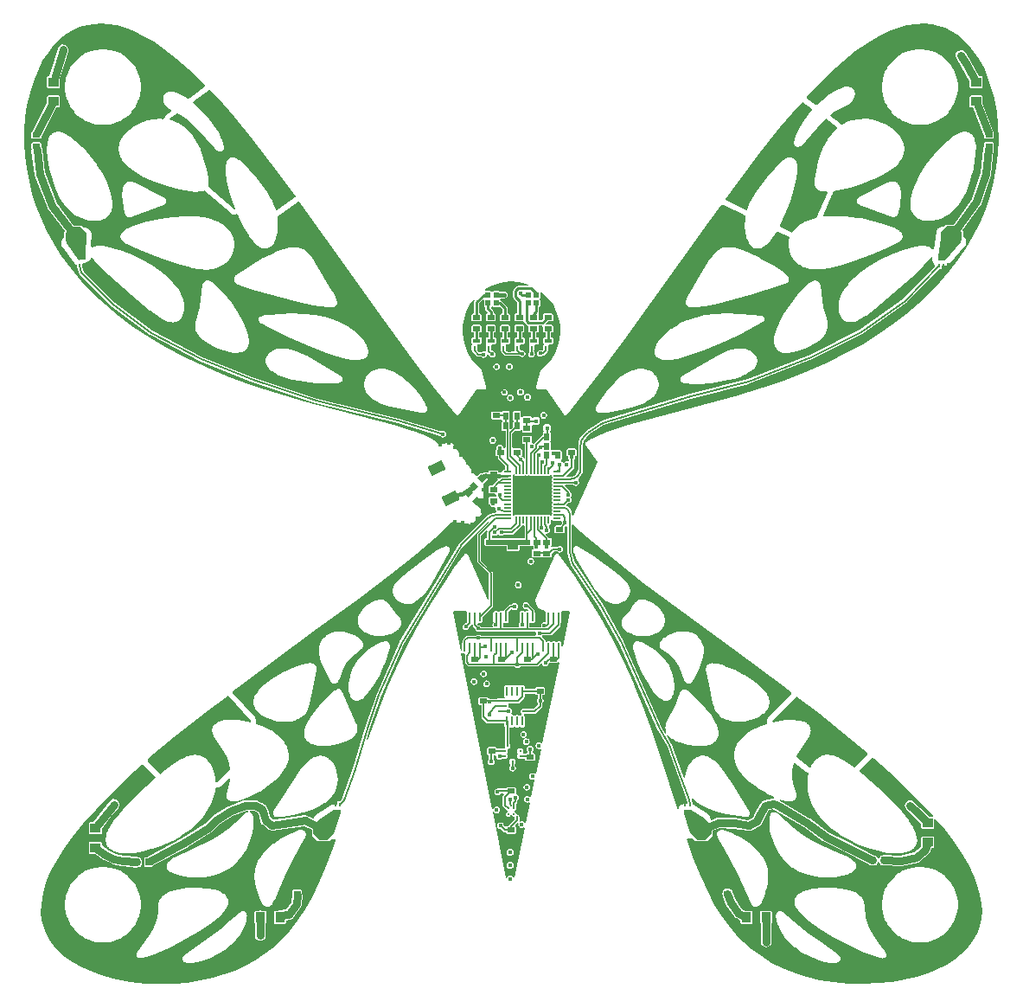
<source format=gtl>
G04 Layer_Physical_Order=1*
G04 Layer_Color=255*
%FSLAX25Y25*%
%MOIN*%
G70*
G01*
G75*
%ADD10C,0.01500*%
%ADD11C,0.00800*%
%ADD12C,0.00500*%
%ADD13R,0.02756X0.01968*%
%ADD14R,0.03543X0.03937*%
%ADD15C,0.00787*%
%ADD16O,0.03150X0.00787*%
%ADD17O,0.00787X0.03150*%
%ADD18R,0.14567X0.14567*%
%ADD19R,0.03937X0.03543*%
%ADD20R,0.00984X0.03543*%
%ADD21R,0.01772X0.01772*%
%ADD22R,0.02756X0.01575*%
%ADD23R,0.00984X0.01575*%
%ADD24R,0.01968X0.02756*%
G04:AMPARAMS|DCode=25|XSize=27.56mil|YSize=19.68mil|CornerRadius=0mil|HoleSize=0mil|Usage=FLASHONLY|Rotation=45.000|XOffset=0mil|YOffset=0mil|HoleType=Round|Shape=Rectangle|*
%AMROTATEDRECTD25*
4,1,4,-0.00278,-0.01670,-0.01670,-0.00278,0.00278,0.01670,0.01670,0.00278,-0.00278,-0.01670,0.0*
%
%ADD25ROTATEDRECTD25*%

G04:AMPARAMS|DCode=26|XSize=39.37mil|YSize=59.05mil|CornerRadius=0mil|HoleSize=0mil|Usage=FLASHONLY|Rotation=115.000|XOffset=0mil|YOffset=0mil|HoleType=Round|Shape=Rectangle|*
%AMROTATEDRECTD26*
4,1,4,0.03508,-0.00536,-0.01844,-0.03032,-0.03508,0.00536,0.01844,0.03032,0.03508,-0.00536,0.0*
%
%ADD26ROTATEDRECTD26*%

G04:AMPARAMS|DCode=27|XSize=27.56mil|YSize=19.68mil|CornerRadius=0mil|HoleSize=0mil|Usage=FLASHONLY|Rotation=135.000|XOffset=0mil|YOffset=0mil|HoleType=Round|Shape=Rectangle|*
%AMROTATEDRECTD27*
4,1,4,0.01670,-0.00278,0.00278,-0.01670,-0.01670,0.00278,-0.00278,0.01670,0.01670,-0.00278,0.0*
%
%ADD27ROTATEDRECTD27*%

%ADD28R,0.01968X0.01968*%
%ADD29R,0.01968X0.01968*%
%ADD30R,0.00984X0.01083*%
%ADD31R,0.01083X0.00984*%
%ADD32O,0.00984X0.03937*%
%ADD33O,0.03937X0.00984*%
%ADD34P,0.08523X8X112.5*%
%ADD35C,0.02000*%
%ADD36C,0.03000*%
%ADD37C,0.01000*%
%ADD38C,0.01575*%
%ADD39C,0.02362*%
G36*
X777530Y642705D02*
X780594Y642161D01*
X783844Y641242D01*
X787298Y639910D01*
X790978Y638121D01*
X794908Y635823D01*
X799113Y632956D01*
X803626Y629450D01*
X808487Y625220D01*
X813753Y620160D01*
X814744Y619120D01*
X814700Y618622D01*
X808980Y614444D01*
X808904Y614361D01*
X808807Y614302D01*
X808637Y614070D01*
X808442Y613858D01*
X807940Y613941D01*
X807023Y614587D01*
X806981Y614606D01*
X806945Y614636D01*
X805097Y615646D01*
X805053Y615659D01*
X805015Y615685D01*
X803760Y616197D01*
X803712Y616206D01*
X803669Y616228D01*
X802670Y616503D01*
X802619Y616506D01*
X802571Y616524D01*
X801902Y616619D01*
X801848Y616617D01*
X801794Y616628D01*
X801201Y616632D01*
X801134Y616619D01*
X801067Y616622D01*
X800553Y616538D01*
X800498Y616518D01*
X800441Y616512D01*
X800245Y616450D01*
X800211Y616432D01*
X800173Y616424D01*
X799992Y616348D01*
X799950Y616320D01*
X799901Y616303D01*
X799659Y616163D01*
X799610Y616120D01*
X799553Y616089D01*
X799345Y615920D01*
X799301Y615866D01*
X799246Y615823D01*
X799056Y615604D01*
X799019Y615537D01*
X798968Y615480D01*
X798808Y615202D01*
X798783Y615127D01*
X798743Y615059D01*
X798627Y614715D01*
X798617Y614637D01*
X798592Y614563D01*
X798537Y614147D01*
X798542Y614072D01*
X798531Y613998D01*
X798558Y613506D01*
X798576Y613434D01*
X798579Y613361D01*
X798728Y612748D01*
X798760Y612679D01*
X798777Y612604D01*
X799121Y611849D01*
X799167Y611786D01*
X799199Y611715D01*
X799768Y610920D01*
X799823Y610869D01*
X799867Y610807D01*
X800671Y610040D01*
X800764Y609980D01*
X800851Y609910D01*
X801550Y609542D01*
X801587Y609044D01*
X799917Y607824D01*
X799670Y607556D01*
X799415Y607296D01*
X799402Y607264D01*
X799378Y607238D01*
X799253Y606896D01*
X799116Y606559D01*
X799116Y606557D01*
X799104Y606490D01*
X798627Y606092D01*
X797475Y606177D01*
X797418Y606170D01*
X797361Y606178D01*
X794963Y606015D01*
X794910Y606000D01*
X794855Y606000D01*
X792424Y605499D01*
X792375Y605478D01*
X792323Y605471D01*
X789966Y604651D01*
X789918Y604623D01*
X789864Y604608D01*
X787477Y603388D01*
X787431Y603352D01*
X787378Y603328D01*
X785514Y602007D01*
X785474Y601966D01*
X785426Y601935D01*
X784031Y600613D01*
X784000Y600569D01*
X783959Y600534D01*
X783102Y599472D01*
X783078Y599426D01*
X783042Y599387D01*
X782365Y598279D01*
X782344Y598223D01*
X782311Y598174D01*
X781826Y597034D01*
X781812Y596969D01*
X781785Y596910D01*
X781503Y595750D01*
X781500Y595679D01*
X781482Y595610D01*
X781410Y594443D01*
X781420Y594370D01*
X781415Y594296D01*
X781557Y593134D01*
X781580Y593065D01*
X781588Y592993D01*
X781952Y591825D01*
X781985Y591765D01*
X782003Y591700D01*
X782585Y590556D01*
X782628Y590501D01*
X782658Y590438D01*
X783804Y588910D01*
X783855Y588865D01*
X783894Y588809D01*
X785566Y587225D01*
X785614Y587194D01*
X785653Y587153D01*
X787963Y585512D01*
X788006Y585493D01*
X788042Y585462D01*
X791120Y583775D01*
X791157Y583763D01*
X791189Y583741D01*
X795157Y582038D01*
X795189Y582031D01*
X795217Y582015D01*
X800021Y580393D01*
X800048Y580390D01*
X800074Y580377D01*
X804939Y579100D01*
X804968Y579099D01*
X804995Y579088D01*
X809037Y578330D01*
X809074Y578330D01*
X809110Y578320D01*
X811318Y578113D01*
X811365Y578118D01*
X811410Y578110D01*
X812587Y578136D01*
X812636Y578147D01*
X812687Y578144D01*
X813340Y578241D01*
X813387Y578257D01*
X813436Y578261D01*
X813859Y578378D01*
X813907Y578402D01*
X813960Y578413D01*
X814327Y578570D01*
X814380Y578607D01*
X814441Y578630D01*
X814441Y578630D01*
X824591Y569828D01*
X824730Y569748D01*
X824847Y569638D01*
X825073Y569553D01*
X825282Y569434D01*
X825441Y569414D01*
X825591Y569357D01*
X825832Y569364D01*
X826072Y569334D01*
X826226Y569376D01*
X826387Y569381D01*
X826606Y569481D01*
X826839Y569544D01*
X827260Y569302D01*
X827307Y569248D01*
X827615Y568486D01*
X827631Y568461D01*
X827639Y568432D01*
X829653Y564339D01*
X829674Y564311D01*
X829686Y564277D01*
X831573Y561161D01*
X831602Y561128D01*
X831622Y561088D01*
X833221Y558999D01*
X833258Y558966D01*
X833285Y558925D01*
X834321Y557867D01*
X834361Y557840D01*
X834391Y557804D01*
X835143Y557198D01*
X835187Y557175D01*
X835223Y557141D01*
X835869Y556740D01*
X835916Y556722D01*
X835956Y556693D01*
X836425Y556477D01*
X836473Y556465D01*
X836517Y556441D01*
X836970Y556297D01*
X837027Y556291D01*
X837080Y556271D01*
X837517Y556197D01*
X837580Y556199D01*
X837641Y556186D01*
X838061Y556181D01*
X838129Y556194D01*
X838199Y556192D01*
X838644Y556265D01*
X838717Y556292D01*
X838793Y556305D01*
X839259Y556477D01*
X839328Y556520D01*
X839403Y556548D01*
X839885Y556847D01*
X839944Y556902D01*
X840012Y556945D01*
X840538Y557441D01*
X840585Y557507D01*
X840643Y557563D01*
X841253Y558427D01*
X841284Y558499D01*
X841330Y558563D01*
X841973Y560010D01*
X841989Y560079D01*
X842019Y560143D01*
X842549Y562272D01*
X842552Y562332D01*
X842569Y562389D01*
X842806Y564861D01*
X842801Y564915D01*
X842809Y564968D01*
X842714Y567520D01*
X842702Y567571D01*
X842704Y567624D01*
X842544Y568566D01*
X842866Y568999D01*
X843092Y569098D01*
X843331Y569161D01*
X843454Y569254D01*
X843596Y569316D01*
X850641Y574199D01*
X850734Y574202D01*
X851238Y574096D01*
X851793Y573344D01*
X870412Y547193D01*
X870412Y547193D01*
X870413Y547193D01*
X883770Y528475D01*
X883774Y528471D01*
X883776Y528466D01*
X894414Y513995D01*
X894420Y513989D01*
X894423Y513982D01*
X902767Y503069D01*
X902774Y503063D01*
X902778Y503055D01*
X911393Y492299D01*
X911478Y492227D01*
X911555Y492146D01*
X911597Y492127D01*
X911633Y492097D01*
X911739Y492063D01*
X911841Y492018D01*
X911887Y492017D01*
X911932Y492002D01*
X912042Y492012D01*
X912154Y492009D01*
X912197Y492025D01*
X912244Y492029D01*
X912342Y492081D01*
X912446Y492120D01*
X912480Y492152D01*
X912522Y492174D01*
X912593Y492259D01*
X912674Y492335D01*
X919447Y501866D01*
X922374Y501866D01*
X922475Y501887D01*
X922578Y501893D01*
X922628Y501917D01*
X922681Y501928D01*
X922767Y501985D01*
X922860Y502030D01*
X922896Y502071D01*
X922941Y502102D01*
X922999Y502188D01*
X923067Y502265D01*
X923085Y502317D01*
X923116Y502362D01*
X923136Y502463D01*
X923169Y502561D01*
X923166Y502616D01*
X923177Y502669D01*
X923157Y502771D01*
X923150Y502874D01*
X921460Y509293D01*
X921427Y509359D01*
X921409Y509431D01*
X921359Y509499D01*
X921322Y509574D01*
X921267Y509623D01*
X921223Y509683D01*
X919143Y511569D01*
X917396Y513693D01*
X915977Y516047D01*
X914914Y518583D01*
X914231Y521246D01*
X913942Y523980D01*
X914053Y526727D01*
X914562Y529429D01*
X915458Y532028D01*
X916722Y534470D01*
X918217Y536550D01*
X918628Y536265D01*
X918418Y535950D01*
X918340Y535560D01*
Y531181D01*
X917982D01*
X917599Y531023D01*
X917441Y530640D01*
Y528672D01*
X917599Y528289D01*
X917982Y528130D01*
X920738D01*
X921120Y528289D01*
X921279Y528672D01*
Y530640D01*
X921120Y531023D01*
X920738Y531181D01*
X920379D01*
Y535138D01*
X921805Y536563D01*
X922229Y536280D01*
X922200Y536209D01*
Y534241D01*
X922358Y533858D01*
X922706Y533714D01*
Y533075D01*
X922783Y532685D01*
X923004Y532354D01*
X923677Y531681D01*
X923494Y531181D01*
X923111Y531023D01*
X922952Y530640D01*
Y528672D01*
X923111Y528289D01*
X923494Y528130D01*
X926250D01*
X926632Y528289D01*
X926791Y528672D01*
Y530640D01*
X926632Y531023D01*
X926250Y531181D01*
X925891D01*
Y531928D01*
X925814Y532318D01*
X925593Y532649D01*
X925041Y533201D01*
X925144Y533698D01*
X925547Y533842D01*
X925891Y533700D01*
X927859D01*
X928242Y533858D01*
X928290Y533868D01*
X929364Y532794D01*
Y531181D01*
X929006D01*
X928623Y531023D01*
X928464Y530640D01*
Y528672D01*
X928623Y528289D01*
X929006Y528130D01*
X931761D01*
X932144Y528289D01*
X932303Y528672D01*
Y530640D01*
X932144Y531023D01*
X931761Y531181D01*
X931403D01*
Y533216D01*
X931325Y533607D01*
X931104Y533938D01*
X929096Y535946D01*
X928765Y536167D01*
X928533Y536213D01*
X928372Y536711D01*
X928714Y537100D01*
X930035D01*
X930100Y537087D01*
X930602Y537187D01*
X931028Y537472D01*
X931313Y537898D01*
X931413Y538400D01*
X931313Y538902D01*
X931028Y539328D01*
X930602Y539613D01*
X930100Y539713D01*
X929782Y539649D01*
X928280D01*
X928242Y539742D01*
X927859Y539900D01*
X925891D01*
X925508Y539742D01*
X925092D01*
X924985Y539786D01*
X924709Y539900D01*
X923022D01*
X922653Y540364D01*
X922705Y540515D01*
X924817Y541697D01*
X927386Y542676D01*
X930070Y543273D01*
X932812Y543473D01*
X935554Y543273D01*
X938238Y542676D01*
X939195Y542311D01*
X939105Y541820D01*
X935400D01*
X935010Y541742D01*
X934679Y541521D01*
X933779Y540621D01*
X933558Y540290D01*
X933480Y539900D01*
Y537500D01*
X933558Y537110D01*
X933779Y536779D01*
X934876Y535682D01*
Y531181D01*
X934517D01*
X934135Y531023D01*
X933976Y530640D01*
Y528672D01*
X934135Y528289D01*
X934517Y528130D01*
X937273D01*
X937363Y528168D01*
X937658Y528010D01*
X937879Y527679D01*
X938779Y526779D01*
X939110Y526558D01*
X939488Y526309D01*
Y524341D01*
X939646Y523958D01*
X940029Y523800D01*
X940388D01*
Y522107D01*
X940080D01*
X939697Y521948D01*
X939538Y521565D01*
Y519990D01*
X939678Y519654D01*
X939688Y519399D01*
X939677Y519146D01*
X939652Y519085D01*
X939538Y518810D01*
Y517235D01*
X939696Y516852D01*
X939563Y516366D01*
X939387Y516102D01*
X939287Y515600D01*
X939387Y515098D01*
X939672Y514672D01*
X940098Y514387D01*
X940600Y514287D01*
X941102Y514387D01*
X941528Y514672D01*
X941813Y515098D01*
X941913Y515600D01*
X941813Y516102D01*
X941624Y516385D01*
X941446Y516852D01*
X941605Y517235D01*
Y518810D01*
X941547Y518949D01*
X941842Y519449D01*
X942836D01*
X943218Y519608D01*
X943377Y519990D01*
Y521565D01*
X943218Y521948D01*
X942836Y522107D01*
X942427D01*
Y523800D01*
X942785D01*
X943168Y523958D01*
X943326Y524341D01*
Y526309D01*
X943441Y526480D01*
X944538D01*
X944816Y526377D01*
X945000Y526018D01*
Y524341D01*
X945158Y523958D01*
X945541Y523800D01*
X945950D01*
Y522107D01*
X945591D01*
X945209Y521948D01*
X945050Y521565D01*
Y519990D01*
X945190Y519654D01*
X945200Y519399D01*
X945189Y519146D01*
X945164Y519085D01*
X945050Y518810D01*
Y517235D01*
X945080Y517161D01*
X944676Y516830D01*
X944402Y517013D01*
X943900Y517113D01*
X943398Y517013D01*
X942972Y516728D01*
X942687Y516302D01*
X942587Y515800D01*
X942687Y515298D01*
X942972Y514872D01*
X943398Y514587D01*
X943900Y514487D01*
X944402Y514587D01*
X944828Y514872D01*
X944937Y515035D01*
X945083D01*
X945376Y515094D01*
X945624Y515259D01*
X946624Y516259D01*
X946624Y516259D01*
X946790Y516507D01*
X946848Y516800D01*
Y516806D01*
X946958Y516852D01*
X947116Y517235D01*
Y518810D01*
X947058Y518949D01*
X947354Y519449D01*
X948347D01*
X948730Y519608D01*
X948888Y519990D01*
Y521565D01*
X948730Y521948D01*
X948347Y522107D01*
X947989D01*
Y523800D01*
X948297D01*
X948680Y523958D01*
X948838Y524341D01*
Y526309D01*
X948680Y526692D01*
X948297Y526851D01*
X946209D01*
X946017Y527313D01*
X946835Y528130D01*
X948297D01*
X948680Y528289D01*
X948838Y528672D01*
Y530640D01*
X948680Y531023D01*
X948297Y531181D01*
X945541D01*
X945158Y531023D01*
X945000Y530640D01*
Y529179D01*
X944341Y528520D01*
X943428D01*
X943326Y528672D01*
Y530640D01*
X943168Y531023D01*
X943221Y531542D01*
X943317Y531685D01*
X943394Y532075D01*
Y533714D01*
X943742Y533858D01*
X943900Y534241D01*
Y536209D01*
X943747Y536579D01*
X943742Y536592D01*
Y537008D01*
X943747Y537021D01*
X943900Y537391D01*
Y539189D01*
X944333Y539458D01*
X944362Y539465D01*
X945385Y538678D01*
X947297Y536702D01*
X948903Y534470D01*
X950166Y532028D01*
X951062Y529429D01*
X951571Y526727D01*
X951682Y523980D01*
X951393Y521246D01*
X950710Y518583D01*
X949647Y516047D01*
X948228Y513693D01*
X946481Y511569D01*
X944401Y509683D01*
X944357Y509623D01*
X944302Y509574D01*
X944265Y509499D01*
X944215Y509431D01*
X944197Y509359D01*
X944164Y509293D01*
X942474Y502874D01*
X942467Y502771D01*
X942447Y502670D01*
X942458Y502616D01*
X942455Y502561D01*
X942488Y502464D01*
X942508Y502362D01*
X942539Y502317D01*
X942557Y502265D01*
X942625Y502188D01*
X942682Y502102D01*
X942728Y502072D01*
X942764Y502031D01*
X942857Y501985D01*
X942943Y501928D01*
X942997Y501917D01*
X943046Y501893D01*
X943149Y501887D01*
X943250Y501867D01*
X946177Y501866D01*
X952950Y492335D01*
X953030Y492260D01*
X953100Y492176D01*
X953143Y492153D01*
X953178Y492120D01*
X953281Y492081D01*
X953378Y492030D01*
X953426Y492026D01*
X953471Y492009D01*
X953580Y492012D01*
X953690Y492002D01*
X953736Y492016D01*
X953784Y492018D01*
X953884Y492063D01*
X953989Y492096D01*
X954026Y492126D01*
X954070Y492146D01*
X954145Y492226D01*
X954229Y492296D01*
X960306Y499825D01*
X960310Y499832D01*
X960315Y499836D01*
X966255Y507460D01*
X966259Y507467D01*
X966264Y507472D01*
X976066Y520534D01*
X976070Y520542D01*
X976077Y520549D01*
X1009019Y566654D01*
X1013692Y573090D01*
X1014309Y573089D01*
X1014355Y573048D01*
X1014440Y573017D01*
X1014511Y572963D01*
X1022313Y569163D01*
X1022377Y569146D01*
X1022432Y569109D01*
X1022759Y569045D01*
X1023082Y568960D01*
X1023066Y568487D01*
X1022940Y567802D01*
X1022941Y567745D01*
X1022928Y567689D01*
X1022816Y564951D01*
X1022824Y564901D01*
X1022818Y564850D01*
X1022999Y562745D01*
X1023013Y562699D01*
X1023013Y562651D01*
X1023381Y560877D01*
X1023400Y560832D01*
X1023406Y560783D01*
X1023812Y559576D01*
X1023838Y559532D01*
X1023850Y559483D01*
X1024305Y558540D01*
X1024338Y558497D01*
X1024358Y558448D01*
X1024756Y557841D01*
X1024794Y557803D01*
X1024821Y557756D01*
X1025216Y557301D01*
X1025258Y557269D01*
X1025291Y557226D01*
X1025611Y556943D01*
X1025657Y556917D01*
X1025694Y556879D01*
X1026035Y556649D01*
X1026090Y556627D01*
X1026137Y556591D01*
X1026498Y556419D01*
X1026560Y556403D01*
X1026616Y556373D01*
X1026996Y556260D01*
X1027065Y556254D01*
X1027132Y556233D01*
X1027575Y556181D01*
X1027651Y556187D01*
X1027726Y556178D01*
X1028244Y556215D01*
X1028317Y556236D01*
X1028393Y556240D01*
X1028981Y556397D01*
X1029047Y556429D01*
X1029118Y556447D01*
X1029859Y556799D01*
X1029918Y556843D01*
X1029985Y556873D01*
X1031023Y557623D01*
X1031071Y557675D01*
X1031130Y557716D01*
X1032636Y559272D01*
X1032668Y559321D01*
X1032710Y559360D01*
X1034459Y561778D01*
X1034477Y561817D01*
X1034505Y561849D01*
X1034920Y562572D01*
X1035512Y562733D01*
X1035572Y562704D01*
X1035574Y562703D01*
X1040134Y560482D01*
X1040141Y560466D01*
X1040139Y560463D01*
X1039800Y559111D01*
X1039797Y559039D01*
X1039778Y558970D01*
X1039676Y557460D01*
X1039686Y557384D01*
X1039680Y557307D01*
X1039882Y555669D01*
X1039907Y555595D01*
X1039916Y555517D01*
X1040423Y553973D01*
X1040461Y553906D01*
X1040485Y553833D01*
X1041266Y552432D01*
X1041316Y552374D01*
X1041354Y552306D01*
X1042380Y551089D01*
X1042440Y551041D01*
X1042489Y550982D01*
X1043732Y549977D01*
X1043798Y549943D01*
X1043855Y549895D01*
X1045291Y549121D01*
X1045361Y549099D01*
X1045424Y549063D01*
X1047219Y548480D01*
X1047288Y548472D01*
X1047353Y548449D01*
X1049475Y548145D01*
X1049537Y548148D01*
X1049597Y548137D01*
X1052143Y548162D01*
X1052195Y548173D01*
X1052248Y548170D01*
X1055411Y548616D01*
X1055450Y548630D01*
X1055491Y548632D01*
X1059198Y549546D01*
X1059224Y549558D01*
X1059252Y549562D01*
X1063705Y551001D01*
X1063722Y551010D01*
X1063741Y551014D01*
X1072547Y554330D01*
X1072556Y554335D01*
X1072566Y554337D01*
X1078064Y556574D01*
X1078096Y556595D01*
X1078133Y556606D01*
X1081922Y558581D01*
X1081983Y558630D01*
X1082053Y558666D01*
X1082550Y559063D01*
X1082581Y559100D01*
X1082621Y559127D01*
X1082913Y559424D01*
X1082942Y559468D01*
X1082982Y559504D01*
X1083180Y559766D01*
X1083204Y559817D01*
X1083241Y559860D01*
X1083350Y560057D01*
X1083368Y560112D01*
X1083399Y560161D01*
X1083474Y560358D01*
X1083485Y560423D01*
X1083510Y560484D01*
X1083551Y560682D01*
X1083551Y560754D01*
X1083567Y560823D01*
X1083571Y561022D01*
X1083558Y561096D01*
X1083561Y561172D01*
X1083525Y561387D01*
X1083498Y561459D01*
X1083486Y561535D01*
X1083399Y561769D01*
X1083363Y561829D01*
X1083340Y561895D01*
X1083200Y562135D01*
X1083155Y562185D01*
X1083123Y562244D01*
X1082854Y562567D01*
X1082803Y562609D01*
X1082762Y562661D01*
X1082255Y563099D01*
X1082189Y563136D01*
X1082132Y563187D01*
X1080401Y564184D01*
X1080344Y564203D01*
X1080294Y564236D01*
X1077314Y565409D01*
X1077276Y565416D01*
X1077242Y565434D01*
X1072692Y566739D01*
X1072662Y566741D01*
X1072633Y566753D01*
X1067605Y567794D01*
X1067576Y567794D01*
X1067549Y567804D01*
X1062675Y568457D01*
X1062644Y568455D01*
X1062614Y568463D01*
X1058196Y568715D01*
X1058161Y568710D01*
X1058126Y568716D01*
X1054265Y568599D01*
X1054224Y568589D01*
X1054183Y568592D01*
X1053217Y568463D01*
X1052917Y568863D01*
X1056426Y576815D01*
X1056472Y577019D01*
X1056555Y577210D01*
X1056557Y577403D01*
X1056600Y577592D01*
X1056563Y577797D01*
X1056567Y578006D01*
X1056910Y578422D01*
X1058325Y578614D01*
X1058359Y578626D01*
X1058395Y578627D01*
X1063338Y579754D01*
X1063364Y579766D01*
X1063392Y579769D01*
X1068238Y581234D01*
X1068264Y581247D01*
X1068292Y581252D01*
X1072482Y582852D01*
X1072510Y582870D01*
X1072543Y582878D01*
X1075960Y584522D01*
X1075993Y584547D01*
X1076032Y584561D01*
X1078711Y586205D01*
X1078747Y586238D01*
X1078789Y586260D01*
X1080634Y587720D01*
X1080667Y587757D01*
X1080708Y587785D01*
X1081851Y588943D01*
X1081880Y588988D01*
X1081920Y589023D01*
X1082833Y590228D01*
X1082861Y590285D01*
X1082901Y590334D01*
X1083569Y591578D01*
X1083590Y591648D01*
X1083626Y591712D01*
X1084035Y592986D01*
X1084042Y593053D01*
X1084065Y593117D01*
X1084193Y594004D01*
X1084190Y594061D01*
X1084201Y594116D01*
X1084204Y595007D01*
X1084192Y595072D01*
X1084194Y595138D01*
X1083996Y596359D01*
X1083970Y596430D01*
X1083959Y596504D01*
X1083473Y597842D01*
X1083434Y597906D01*
X1083410Y597977D01*
X1082560Y599417D01*
X1082512Y599470D01*
X1082477Y599531D01*
X1081183Y601039D01*
X1081132Y601079D01*
X1081091Y601130D01*
X1079406Y602552D01*
X1079355Y602580D01*
X1079312Y602620D01*
X1077296Y603872D01*
X1077243Y603892D01*
X1077196Y603925D01*
X1074693Y605027D01*
X1074636Y605039D01*
X1074584Y605065D01*
X1071957Y605795D01*
X1071899Y605799D01*
X1071843Y605818D01*
X1069227Y606150D01*
X1069166Y606146D01*
X1069106Y606156D01*
X1066592Y606096D01*
X1066529Y606082D01*
X1066465Y606083D01*
X1064101Y605648D01*
X1064039Y605623D01*
X1063972Y605612D01*
X1061773Y604812D01*
X1061716Y604778D01*
X1061654Y604757D01*
X1060454Y604083D01*
X1059941Y604029D01*
X1059764Y604222D01*
X1059614Y604437D01*
X1059497Y604513D01*
X1059403Y604615D01*
X1055748Y607288D01*
X1055754Y607788D01*
X1057247Y608826D01*
X1061298Y610820D01*
X1061323Y610839D01*
X1061352Y610849D01*
X1062516Y611537D01*
X1062558Y611575D01*
X1062608Y611601D01*
X1063358Y612201D01*
X1063395Y612244D01*
X1063442Y612278D01*
X1064003Y612875D01*
X1064031Y612920D01*
X1064070Y612955D01*
X1064417Y613437D01*
X1064437Y613481D01*
X1064469Y613518D01*
X1064746Y614020D01*
X1064762Y614071D01*
X1064790Y614115D01*
X1064991Y614627D01*
X1065000Y614681D01*
X1065024Y614731D01*
X1065133Y615184D01*
X1065135Y615235D01*
X1065150Y615283D01*
X1065187Y615616D01*
X1065183Y615664D01*
X1065192Y615712D01*
X1065189Y616034D01*
X1065178Y616087D01*
X1065181Y616142D01*
X1065137Y616448D01*
X1065116Y616505D01*
X1065110Y616566D01*
X1065023Y616852D01*
X1064992Y616911D01*
X1064974Y616976D01*
X1064844Y617239D01*
X1064800Y617296D01*
X1064769Y617361D01*
X1064594Y617595D01*
X1064539Y617646D01*
X1064495Y617706D01*
X1064276Y617908D01*
X1064210Y617949D01*
X1064153Y618002D01*
X1063857Y618184D01*
X1063782Y618212D01*
X1063714Y618254D01*
X1063321Y618399D01*
X1063260Y618409D01*
X1063202Y618433D01*
X1062908Y618492D01*
X1062864Y618492D01*
X1062822Y618505D01*
X1062499Y618535D01*
X1062440Y618528D01*
X1062380Y618537D01*
X1061572Y618491D01*
X1061497Y618472D01*
X1061419Y618468D01*
X1059997Y618106D01*
X1059933Y618076D01*
X1059864Y618060D01*
X1057852Y617153D01*
X1057807Y617121D01*
X1057755Y617101D01*
X1055356Y615594D01*
X1055324Y615564D01*
X1055285Y615544D01*
X1052643Y613452D01*
X1052619Y613423D01*
X1052587Y613403D01*
X1050566Y611471D01*
X1049920Y611545D01*
X1049914Y611552D01*
X1049873Y611574D01*
X1049841Y611608D01*
X1046572Y613999D01*
X1046524Y614496D01*
X1049570Y617805D01*
X1055279Y623489D01*
X1060550Y628237D01*
X1065439Y632161D01*
X1069989Y635356D01*
X1074235Y637899D01*
X1078208Y639858D01*
X1081933Y641292D01*
X1085437Y642252D01*
X1088744Y642777D01*
X1091878Y642901D01*
X1094866Y642643D01*
X1097442Y642093D01*
X1099929Y641242D01*
X1102336Y640082D01*
X1104666Y638600D01*
X1106917Y636781D01*
X1109079Y634606D01*
X1111137Y632064D01*
X1113069Y629145D01*
X1114846Y625852D01*
X1116437Y622199D01*
X1117810Y618214D01*
X1118933Y613942D01*
X1119857Y608920D01*
X1120413Y603702D01*
X1120585Y598358D01*
X1120365Y592944D01*
X1119751Y587505D01*
X1118742Y582079D01*
X1117340Y576690D01*
X1115546Y571362D01*
X1113358Y566108D01*
X1110776Y560940D01*
X1108111Y556373D01*
X1105119Y551888D01*
X1101793Y547491D01*
X1098124Y543185D01*
X1094104Y538974D01*
X1089720Y534862D01*
X1084958Y530850D01*
X1079799Y526943D01*
X1074224Y523142D01*
X1068206Y519450D01*
X1061713Y515867D01*
X1054699Y512389D01*
X1047100Y509012D01*
X1038812Y505716D01*
X1029644Y502465D01*
X1019140Y499153D01*
X985318Y490189D01*
X985316Y490188D01*
X985314Y490188D01*
X976649Y487837D01*
X976635Y487830D01*
X976618Y487828D01*
X970775Y485982D01*
X970753Y485970D01*
X970727Y485966D01*
X966586Y484363D01*
X966558Y484345D01*
X966525Y484336D01*
X963861Y483040D01*
X963825Y483013D01*
X963783Y482997D01*
X961604Y481617D01*
X961588Y481602D01*
X961569Y481593D01*
X961475Y481494D01*
X961377Y481401D01*
X961368Y481381D01*
X961353Y481365D01*
X961305Y481238D01*
X961250Y481114D01*
X961250Y481093D01*
X961242Y481072D01*
X961246Y480937D01*
X961242Y480801D01*
X961250Y480781D01*
X961251Y480759D01*
X961306Y480635D01*
X961355Y480509D01*
X961370Y480493D01*
X961379Y480473D01*
X965902Y474109D01*
X956591Y453404D01*
X956102Y453509D01*
Y454146D01*
X956111D01*
X956003Y454963D01*
X955688Y455725D01*
X955186Y456379D01*
X954532Y456881D01*
X954134Y457046D01*
X954017Y457635D01*
X954524Y458142D01*
X954800Y458087D01*
X955302Y458187D01*
X955728Y458472D01*
X956013Y458898D01*
X956113Y459400D01*
X956013Y459902D01*
X955728Y460328D01*
X955628Y460395D01*
Y460472D01*
X955913Y460898D01*
X956013Y461400D01*
X955913Y461902D01*
X955628Y462328D01*
X955456Y462443D01*
X955406Y462693D01*
X955241Y462941D01*
X953346Y464835D01*
X953553Y465335D01*
X956563D01*
X956672Y465172D01*
X957098Y464887D01*
X957600Y464787D01*
X958102Y464887D01*
X958528Y465172D01*
X958813Y465598D01*
X958913Y466100D01*
X958813Y466602D01*
X958528Y467028D01*
X958523Y467031D01*
X958507Y467531D01*
X958995Y467906D01*
X959780Y468929D01*
X960274Y470121D01*
X960442Y471400D01*
X960418D01*
Y480500D01*
X960416Y480510D01*
X960556Y481575D01*
X960971Y482578D01*
X961625Y483430D01*
X961632Y483435D01*
X961633Y483435D01*
X961634Y483436D01*
X962781Y484583D01*
X968291Y488160D01*
X1002147Y498416D01*
X1024427Y504111D01*
X1024477Y504135D01*
X1024532Y504145D01*
X1048732Y513545D01*
X1048770Y513569D01*
X1048814Y513581D01*
X1068014Y523281D01*
X1068067Y523323D01*
X1068129Y523350D01*
X1085129Y535350D01*
X1085189Y535414D01*
X1085261Y535464D01*
X1097709Y548393D01*
X1098206D01*
X1098589Y548552D01*
X1098748Y548935D01*
Y549561D01*
X1100000D01*
X1100060Y549573D01*
X1100120Y549564D01*
X1100448Y549650D01*
X1100780Y549716D01*
X1100831Y549750D01*
X1100890Y549765D01*
X1101160Y549970D01*
X1101442Y550158D01*
X1101476Y550209D01*
X1101524Y550245D01*
X1107653Y557140D01*
X1107719Y557252D01*
X1107812Y557343D01*
X1107918Y557592D01*
X1108055Y557827D01*
X1108073Y557955D01*
X1108124Y558075D01*
X1108127Y558346D01*
X1108164Y558615D01*
X1108132Y558740D01*
X1108133Y558870D01*
X1108041Y559362D01*
X1107993Y559482D01*
X1107978Y559611D01*
X1107846Y559848D01*
X1107745Y560100D01*
X1107654Y560193D01*
X1107591Y560307D01*
X1107378Y560475D01*
X1107189Y560669D01*
X1107069Y560720D01*
X1106978Y560792D01*
Y562868D01*
X1106978Y562868D01*
X1106820Y563251D01*
X1106746Y563325D01*
X1113758Y573112D01*
X1113886Y573395D01*
X1114038Y573666D01*
X1117538Y584366D01*
X1117562Y584565D01*
X1117624Y584755D01*
X1118802Y594482D01*
X1118788Y594674D01*
X1118819Y594750D01*
Y596719D01*
X1118661Y597102D01*
X1118278Y597260D01*
X1115522D01*
X1115139Y597102D01*
X1114981Y596719D01*
Y595665D01*
X1114754Y594972D01*
X1113600Y585444D01*
X1110260Y575232D01*
X1103200Y565378D01*
X1100531D01*
X1100531Y565378D01*
X1100149Y565220D01*
X1099488Y564559D01*
X1099372Y564573D01*
X1099148Y564636D01*
X1098980Y564617D01*
X1098813Y564636D01*
X1098589Y564572D01*
X1098357Y564545D01*
X1098210Y564463D01*
X1098048Y564416D01*
X1097603Y564187D01*
X1097472Y564082D01*
X1097319Y564010D01*
X1097163Y563837D01*
X1096981Y563692D01*
X1096899Y563544D01*
X1096786Y563419D01*
X1096708Y563199D01*
X1096596Y562995D01*
X1096577Y562828D01*
X1096520Y562669D01*
X1095532Y555894D01*
X1095501Y555882D01*
X1095008Y555845D01*
X1094912Y556013D01*
X1094864Y556067D01*
X1094829Y556130D01*
X1094691Y556294D01*
X1094631Y556342D01*
X1094581Y556401D01*
X1094362Y556578D01*
X1094290Y556616D01*
X1094226Y556666D01*
X1093872Y556850D01*
X1093804Y556869D01*
X1093742Y556903D01*
X1093303Y557040D01*
X1093242Y557046D01*
X1093185Y557067D01*
X1092449Y557180D01*
X1092379Y557177D01*
X1092309Y557189D01*
X1090293Y557140D01*
X1090235Y557127D01*
X1090175Y557128D01*
X1087296Y556627D01*
X1087257Y556612D01*
X1087215Y556608D01*
X1083658Y555605D01*
X1083627Y555589D01*
X1083593Y555584D01*
X1079283Y553957D01*
X1079255Y553939D01*
X1079222Y553931D01*
X1074984Y551922D01*
X1074957Y551902D01*
X1074926Y551891D01*
X1071066Y549658D01*
X1071039Y549635D01*
X1071006Y549620D01*
X1067678Y547283D01*
X1067651Y547254D01*
X1067616Y547235D01*
X1064873Y544874D01*
X1064845Y544839D01*
X1064808Y544812D01*
X1062642Y542478D01*
X1062616Y542435D01*
X1062578Y542400D01*
X1061038Y540251D01*
X1061017Y540206D01*
X1060985Y540168D01*
X1060121Y538585D01*
X1060107Y538540D01*
X1060081Y538500D01*
X1059463Y536967D01*
X1059453Y536916D01*
X1059431Y536870D01*
X1059050Y535410D01*
X1059047Y535354D01*
X1059029Y535300D01*
X1058871Y533937D01*
X1058876Y533879D01*
X1058866Y533822D01*
X1058897Y532709D01*
X1058908Y532658D01*
X1058906Y532606D01*
X1059027Y531841D01*
X1059043Y531796D01*
X1059047Y531749D01*
X1059243Y531050D01*
X1059267Y531004D01*
X1059277Y530954D01*
X1059543Y530328D01*
X1059575Y530281D01*
X1059593Y530229D01*
X1059922Y529679D01*
X1059963Y529634D01*
X1059991Y529581D01*
X1060377Y529112D01*
X1060427Y529071D01*
X1060467Y529019D01*
X1060903Y528635D01*
X1060963Y528600D01*
X1061013Y528553D01*
X1061497Y528256D01*
X1061563Y528231D01*
X1061622Y528193D01*
X1062147Y527985D01*
X1062219Y527972D01*
X1062287Y527944D01*
X1062916Y527820D01*
X1062994Y527820D01*
X1063071Y527805D01*
X1063885Y527804D01*
X1063963Y527819D01*
X1064042Y527819D01*
X1065101Y528031D01*
X1065176Y528062D01*
X1065255Y528079D01*
X1067042Y528831D01*
X1067095Y528867D01*
X1067156Y528890D01*
X1069466Y530335D01*
X1069494Y530362D01*
X1069529Y530379D01*
X1072981Y533031D01*
X1072993Y533046D01*
X1073010Y533055D01*
X1084692Y542945D01*
X1084699Y542953D01*
X1084708Y542959D01*
X1089550Y547283D01*
X1089571Y547311D01*
X1089599Y547332D01*
X1093820Y551811D01*
X1093856Y551868D01*
X1093904Y551916D01*
X1094546Y552877D01*
X1094564Y552920D01*
X1094593Y552957D01*
X1094661Y553090D01*
X1095161Y552969D01*
Y551600D01*
X1095316Y550820D01*
X1095758Y550158D01*
X1096006Y549992D01*
X1096076Y549344D01*
X1084000Y536799D01*
X1067126Y524889D01*
X1048026Y515239D01*
X1023919Y505875D01*
X1001673Y500189D01*
X1001654Y500180D01*
X1001634Y500178D01*
X967725Y489906D01*
X967634Y489878D01*
X967520Y489817D01*
X967400Y489770D01*
X961700Y486070D01*
X961631Y486002D01*
X961551Y485949D01*
X960336Y484734D01*
X960336Y484734D01*
X960328Y484742D01*
X959582Y483833D01*
X959028Y482796D01*
X958686Y481670D01*
X958571Y480500D01*
X958582D01*
Y471400D01*
X958576D01*
X958471Y470604D01*
X958164Y469862D01*
X957675Y469225D01*
X957038Y468737D01*
X956297Y468429D01*
X955501Y468325D01*
Y468318D01*
X954169D01*
X953978Y468780D01*
X956649Y471451D01*
X956848Y471749D01*
X956918Y472100D01*
Y474965D01*
X956928Y474972D01*
X957213Y475398D01*
X957313Y475900D01*
X957276Y476085D01*
X957378Y476209D01*
X957761Y476368D01*
X957919Y476750D01*
Y478719D01*
X957761Y479102D01*
X957378Y479260D01*
X954622D01*
X954239Y479102D01*
X954081Y478719D01*
Y476750D01*
X954239Y476368D01*
X954622Y476209D01*
X954724Y476085D01*
X954687Y475900D01*
X954787Y475398D01*
X955072Y474972D01*
X955082Y474965D01*
Y474493D01*
X954605Y474214D01*
X954582Y474217D01*
X954100Y474313D01*
X953598Y474213D01*
X953172Y473928D01*
X953061Y473763D01*
X953035Y473753D01*
X952483Y473797D01*
X952328Y474028D01*
X952004Y474245D01*
X951977Y474625D01*
X952017Y474792D01*
X952132Y474839D01*
X952291Y475222D01*
Y477978D01*
X952132Y478361D01*
X951750Y478519D01*
X949781D01*
X949757Y478509D01*
X949602Y478613D01*
X949100Y478713D01*
X948598Y478613D01*
X948422Y478495D01*
X948357Y478513D01*
X947960Y478788D01*
Y481378D01*
X947930Y481451D01*
X947825Y481850D01*
X947930Y482249D01*
X947960Y482322D01*
Y485078D01*
X947802Y485461D01*
X947795Y485793D01*
X947821Y485856D01*
X947953Y486176D01*
Y487947D01*
X947795Y488330D01*
X947412Y488488D01*
X945640D01*
X945257Y488330D01*
X945099Y487947D01*
Y486176D01*
X945257Y485793D01*
X945068Y485461D01*
X944909Y485078D01*
Y484318D01*
X944794Y484241D01*
X941759Y481206D01*
X941202Y481113D01*
X941088Y481135D01*
X940719Y481550D01*
Y483519D01*
X940561Y483902D01*
X940178Y484060D01*
X937422D01*
X937039Y483902D01*
X936881Y483519D01*
Y481550D01*
X937039Y481168D01*
X937422Y481009D01*
X938068D01*
Y475372D01*
X937568Y475322D01*
X937513Y475602D01*
X937228Y476028D01*
X937136Y476090D01*
X936808Y476333D01*
X936919Y476750D01*
Y478719D01*
X936761Y479102D01*
X936378Y479260D01*
X933622D01*
X933165Y479612D01*
Y484983D01*
X934062Y485881D01*
X935884D01*
X936267Y486039D01*
X936381Y486314D01*
X936881Y486215D01*
Y485881D01*
X937039Y485498D01*
X937422Y485340D01*
X940178D01*
X940561Y485498D01*
X940719Y485881D01*
Y487850D01*
X940694Y487911D01*
X940957Y488409D01*
X941061Y488447D01*
X941388Y488312D01*
X943160D01*
X943542Y488470D01*
X943701Y488853D01*
Y490624D01*
X943542Y491007D01*
X943160Y491166D01*
X941388D01*
X941192Y491084D01*
X940942Y491050D01*
X940615Y491270D01*
X940561Y491402D01*
X940178Y491560D01*
X937422D01*
X937039Y491402D01*
X936925Y491127D01*
X936425Y491226D01*
Y493078D01*
X936267Y493461D01*
X935884Y493619D01*
X933916D01*
X933533Y493461D01*
X933375Y493078D01*
Y490322D01*
X933533Y489939D01*
Y489561D01*
X933533Y489561D01*
X933375Y489178D01*
Y487356D01*
X932595Y486576D01*
X932095Y486783D01*
Y489178D01*
X931936Y489561D01*
Y489939D01*
X931936Y489939D01*
X932095Y490322D01*
Y493078D01*
X931936Y493461D01*
X931553Y493619D01*
X929585D01*
X929202Y493461D01*
X929155Y493346D01*
X928661Y493232D01*
X928615Y493251D01*
X928278Y493391D01*
X925522D01*
X925139Y493232D01*
X924981Y492850D01*
Y490881D01*
X925139Y490498D01*
X925522Y490340D01*
X928278D01*
X928544Y490450D01*
X928894Y490360D01*
X929071Y490256D01*
X929202Y489939D01*
Y489561D01*
X929202Y489561D01*
X929044Y489178D01*
Y486422D01*
X929202Y486039D01*
X929585Y485881D01*
X930535D01*
Y479612D01*
X930078Y479260D01*
X929727D01*
X929613Y479400D01*
X929513Y479902D01*
X929228Y480328D01*
X928802Y480613D01*
X928300Y480713D01*
X927798Y480613D01*
X927372Y480328D01*
X927087Y479902D01*
X926987Y479400D01*
X927039Y479143D01*
X926939Y479102D01*
X926781Y478719D01*
Y476750D01*
X926939Y476368D01*
X927322Y476209D01*
X927582D01*
Y475500D01*
X927652Y475149D01*
X927851Y474851D01*
X930435Y472267D01*
Y471068D01*
X930172D01*
X929823Y470998D01*
X929527Y470801D01*
X929330Y470505D01*
X929260Y470157D01*
X928822Y469798D01*
X928724D01*
X928488Y469956D01*
X928000Y470053D01*
X927819D01*
Y470219D01*
X927661Y470602D01*
X927278Y470760D01*
X924522D01*
X924139Y470602D01*
X923981Y470219D01*
Y470053D01*
X923012D01*
X923004Y470052D01*
X922287Y469957D01*
X921611Y469677D01*
X921435Y469784D01*
X921053Y469943D01*
X920670Y469784D01*
X919631Y468745D01*
X919132Y468782D01*
X909838Y481305D01*
X904831Y480990D01*
X904375Y481112D01*
X904319Y481237D01*
X904271Y481365D01*
X904257Y481380D01*
X904248Y481399D01*
X904150Y481493D01*
X904056Y481593D01*
X904037Y481601D01*
X904022Y481615D01*
X901957Y482932D01*
X901917Y482948D01*
X901882Y482975D01*
X899376Y484214D01*
X899341Y484224D01*
X899311Y484243D01*
X894850Y485982D01*
X894823Y485987D01*
X894799Y486000D01*
X888564Y487956D01*
X888544Y487958D01*
X888526Y487967D01*
X865603Y493919D01*
X852975Y497282D01*
X842081Y500494D01*
X832247Y503744D01*
X823222Y507098D01*
X814878Y510586D01*
X807142Y514218D01*
X799964Y517999D01*
X793307Y521930D01*
X787143Y526008D01*
X781449Y530231D01*
X776206Y534594D01*
X771399Y539095D01*
X767013Y543728D01*
X763039Y548491D01*
X759467Y553379D01*
X756292Y558387D01*
X753771Y562990D01*
X751566Y567680D01*
X749679Y572448D01*
X748109Y577284D01*
X746860Y582175D01*
X745934Y587104D01*
X745333Y592048D01*
X745058Y596978D01*
X745107Y601858D01*
X745475Y606642D01*
X746148Y611266D01*
X747227Y616140D01*
X748617Y620661D01*
X750274Y624778D01*
X752155Y628461D01*
X754221Y631696D01*
X756439Y634487D01*
X758782Y636848D01*
X761237Y638798D01*
X763796Y640356D01*
X766464Y641541D01*
X769254Y642361D01*
X771877Y642785D01*
X774631Y642905D01*
X777530Y642705D01*
D02*
G37*
G36*
X1072749Y359542D02*
X1080998Y352139D01*
X1088005Y345382D01*
X1093926Y339182D01*
X1095169Y337753D01*
X1094941Y337253D01*
X1093853D01*
X1090302Y340731D01*
X1087927Y343057D01*
X1087261Y343492D01*
X1086479Y343639D01*
X1085700Y343476D01*
X1085043Y343027D01*
X1084608Y342361D01*
X1084461Y341579D01*
X1084624Y340800D01*
X1085073Y340143D01*
X1087448Y337817D01*
X1090790Y334544D01*
Y333169D01*
X1090949Y332786D01*
X1091331Y332627D01*
X1095269D01*
X1095651Y332786D01*
X1095810Y333169D01*
Y336254D01*
X1096310Y336441D01*
X1098886Y333476D01*
X1102989Y328215D01*
X1106325Y323357D01*
X1108976Y318867D01*
X1111012Y314713D01*
X1112500Y310864D01*
X1113495Y307290D01*
X1114045Y303962D01*
X1114188Y300849D01*
X1113951Y297917D01*
X1113425Y295417D01*
X1112602Y293022D01*
X1111475Y290718D01*
X1110027Y288495D01*
X1108235Y286348D01*
X1106071Y284280D01*
X1103509Y282301D01*
X1100524Y280429D01*
X1097099Y278688D01*
X1093233Y277109D01*
X1088941Y275728D01*
X1084270Y274583D01*
X1079307Y273711D01*
X1074163Y273141D01*
X1068367Y272879D01*
X1062624Y273010D01*
X1057038Y273523D01*
X1051681Y274397D01*
X1046597Y275611D01*
X1041808Y277145D01*
X1037314Y278983D01*
X1033107Y281117D01*
X1029168Y283547D01*
X1025473Y286287D01*
X1022341Y289031D01*
X1019365Y292070D01*
X1016527Y295442D01*
X1013802Y299204D01*
X1011160Y303438D01*
X1008562Y308273D01*
X1005942Y313932D01*
X1003161Y320884D01*
X1000407Y328751D01*
X1000570Y328946D01*
X1000810Y329112D01*
X1000955Y329071D01*
X1001169Y328971D01*
X1001655Y328852D01*
X1001890Y328842D01*
X1002122Y328794D01*
X1002284Y328825D01*
X1002449Y328818D01*
X1002671Y328899D01*
X1002721Y328908D01*
X1003549Y328080D01*
X1003549Y328080D01*
X1003932Y327922D01*
X1003932Y327922D01*
X1007868D01*
X1007868Y327922D01*
X1008251Y328080D01*
X1010220Y330049D01*
X1010220Y330049D01*
X1010378Y330432D01*
X1010378Y330432D01*
Y331854D01*
X1013141Y332855D01*
X1018405Y332764D01*
X1023948Y331791D01*
X1024222Y331798D01*
X1024495Y331770D01*
X1024616Y331807D01*
X1024743Y331809D01*
X1024994Y331920D01*
X1025257Y331999D01*
X1028457Y333699D01*
X1028658Y333864D01*
X1028880Y333999D01*
X1028963Y334113D01*
X1029073Y334202D01*
X1029196Y334431D01*
X1029350Y334641D01*
X1030612Y337360D01*
X1032035Y339832D01*
X1033638Y340233D01*
X1034139Y340037D01*
X1045575Y333296D01*
X1052691Y328058D01*
X1052840Y327988D01*
X1052968Y327886D01*
X1060168Y324186D01*
X1060177Y324184D01*
X1060184Y324178D01*
X1070581Y318949D01*
X1070668Y318739D01*
X1071050Y318581D01*
X1071471D01*
X1071885Y318466D01*
X1072675Y318564D01*
X1072705Y318581D01*
X1073019D01*
X1073402Y318739D01*
X1073560Y319122D01*
Y319204D01*
X1073856Y319584D01*
X1073936Y319871D01*
X1074447Y319845D01*
X1074458Y319778D01*
X1074840Y319167D01*
Y319122D01*
X1074998Y318739D01*
X1075381Y318581D01*
X1075787D01*
X1076303Y318462D01*
X1082838Y318262D01*
X1083092Y318304D01*
X1083349Y318311D01*
X1089549Y319711D01*
X1089663Y319762D01*
X1089787Y319780D01*
X1090024Y319922D01*
X1090276Y320034D01*
X1090362Y320125D01*
X1090469Y320189D01*
X1093669Y323089D01*
X1093734Y323176D01*
X1093821Y323241D01*
X1093969Y323493D01*
X1094143Y323728D01*
X1094170Y323833D01*
X1094225Y323927D01*
X1094652Y325147D01*
X1095269D01*
X1095651Y325306D01*
X1095810Y325688D01*
Y329232D01*
X1095651Y329614D01*
X1095269Y329773D01*
X1091331D01*
X1090949Y329614D01*
X1090790Y329232D01*
Y326461D01*
X1090546Y325763D01*
X1088128Y323571D01*
X1082703Y322346D01*
X1076428Y322538D01*
X1075716Y322419D01*
X1075381D01*
X1074998Y322261D01*
X1074840Y321878D01*
Y321806D01*
X1074506Y321338D01*
X1074470Y321180D01*
X1074064Y321148D01*
X1073954Y321169D01*
X1073578Y321832D01*
X1073560Y321847D01*
Y321878D01*
X1073402Y322261D01*
X1073019Y322419D01*
X1072757D01*
X1062024Y327818D01*
X1054977Y331439D01*
X1047909Y336642D01*
X1047814Y336687D01*
X1047736Y336757D01*
X1036127Y343600D01*
X1036342Y344053D01*
X1037125Y343764D01*
X1037172Y343756D01*
X1037215Y343736D01*
X1038795Y343354D01*
X1038844Y343352D01*
X1038890Y343337D01*
X1039755Y343236D01*
X1039803Y343240D01*
X1039850Y343231D01*
X1040337Y343232D01*
X1040382Y343242D01*
X1040428Y343238D01*
X1040746Y343275D01*
X1040793Y343290D01*
X1040843Y343293D01*
X1041120Y343360D01*
X1041176Y343387D01*
X1041237Y343399D01*
X1041473Y343497D01*
X1041534Y343538D01*
X1041603Y343566D01*
X1041799Y343693D01*
X1041855Y343748D01*
X1041920Y343790D01*
X1042060Y343925D01*
X1042103Y343987D01*
X1042157Y344040D01*
X1042270Y344200D01*
X1042301Y344268D01*
X1042344Y344329D01*
X1042435Y344527D01*
X1042453Y344603D01*
X1042485Y344674D01*
X1042558Y344977D01*
X1042561Y345059D01*
X1042579Y345139D01*
X1042596Y345667D01*
X1042578Y345771D01*
X1042574Y345878D01*
X1041490Y350420D01*
X1041104Y352706D01*
X1041068Y354841D01*
X1041355Y356783D01*
X1041681Y357822D01*
X1042158Y357974D01*
X1046491Y354667D01*
X1046605Y354610D01*
X1046701Y354526D01*
X1046960Y354437D01*
X1047205Y354317D01*
X1047332Y353820D01*
X1047065Y352716D01*
X1047063Y352651D01*
X1047045Y352589D01*
X1046858Y350130D01*
X1046865Y350068D01*
X1046858Y350007D01*
X1047058Y347453D01*
X1047074Y347395D01*
X1047076Y347335D01*
X1047675Y344743D01*
X1047699Y344690D01*
X1047709Y344633D01*
X1048721Y342036D01*
X1048749Y341991D01*
X1048765Y341940D01*
X1050047Y339615D01*
X1050078Y339578D01*
X1050098Y339534D01*
X1051754Y337230D01*
X1051787Y337199D01*
X1051810Y337160D01*
X1053863Y334892D01*
X1053897Y334867D01*
X1053922Y334833D01*
X1056384Y332629D01*
X1056418Y332609D01*
X1056445Y332579D01*
X1059310Y330480D01*
X1059344Y330464D01*
X1059371Y330439D01*
X1062601Y328500D01*
X1062634Y328488D01*
X1062662Y328466D01*
X1066171Y326755D01*
X1066204Y326746D01*
X1066233Y326728D01*
X1069880Y325315D01*
X1069915Y325308D01*
X1069947Y325292D01*
X1073932Y324144D01*
X1073972Y324141D01*
X1074009Y324126D01*
X1077660Y323455D01*
X1077705Y323456D01*
X1077748Y323444D01*
X1080864Y323223D01*
X1080915Y323230D01*
X1080967Y323223D01*
X1083339Y323360D01*
X1083390Y323373D01*
X1083443Y323373D01*
X1084806Y323634D01*
X1084850Y323652D01*
X1084897Y323657D01*
X1085792Y323940D01*
X1085836Y323964D01*
X1085884Y323975D01*
X1086665Y324332D01*
X1086713Y324367D01*
X1086768Y324389D01*
X1087429Y324818D01*
X1087479Y324867D01*
X1087538Y324903D01*
X1088076Y325403D01*
X1088115Y325457D01*
X1088165Y325501D01*
X1088472Y325900D01*
X1088498Y325952D01*
X1088536Y325997D01*
X1088778Y326429D01*
X1088799Y326494D01*
X1088834Y326553D01*
X1089056Y327177D01*
X1089067Y327254D01*
X1089093Y327327D01*
X1089206Y328085D01*
X1089202Y328164D01*
X1089214Y328241D01*
X1089167Y329237D01*
X1089148Y329313D01*
X1089144Y329392D01*
X1088782Y330855D01*
X1088751Y330921D01*
X1088735Y330991D01*
X1087814Y333039D01*
X1087780Y333086D01*
X1087760Y333140D01*
X1086106Y335748D01*
X1086077Y335779D01*
X1086057Y335817D01*
X1083405Y339161D01*
X1083381Y339182D01*
X1083364Y339209D01*
X1079354Y343521D01*
X1079334Y343535D01*
X1079321Y343554D01*
X1073910Y348730D01*
X1073894Y348741D01*
X1073883Y348756D01*
X1068203Y353703D01*
X1068185Y353714D01*
X1068171Y353730D01*
X1066994Y354653D01*
X1066959Y355152D01*
X1071543Y359900D01*
X1071545Y359903D01*
X1071591Y359951D01*
X1072203Y360002D01*
X1072749Y359542D01*
D02*
G37*
G36*
X1100681Y561733D02*
X1100514Y561363D01*
X1100488Y560568D01*
X1100768Y559823D01*
X1101312Y559242D01*
X1102037Y558914D01*
X1102832Y558888D01*
X1103577Y559168D01*
X1104158Y559712D01*
X1104282Y559886D01*
X1106037Y558986D01*
X1106129Y558495D01*
X1100000Y551600D01*
X1097200D01*
Y553200D01*
X1098538Y562375D01*
X1098982Y562604D01*
X1100681Y561733D01*
D02*
G37*
G36*
X1048637Y609962D02*
X1048692Y609465D01*
X1047356Y607947D01*
X1047338Y607915D01*
X1047310Y607890D01*
X1044977Y604690D01*
X1044958Y604651D01*
X1044930Y604619D01*
X1043234Y601688D01*
X1043218Y601642D01*
X1043190Y601602D01*
X1042274Y599459D01*
X1042263Y599408D01*
X1042240Y599361D01*
X1041912Y598200D01*
X1041908Y598149D01*
X1041891Y598100D01*
X1041797Y597470D01*
X1041799Y597420D01*
X1041788Y597371D01*
X1041780Y597020D01*
X1041788Y596973D01*
X1041783Y596925D01*
X1041804Y596701D01*
X1041819Y596652D01*
X1041821Y596600D01*
X1041859Y596430D01*
X1041881Y596380D01*
X1041889Y596327D01*
X1041930Y596217D01*
X1041960Y596169D01*
X1041976Y596115D01*
X1042027Y596021D01*
X1042069Y595970D01*
X1042099Y595911D01*
X1042159Y595833D01*
X1042217Y595783D01*
X1042263Y595722D01*
X1042333Y595661D01*
X1042403Y595620D01*
X1042463Y595567D01*
X1042540Y595523D01*
X1042613Y595499D01*
X1042678Y595460D01*
X1042756Y595433D01*
X1042831Y595423D01*
X1042901Y595397D01*
X1043005Y595382D01*
X1043083Y595386D01*
X1043160Y595374D01*
X1043297Y595381D01*
X1043373Y595400D01*
X1043452Y595403D01*
X1043657Y595454D01*
X1043728Y595487D01*
X1043805Y595506D01*
X1044151Y595668D01*
X1044210Y595711D01*
X1044276Y595740D01*
X1044878Y596167D01*
X1044921Y596213D01*
X1044973Y596247D01*
X1046271Y597508D01*
X1046294Y597542D01*
X1046327Y597569D01*
X1050558Y602630D01*
X1053066Y605436D01*
X1053846Y606153D01*
X1058199Y602969D01*
X1058208Y602469D01*
X1057976Y602286D01*
X1057937Y602240D01*
X1057887Y602205D01*
X1056255Y600462D01*
X1056225Y600414D01*
X1056184Y600374D01*
X1054638Y598171D01*
X1054617Y598123D01*
X1054584Y598083D01*
X1053110Y595282D01*
X1053098Y595240D01*
X1053074Y595204D01*
X1051817Y592034D01*
X1051811Y592000D01*
X1051794Y591968D01*
X1050667Y588203D01*
X1050663Y588159D01*
X1050646Y588119D01*
X1049654Y582745D01*
X1049654Y582677D01*
X1049640Y582609D01*
X1049627Y581572D01*
X1049637Y581523D01*
X1049632Y581473D01*
X1049699Y580881D01*
X1049714Y580834D01*
X1049716Y580785D01*
X1049809Y580393D01*
X1049831Y580344D01*
X1049840Y580292D01*
X1049973Y579944D01*
X1050007Y579890D01*
X1050027Y579830D01*
X1050203Y579525D01*
X1050250Y579472D01*
X1050284Y579409D01*
X1050505Y579147D01*
X1050565Y579099D01*
X1050615Y579040D01*
X1050916Y578797D01*
X1050985Y578760D01*
X1051046Y578711D01*
X1051441Y578504D01*
X1051504Y578485D01*
X1051562Y578452D01*
X1051988Y578311D01*
X1052045Y578304D01*
X1052098Y578283D01*
X1052768Y578163D01*
X1052836Y578164D01*
X1052904Y578150D01*
X1054236Y578141D01*
X1054561Y577638D01*
X1050311Y568009D01*
X1048011Y567412D01*
X1047965Y567390D01*
X1047914Y567380D01*
X1046080Y566646D01*
X1046037Y566618D01*
X1045988Y566602D01*
X1044390Y565712D01*
X1044345Y565674D01*
X1044293Y565648D01*
X1042944Y564617D01*
X1042902Y564569D01*
X1042850Y564532D01*
X1041756Y563381D01*
X1041720Y563324D01*
X1041672Y563276D01*
X1041027Y562315D01*
X1036467Y564536D01*
X1036320Y565014D01*
X1036448Y565236D01*
X1036459Y565268D01*
X1036479Y565295D01*
X1038469Y569539D01*
X1038476Y569567D01*
X1038491Y569591D01*
X1040290Y574243D01*
X1040294Y574271D01*
X1040308Y574296D01*
X1041807Y579159D01*
X1041810Y579192D01*
X1041823Y579223D01*
X1042697Y583190D01*
X1042698Y583230D01*
X1042710Y583267D01*
X1043017Y585830D01*
X1043013Y585878D01*
X1043023Y585925D01*
X1043022Y587728D01*
X1043011Y587783D01*
X1043014Y587840D01*
X1042880Y588785D01*
X1042862Y588836D01*
X1042858Y588889D01*
X1042714Y589406D01*
X1042692Y589448D01*
X1042683Y589495D01*
X1042548Y589825D01*
X1042520Y589866D01*
X1042505Y589912D01*
X1042348Y590193D01*
X1042311Y590237D01*
X1042285Y590288D01*
X1042107Y590521D01*
X1042058Y590564D01*
X1042020Y590617D01*
X1041823Y590804D01*
X1041762Y590841D01*
X1041711Y590891D01*
X1041495Y591033D01*
X1041427Y591060D01*
X1041366Y591101D01*
X1041133Y591198D01*
X1041061Y591213D01*
X1040993Y591243D01*
X1040724Y591301D01*
X1040648Y591302D01*
X1040574Y591319D01*
X1040230Y591327D01*
X1040151Y591313D01*
X1040071Y591315D01*
X1039580Y591229D01*
X1039505Y591200D01*
X1039427Y591186D01*
X1038704Y590903D01*
X1038650Y590869D01*
X1038590Y590848D01*
X1037825Y590400D01*
X1037779Y590359D01*
X1037726Y590331D01*
X1036043Y588970D01*
X1036013Y588934D01*
X1035974Y588907D01*
X1034250Y587146D01*
X1034233Y587119D01*
X1034208Y587100D01*
X1031234Y583551D01*
X1031224Y583532D01*
X1031208Y583518D01*
X1027349Y578393D01*
X1027336Y578366D01*
X1027315Y578344D01*
X1025590Y575663D01*
X1025574Y575622D01*
X1025546Y575587D01*
X1024339Y573158D01*
X1024325Y573105D01*
X1024298Y573058D01*
X1023667Y571189D01*
X1023206Y570996D01*
X1015404Y574796D01*
X1015283Y575281D01*
X1019905Y581646D01*
X1028785Y593374D01*
X1036479Y602997D01*
X1043343Y611041D01*
X1044880Y612710D01*
X1048637Y609962D01*
D02*
G37*
G36*
X934055Y468922D02*
X934350Y468724D01*
X934699Y468655D01*
X935048Y468724D01*
X935343Y468922D01*
X935433D01*
X935728Y468724D01*
X936077Y468655D01*
X936426Y468724D01*
X936722Y468922D01*
X936811D01*
X937106Y468724D01*
X937455Y468655D01*
X937804Y468724D01*
X938099Y468922D01*
X938189D01*
X938484Y468724D01*
X938833Y468655D01*
X939182Y468724D01*
X939477Y468922D01*
X939567D01*
X939862Y468724D01*
X940211Y468655D01*
X940560Y468724D01*
X940855Y468922D01*
X940945D01*
X941240Y468724D01*
X941589Y468655D01*
X941938Y468724D01*
X942233Y468922D01*
X942323D01*
X942618Y468724D01*
X942967Y468655D01*
X943316Y468724D01*
X943611Y468922D01*
X943701D01*
X943996Y468724D01*
X944345Y468655D01*
X944694Y468724D01*
X944989Y468922D01*
X945078D01*
X945374Y468724D01*
X945723Y468655D01*
X946072Y468724D01*
X946367Y468922D01*
X946457D01*
X946752Y468724D01*
X947101Y468655D01*
X947449Y468724D01*
X947745Y468922D01*
X947943Y469217D01*
X948419Y469098D01*
X948355Y468779D01*
X948424Y468430D01*
X948622Y468134D01*
Y468045D01*
X948424Y467750D01*
X948355Y467401D01*
X948424Y467052D01*
X948622Y466756D01*
Y466667D01*
X948424Y466371D01*
X948355Y466023D01*
X948424Y465674D01*
X948622Y465379D01*
Y465289D01*
X948424Y464994D01*
X948355Y464645D01*
X948424Y464296D01*
X948622Y464001D01*
Y463911D01*
X948424Y463616D01*
X948355Y463267D01*
X948424Y462918D01*
X948622Y462623D01*
Y462533D01*
X948424Y462238D01*
X948355Y461889D01*
X948424Y461540D01*
X948622Y461245D01*
Y461155D01*
X948424Y460860D01*
X948355Y460511D01*
X948424Y460162D01*
X948622Y459867D01*
Y459777D01*
X948424Y459482D01*
X948355Y459133D01*
X948424Y458784D01*
X948622Y458489D01*
Y458399D01*
X948424Y458104D01*
X948355Y457755D01*
X948424Y457406D01*
X948622Y457111D01*
Y457022D01*
X948424Y456726D01*
X948355Y456377D01*
X948424Y456029D01*
X948622Y455733D01*
Y455644D01*
X948424Y455348D01*
X948355Y454999D01*
X948424Y454650D01*
X948622Y454355D01*
Y454266D01*
X948424Y453970D01*
X948355Y453621D01*
X948419Y453302D01*
X947943Y453183D01*
X947745Y453478D01*
X947449Y453676D01*
X947101Y453745D01*
X946752Y453676D01*
X946457Y453478D01*
X946367D01*
X946072Y453676D01*
X945723Y453745D01*
X945374Y453676D01*
X945078Y453478D01*
X944989D01*
X944694Y453676D01*
X944345Y453745D01*
X943996Y453676D01*
X943701Y453478D01*
X943611D01*
X943316Y453676D01*
X942967Y453745D01*
X942618Y453676D01*
X942323Y453478D01*
X942233D01*
X941938Y453676D01*
X941589Y453745D01*
X941240Y453676D01*
X940945Y453478D01*
X940855D01*
X940560Y453676D01*
X940211Y453745D01*
X939862Y453676D01*
X939522Y453501D01*
X939182Y453676D01*
X938833Y453745D01*
X938484Y453676D01*
X938189Y453478D01*
X938099D01*
X937804Y453676D01*
X937455Y453745D01*
X937106Y453676D01*
X936811Y453478D01*
X936722D01*
X936426Y453676D01*
X936077Y453745D01*
X935728Y453676D01*
X935433Y453478D01*
X935343D01*
X935048Y453676D01*
X934699Y453745D01*
X934350Y453676D01*
X934055Y453478D01*
X933857Y453183D01*
X933382Y453302D01*
X933445Y453621D01*
X933376Y453970D01*
X933178Y454266D01*
Y454355D01*
X933376Y454650D01*
X933445Y454999D01*
X933376Y455348D01*
X933178Y455644D01*
Y455733D01*
X933376Y456029D01*
X933445Y456377D01*
X933376Y456726D01*
X933178Y457022D01*
Y457111D01*
X933376Y457406D01*
X933445Y457755D01*
X933376Y458104D01*
X933178Y458399D01*
Y458489D01*
X933376Y458784D01*
X933445Y459133D01*
X933376Y459482D01*
X933178Y459777D01*
Y459867D01*
X933376Y460162D01*
X933445Y460511D01*
X933376Y460860D01*
X933178Y461155D01*
Y461245D01*
X933376Y461540D01*
X933445Y461889D01*
X933376Y462238D01*
X933178Y462533D01*
Y462623D01*
X933376Y462918D01*
X933445Y463267D01*
X933376Y463616D01*
X933178Y463911D01*
Y464001D01*
X933376Y464296D01*
X933445Y464645D01*
X933376Y464994D01*
X933178Y465289D01*
Y465379D01*
X933376Y465674D01*
X933445Y466023D01*
X933376Y466371D01*
X933178Y466667D01*
Y466756D01*
X933376Y467052D01*
X933445Y467401D01*
X933376Y467750D01*
X933178Y468045D01*
Y468134D01*
X933376Y468430D01*
X933445Y468779D01*
X933382Y469098D01*
X933857Y469217D01*
X934055Y468922D01*
D02*
G37*
G36*
X867085Y338476D02*
X864326Y330864D01*
X863849Y330715D01*
X862313Y331809D01*
X862436Y332278D01*
X862327Y333066D01*
X861926Y333753D01*
X861292Y334234D01*
X858432Y335624D01*
X858397Y336123D01*
X864285Y340076D01*
X867085D01*
Y338476D01*
D02*
G37*
G36*
X1051547Y376903D02*
X1063043Y367722D01*
X1070050Y361816D01*
X1070076Y361317D01*
X1065088Y356149D01*
X1064052Y356962D01*
X1064025Y356976D01*
X1064003Y356997D01*
X1060988Y359021D01*
X1060951Y359037D01*
X1060920Y359062D01*
X1058979Y360104D01*
X1058933Y360118D01*
X1058893Y360144D01*
X1057292Y360773D01*
X1057240Y360783D01*
X1057191Y360806D01*
X1056063Y361084D01*
X1056006Y361087D01*
X1055951Y361104D01*
X1054882Y361210D01*
X1054815Y361204D01*
X1054748Y361212D01*
X1053738Y361144D01*
X1053666Y361125D01*
X1053592Y361121D01*
X1052638Y360876D01*
X1052570Y360843D01*
X1052496Y360825D01*
X1051599Y360403D01*
X1051539Y360359D01*
X1051471Y360328D01*
X1050569Y359678D01*
X1050517Y359622D01*
X1050453Y359576D01*
X1049447Y358505D01*
X1049408Y358442D01*
X1049357Y358389D01*
X1048489Y357037D01*
X1048464Y356974D01*
X1048426Y356918D01*
X1048211Y356415D01*
X1047728Y356288D01*
X1042630Y360179D01*
X1043094Y361153D01*
X1047525Y368297D01*
X1047550Y368363D01*
X1047588Y368422D01*
X1047918Y369249D01*
X1047928Y369301D01*
X1047951Y369348D01*
X1048099Y369929D01*
X1048102Y369990D01*
X1048120Y370049D01*
X1048174Y370595D01*
X1048168Y370654D01*
X1048177Y370714D01*
X1048161Y371028D01*
X1048149Y371078D01*
X1048150Y371129D01*
X1048096Y371429D01*
X1048072Y371490D01*
X1048063Y371555D01*
X1047925Y371944D01*
X1047886Y372010D01*
X1047860Y372083D01*
X1047648Y372444D01*
X1047597Y372502D01*
X1047558Y372569D01*
X1047233Y372937D01*
X1047171Y372984D01*
X1047119Y373043D01*
X1046607Y373435D01*
X1046536Y373470D01*
X1046473Y373518D01*
X1045584Y373954D01*
X1045510Y373974D01*
X1045441Y374008D01*
X1043910Y374425D01*
X1043844Y374430D01*
X1043781Y374449D01*
X1041473Y374685D01*
X1041420Y374680D01*
X1041368Y374689D01*
X1038543Y374606D01*
X1038498Y374596D01*
X1038453Y374599D01*
X1035005Y374103D01*
X1034964Y374089D01*
X1034920Y374086D01*
X1033606Y373750D01*
X1033355Y374182D01*
X1042603Y383735D01*
X1051547Y376903D01*
D02*
G37*
G36*
X959794Y446904D02*
X959803Y446899D01*
X959809Y446891D01*
X963975Y443232D01*
X963985Y443226D01*
X963992Y443217D01*
X972895Y435840D01*
X972905Y435835D01*
X972913Y435826D01*
X983687Y427406D01*
X983697Y427401D01*
X983705Y427393D01*
X1019662Y400820D01*
X1037634Y387531D01*
X1040672Y385210D01*
X1040710Y384711D01*
X1031890Y375601D01*
X1031824Y375499D01*
X1031734Y375419D01*
X1031611Y375167D01*
X1031459Y374932D01*
X1031437Y374813D01*
X1031384Y374705D01*
X1031366Y374425D01*
X1031316Y374149D01*
X1031342Y374031D01*
X1031334Y373911D01*
X1031405Y373702D01*
X1031415Y373650D01*
X1031414Y373317D01*
X1031090Y373062D01*
X1028277Y372007D01*
X1028237Y371982D01*
X1028192Y371970D01*
X1025495Y370585D01*
X1025455Y370554D01*
X1025409Y370534D01*
X1023353Y369132D01*
X1023318Y369097D01*
X1023275Y369072D01*
X1021941Y367901D01*
X1021910Y367861D01*
X1021870Y367830D01*
X1020750Y366566D01*
X1020720Y366515D01*
X1020678Y366473D01*
X1019800Y365127D01*
X1019774Y365063D01*
X1019735Y365007D01*
X1019123Y363591D01*
X1019107Y363516D01*
X1019076Y363447D01*
X1018748Y361974D01*
X1018746Y361894D01*
X1018729Y361816D01*
X1018698Y360301D01*
X1018711Y360224D01*
X1018710Y360145D01*
X1018981Y358603D01*
X1019009Y358533D01*
X1019021Y358458D01*
X1019675Y356733D01*
X1019712Y356673D01*
X1019735Y356607D01*
X1020825Y354774D01*
X1020866Y354729D01*
X1020895Y354675D01*
X1022497Y352725D01*
X1022538Y352692D01*
X1022569Y352649D01*
X1024755Y350599D01*
X1024793Y350576D01*
X1024823Y350542D01*
X1027601Y348463D01*
X1027637Y348446D01*
X1027666Y348419D01*
X1030877Y346472D01*
X1030912Y346459D01*
X1030941Y346437D01*
X1034152Y344867D01*
X1034137Y344775D01*
X1033732Y344407D01*
X1033508Y344358D01*
X1033280Y344347D01*
X1030205Y343578D01*
X1030188Y343570D01*
X1030170Y343569D01*
X1029830Y343401D01*
X1029486Y343238D01*
X1029473Y343225D01*
X1029457Y343216D01*
X1029207Y342930D01*
X1028951Y342649D01*
X1028945Y342632D01*
X1028933Y342618D01*
X1027033Y339317D01*
X1027004Y339232D01*
X1026950Y339159D01*
X1025939Y336980D01*
X1023962Y335930D01*
X1018952Y336808D01*
X1018792Y336805D01*
X1018635Y336839D01*
X1012835Y336939D01*
X1012471Y336873D01*
X1012105Y336817D01*
X1010015Y336060D01*
X1009854Y336112D01*
X1009820Y336137D01*
X1009531Y336416D01*
X1009486Y336835D01*
X1009449Y336950D01*
X1009446Y337070D01*
X1009331Y337326D01*
X1009247Y337594D01*
X1009169Y337686D01*
X1009120Y337796D01*
X1008916Y337988D01*
X1008736Y338204D01*
X1008629Y338259D01*
X1008542Y338342D01*
X1002983Y341828D01*
X1002823Y341889D01*
X1002680Y341984D01*
X1002619Y341996D01*
Y342765D01*
X1002461Y343148D01*
X1002402Y343172D01*
X1002314Y344180D01*
X1002306Y344207D01*
X1002500Y344376D01*
X1002758Y344460D01*
X1003706Y343498D01*
X1003759Y343462D01*
X1003803Y343415D01*
X1005711Y342014D01*
X1005762Y341990D01*
X1005807Y341953D01*
X1008299Y340617D01*
X1008346Y340603D01*
X1008388Y340576D01*
X1011668Y339306D01*
X1011708Y339300D01*
X1011744Y339281D01*
X1015578Y338221D01*
X1015630Y338217D01*
X1015679Y338200D01*
X1022953Y337163D01*
X1023074Y337170D01*
X1023195Y337165D01*
X1023455Y337208D01*
X1023502Y337225D01*
X1023551Y337229D01*
X1023711Y337276D01*
X1023764Y337303D01*
X1023821Y337317D01*
X1023953Y337377D01*
X1024012Y337420D01*
X1024080Y337450D01*
X1024171Y337514D01*
X1024224Y337569D01*
X1024287Y337613D01*
X1024346Y337674D01*
X1024384Y337733D01*
X1024434Y337783D01*
X1024472Y337838D01*
X1024500Y337905D01*
X1024541Y337964D01*
X1024574Y338038D01*
X1024590Y338114D01*
X1024622Y338185D01*
X1024642Y338273D01*
X1024644Y338341D01*
X1024660Y338406D01*
X1024665Y338495D01*
X1024656Y338557D01*
X1024663Y338619D01*
X1024650Y338750D01*
X1024632Y338809D01*
X1024628Y338871D01*
X1024577Y339068D01*
X1024554Y339117D01*
X1024543Y339171D01*
X1024419Y339475D01*
X1024379Y339537D01*
X1024352Y339606D01*
X1021623Y343867D01*
X1018523Y348838D01*
X1018520Y348841D01*
X1018519Y348845D01*
X1015056Y354279D01*
X1015033Y354304D01*
X1015018Y354334D01*
X1013022Y356953D01*
X1012989Y356982D01*
X1012965Y357019D01*
X1011599Y358458D01*
X1011561Y358485D01*
X1011532Y358522D01*
X1010492Y359390D01*
X1010447Y359415D01*
X1010411Y359450D01*
X1009478Y360048D01*
X1009430Y360067D01*
X1009388Y360098D01*
X1008686Y360429D01*
X1008635Y360442D01*
X1008589Y360467D01*
X1007887Y360693D01*
X1007828Y360700D01*
X1007773Y360720D01*
X1007074Y360836D01*
X1007010Y360834D01*
X1006947Y360847D01*
X1006254Y360851D01*
X1006185Y360837D01*
X1006115Y360839D01*
X1005357Y360711D01*
X1005286Y360683D01*
X1005211Y360671D01*
X1004391Y360364D01*
X1004325Y360323D01*
X1004251Y360296D01*
X1003381Y359759D01*
X1003324Y359707D01*
X1003259Y359667D01*
X1002362Y358842D01*
X1002321Y358785D01*
X1002268Y358739D01*
X1001472Y357699D01*
X1001445Y357643D01*
X1001404Y357594D01*
X1000740Y356371D01*
X1000723Y356314D01*
X1000692Y356264D01*
X1000190Y354895D01*
X1000181Y354838D01*
X1000158Y354784D01*
X999849Y353311D01*
X999848Y353251D01*
X999833Y353193D01*
X999778Y352251D01*
X999272Y352172D01*
X998560Y354021D01*
X994563Y365111D01*
X994521Y365181D01*
X994495Y365259D01*
X992501Y368710D01*
X992922Y368982D01*
X993185Y368617D01*
X993242Y368564D01*
X993287Y368501D01*
X994038Y367797D01*
X994101Y367757D01*
X994156Y367705D01*
X995516Y366839D01*
X995577Y366815D01*
X995632Y366778D01*
X997771Y365865D01*
X997826Y365854D01*
X997877Y365829D01*
X1000773Y365046D01*
X1000824Y365043D01*
X1000872Y365026D01*
X1003780Y364624D01*
X1003828Y364627D01*
X1003874Y364616D01*
X1005912Y364575D01*
X1005959Y364583D01*
X1006006Y364578D01*
X1007682Y364741D01*
X1007731Y364756D01*
X1007782Y364757D01*
X1008909Y365013D01*
X1008958Y365035D01*
X1009011Y365044D01*
X1009894Y365372D01*
X1009941Y365401D01*
X1009993Y365417D01*
X1010571Y365727D01*
X1010615Y365763D01*
X1010666Y365787D01*
X1011165Y366151D01*
X1011209Y366199D01*
X1011262Y366235D01*
X1011677Y366655D01*
X1011716Y366715D01*
X1011768Y366764D01*
X1012094Y367238D01*
X1012123Y367306D01*
X1012166Y367367D01*
X1012401Y367894D01*
X1012417Y367964D01*
X1012447Y368030D01*
X1012589Y368608D01*
X1012592Y368670D01*
X1012609Y368730D01*
X1012656Y369275D01*
X1012651Y369326D01*
X1012659Y369377D01*
X1012635Y369957D01*
X1012620Y370019D01*
X1012620Y370082D01*
X1012371Y371329D01*
X1012342Y371398D01*
X1012329Y371471D01*
X1011532Y373450D01*
X1011498Y373502D01*
X1011478Y373561D01*
X1009945Y376137D01*
X1009916Y376170D01*
X1009897Y376210D01*
X1007724Y379097D01*
X1007681Y379135D01*
X1007649Y379183D01*
X1000854Y385968D01*
X1000760Y386031D01*
X1000674Y386103D01*
X1000357Y386277D01*
X1000311Y386292D01*
X1000270Y386319D01*
X1000062Y386403D01*
X999999Y386414D01*
X999940Y386440D01*
X999737Y386487D01*
X999657Y386489D01*
X999579Y386507D01*
X999445Y386510D01*
X999368Y386497D01*
X999290Y386499D01*
X999183Y386481D01*
X999109Y386453D01*
X999031Y386440D01*
X998931Y386402D01*
X998866Y386361D01*
X998793Y386333D01*
X998704Y386278D01*
X998650Y386227D01*
X998586Y386189D01*
X998488Y386099D01*
X998449Y386046D01*
X998399Y386004D01*
X998307Y385887D01*
X998282Y385838D01*
X998245Y385796D01*
X998131Y385603D01*
X998107Y385532D01*
X998068Y385468D01*
X997475Y383824D01*
X996349Y380949D01*
X992483Y373183D01*
X992461Y373099D01*
X992423Y373021D01*
X992255Y372351D01*
X992253Y372300D01*
X992237Y372251D01*
X992160Y371604D01*
X992165Y371539D01*
X992155Y371475D01*
X992182Y370851D01*
X992200Y370778D01*
X992203Y370702D01*
X992344Y370101D01*
X992377Y370028D01*
X992395Y369951D01*
X992522Y369674D01*
X992077Y369445D01*
X990822Y371617D01*
X976139Y404772D01*
X976113Y404809D01*
X976098Y404852D01*
X967998Y419152D01*
X967976Y419179D01*
X967962Y419211D01*
X957250Y435181D01*
X956487Y438143D01*
X956473Y438172D01*
X956469Y438204D01*
X956102Y439306D01*
Y449690D01*
X956560Y449890D01*
X959794Y446904D01*
D02*
G37*
G36*
X914255Y400201D02*
X914632D01*
X914899Y399701D01*
X914894Y399693D01*
X914835Y399400D01*
Y396800D01*
X914894Y396507D01*
X915059Y396259D01*
X915859Y395459D01*
X916107Y395293D01*
X916400Y395235D01*
X933929D01*
X934172Y394872D01*
X934598Y394587D01*
X935100Y394487D01*
X935602Y394587D01*
X936028Y394872D01*
X936204Y395135D01*
X942600D01*
X942893Y395194D01*
X943141Y395359D01*
X944128Y396347D01*
X944670Y396182D01*
X944687Y396098D01*
X944972Y395672D01*
X945398Y395387D01*
X945900Y395287D01*
X946402Y395387D01*
X946828Y395672D01*
X947113Y396098D01*
X947126Y396163D01*
X947522Y396540D01*
X947672Y396540D01*
X950278D01*
X950661Y396698D01*
X950708Y396814D01*
X950822Y396857D01*
X951255Y396486D01*
X944827Y365782D01*
X944521Y365688D01*
X944289Y365654D01*
X943902Y365913D01*
X943400Y366013D01*
X942898Y365913D01*
X942472Y365628D01*
X942187Y365202D01*
X942087Y364700D01*
X942187Y364198D01*
X942472Y363772D01*
X942898Y363487D01*
X943400Y363387D01*
X943832Y363473D01*
X944084Y363313D01*
X944272Y363133D01*
X942349Y353949D01*
X941828Y353828D01*
X941402Y354113D01*
X940900Y354213D01*
X940398Y354113D01*
X939972Y353828D01*
X939687Y353402D01*
X939587Y352900D01*
X939687Y352398D01*
X939972Y351972D01*
X940398Y351687D01*
X940900Y351587D01*
X941363Y351679D01*
X941541Y351573D01*
X941806Y351356D01*
X940469Y344969D01*
X939936Y344866D01*
X939828Y345028D01*
X939402Y345313D01*
X938900Y345413D01*
X938398Y345313D01*
X937972Y345028D01*
X937687Y344602D01*
X937587Y344100D01*
X937687Y343598D01*
X937972Y343172D01*
X938398Y342887D01*
X938900Y342787D01*
X939402Y342887D01*
X939541Y342980D01*
X939989Y342678D01*
X938405Y335115D01*
X937873Y335012D01*
X937728Y335228D01*
X937302Y335513D01*
X936800Y335613D01*
X936298Y335513D01*
X936202Y335449D01*
X935999Y335558D01*
X935924Y335620D01*
X935796Y335779D01*
X935846Y336028D01*
Y337172D01*
X935776Y337523D01*
X935577Y337821D01*
X935279Y338019D01*
X934928Y338089D01*
X934673Y338548D01*
X934656Y338634D01*
X934459Y338930D01*
X934163Y339128D01*
X934075Y339145D01*
Y339655D01*
X934163Y339672D01*
X934459Y339870D01*
X934656Y340165D01*
X934725Y340514D01*
X934656Y340863D01*
X934565Y341000D01*
Y342383D01*
X934841Y342659D01*
X935007Y342907D01*
X935065Y343200D01*
X935065Y343200D01*
Y343663D01*
X935228Y343772D01*
X935513Y344198D01*
X935613Y344700D01*
X935513Y345202D01*
X935228Y345628D01*
X934802Y345913D01*
X934687Y345936D01*
X934519Y346250D01*
Y348219D01*
X934361Y348602D01*
X933978Y348760D01*
X931222D01*
X930839Y348602D01*
X930681Y348219D01*
Y348152D01*
X927835D01*
X927819Y348149D01*
X927500Y348213D01*
X926998Y348113D01*
X926572Y347828D01*
X926287Y347402D01*
X926187Y346900D01*
X926287Y346398D01*
X926572Y345972D01*
X926998Y345687D01*
X927500Y345587D01*
X928002Y345687D01*
X928428Y345972D01*
X928659Y346317D01*
X929731D01*
X929923Y345855D01*
X929551Y345483D01*
X929352Y345186D01*
X929282Y344835D01*
Y341900D01*
X929352Y341549D01*
X929551Y341251D01*
X930937Y339865D01*
X931235Y339666D01*
X931309Y339652D01*
Y339142D01*
X931237Y339128D01*
X930941Y338930D01*
X930744Y338634D01*
X930675Y338286D01*
X930744Y337937D01*
X930941Y337642D01*
X931237Y337444D01*
X931586Y337375D01*
X931935Y337444D01*
X932230Y337642D01*
X932428Y337937D01*
X932445Y338025D01*
X932955D01*
X932972Y337937D01*
X933170Y337642D01*
X933465Y337444D01*
X933552Y337427D01*
X933865Y337253D01*
X934011Y336904D01*
Y336408D01*
X931951Y334349D01*
X931752Y334051D01*
X931682Y333700D01*
Y333691D01*
X931222D01*
X930839Y333532D01*
X930289Y333509D01*
X929910Y333888D01*
X929913Y333900D01*
X929813Y334402D01*
X929528Y334828D01*
X929102Y335113D01*
X928600Y335213D01*
X928098Y335113D01*
X927672Y334828D01*
X927387Y334402D01*
X927287Y333900D01*
X927387Y333398D01*
X927672Y332972D01*
X928098Y332687D01*
X928600Y332587D01*
X928612Y332590D01*
X929686Y331517D01*
X929984Y331318D01*
X930335Y331248D01*
X930681D01*
Y331181D01*
X930839Y330798D01*
X931222Y330640D01*
X933978D01*
X934361Y330798D01*
X934519Y331181D01*
Y333150D01*
X934361Y333532D01*
X934297Y334100D01*
X935097Y334899D01*
X935557Y334653D01*
X935487Y334300D01*
X935587Y333798D01*
X935872Y333372D01*
X936298Y333087D01*
X936800Y332987D01*
X937302Y333087D01*
X937497Y333218D01*
X937945Y332915D01*
X933973Y313945D01*
X933827Y313900D01*
X933451Y313894D01*
X933228Y314228D01*
X932802Y314513D01*
X932300Y314613D01*
X931798Y314513D01*
X931372Y314228D01*
X931087Y313802D01*
X931071Y313719D01*
X930561Y313719D01*
X925514Y339157D01*
X925985Y339352D01*
X926172Y339072D01*
X926598Y338787D01*
X927100Y338687D01*
X927602Y338787D01*
X928028Y339072D01*
X928313Y339498D01*
X928413Y340000D01*
X928313Y340502D01*
X928028Y340928D01*
X927602Y341213D01*
X927100Y341313D01*
X926598Y341213D01*
X926172Y340928D01*
X925887Y340502D01*
X925822Y340173D01*
X925312Y340173D01*
X913406Y400180D01*
X913873Y400360D01*
X914255Y400201D01*
D02*
G37*
G36*
X1007458Y336614D02*
X1007512Y336117D01*
X1002139Y330833D01*
X1001653Y330952D01*
X999200Y338500D01*
Y340100D01*
X1001900D01*
X1007458Y336614D01*
D02*
G37*
G36*
X832436Y374144D02*
X832175Y373718D01*
X831069Y374011D01*
X831029Y374013D01*
X830991Y374027D01*
X827813Y374536D01*
X827768Y374535D01*
X827725Y374545D01*
X824606Y374697D01*
X824555Y374689D01*
X824505Y374695D01*
X822307Y374525D01*
X822258Y374512D01*
X822208Y374512D01*
X820973Y374259D01*
X820930Y374241D01*
X820884Y374235D01*
X820092Y373976D01*
X820051Y373953D01*
X820005Y373942D01*
X819404Y373664D01*
X819366Y373636D01*
X819321Y373619D01*
X818935Y373382D01*
X818900Y373349D01*
X818857Y373327D01*
X818529Y373067D01*
X818493Y373024D01*
X818447Y372992D01*
X818177Y372709D01*
X818144Y372656D01*
X818099Y372613D01*
X817887Y372307D01*
X817860Y372246D01*
X817820Y372192D01*
X817665Y371865D01*
X817648Y371796D01*
X817616Y371732D01*
X817511Y371344D01*
X817506Y371270D01*
X817486Y371198D01*
X817449Y370738D01*
X817457Y370668D01*
X817450Y370599D01*
X817498Y370085D01*
X817515Y370029D01*
X817517Y369971D01*
X817649Y369427D01*
X817672Y369378D01*
X817681Y369326D01*
X818003Y368493D01*
X818044Y368429D01*
X818071Y368357D01*
X821885Y362263D01*
X823200Y359836D01*
X824043Y357641D01*
X824494Y355501D01*
X824498Y355387D01*
X819186Y350539D01*
X818724Y350730D01*
X818664Y351952D01*
X818651Y352003D01*
X818652Y352056D01*
X818302Y353977D01*
X818282Y354028D01*
X818275Y354082D01*
X817711Y355809D01*
X817683Y355857D01*
X817669Y355911D01*
X817014Y357257D01*
X816984Y357297D01*
X816965Y357343D01*
X816392Y358223D01*
X816359Y358257D01*
X816337Y358299D01*
X815703Y359060D01*
X815662Y359093D01*
X815632Y359135D01*
X814944Y359771D01*
X814895Y359802D01*
X814854Y359844D01*
X814118Y360350D01*
X814060Y360375D01*
X814009Y360413D01*
X813228Y360787D01*
X813160Y360805D01*
X813098Y360836D01*
X812178Y361094D01*
X812102Y361100D01*
X812029Y361121D01*
X810944Y361212D01*
X810869Y361204D01*
X810793Y361211D01*
X809547Y361081D01*
X809475Y361058D01*
X809399Y361051D01*
X807557Y360496D01*
X807497Y360464D01*
X807432Y360447D01*
X805069Y359275D01*
X805031Y359246D01*
X804986Y359228D01*
X802122Y357359D01*
X802099Y357336D01*
X802070Y357322D01*
X797993Y354174D01*
X797978Y354157D01*
X797958Y354145D01*
X797500Y353749D01*
X792530Y358738D01*
X792545Y359238D01*
X793164Y359792D01*
X802819Y367916D01*
X814733Y377414D01*
X823531Y384119D01*
X832436Y374144D01*
D02*
G37*
G36*
X927507Y467004D02*
X925393Y464891D01*
X924522D01*
X924139Y464732D01*
X923981Y464350D01*
Y462381D01*
X924139Y461998D01*
X924522Y461840D01*
X926485D01*
X926895Y461340D01*
X926887Y461300D01*
X926935Y461060D01*
X926591Y460560D01*
X924522D01*
X924139Y460402D01*
X923981Y460019D01*
Y458050D01*
X924139Y457668D01*
X924522Y457509D01*
X924565D01*
X924587Y457398D01*
X924872Y456972D01*
X925298Y456687D01*
X925800Y456587D01*
X926248Y456676D01*
X926461Y456519D01*
X926651Y456319D01*
X926587Y456000D01*
X926687Y455498D01*
X926972Y455072D01*
X927010Y455047D01*
X926881Y454531D01*
X925920Y454437D01*
X924821Y454104D01*
X923809Y453562D01*
X922921Y452834D01*
X922928Y452826D01*
X913070Y442967D01*
X912710Y442619D01*
X912711Y442619D01*
X912426Y442193D01*
X912398Y442054D01*
X903116Y426777D01*
X903116Y426776D01*
X903116Y426776D01*
X889816Y404876D01*
X889795Y404819D01*
X889760Y404770D01*
X880960Y384770D01*
X880953Y384736D01*
X880935Y384706D01*
X876318Y371677D01*
X876314Y371649D01*
X876301Y371623D01*
X871827Y355985D01*
X867408Y344005D01*
X866713Y343307D01*
X866194D01*
X865811Y343148D01*
X865652Y342765D01*
Y342115D01*
X864285D01*
X864086Y342075D01*
X863883Y342075D01*
X863700Y341998D01*
X863505Y341960D01*
X863336Y341847D01*
X863149Y341769D01*
X857261Y337816D01*
X857071Y337626D01*
X856859Y337461D01*
X856793Y337346D01*
X856699Y337252D01*
X856620Y337061D01*
X856371Y336780D01*
X855966Y336823D01*
X854091Y337734D01*
X853877Y337790D01*
X853676Y337883D01*
X853496Y337890D01*
X853322Y337935D01*
X853102Y337905D01*
X852881Y337914D01*
X844728Y336621D01*
X841046Y336212D01*
X839912Y337015D01*
X839487Y338859D01*
X839405Y339041D01*
X839360Y339237D01*
X838460Y341237D01*
X838278Y341492D01*
X838119Y341761D01*
X838049Y341813D01*
X837998Y341885D01*
X837733Y342051D01*
X837482Y342238D01*
X834982Y343438D01*
X834927Y343453D01*
X834880Y343484D01*
X834544Y343551D01*
X834212Y343636D01*
X834156Y343628D01*
X834100Y343639D01*
X830200D01*
X829843Y343568D01*
X829484Y343509D01*
X823884Y341409D01*
X823722Y341309D01*
X823542Y341243D01*
X817942Y337843D01*
X817761Y337678D01*
X817558Y337542D01*
X817471Y337411D01*
X817355Y337305D01*
X817297Y337181D01*
X814622Y334505D01*
X805782Y328969D01*
X792715Y322079D01*
X792272Y321719D01*
X791781D01*
X791398Y321561D01*
X791240Y321178D01*
Y318422D01*
X791398Y318039D01*
X791781Y317881D01*
X793750D01*
X794132Y318039D01*
X794268Y318367D01*
X794617Y318471D01*
X807751Y325396D01*
X807811Y325445D01*
X807882Y325472D01*
X816982Y331172D01*
X817150Y331330D01*
X817342Y331458D01*
X820523Y334639D01*
X825495Y337658D01*
X830570Y339561D01*
X831191D01*
X831262Y339066D01*
X831189Y339037D01*
X831112Y339024D01*
X830845Y338921D01*
X830776Y338877D01*
X830699Y338846D01*
X830137Y338484D01*
X830083Y338431D01*
X830019Y338391D01*
X826466Y335016D01*
X823662Y332565D01*
X820442Y330234D01*
X816885Y328127D01*
X802841Y321724D01*
X802802Y321696D01*
X802757Y321679D01*
X801590Y320970D01*
X801553Y320936D01*
X801509Y320914D01*
X800919Y320447D01*
X800886Y320409D01*
X800844Y320380D01*
X800540Y320071D01*
X800514Y320031D01*
X800478Y320000D01*
X800298Y319768D01*
X800275Y319724D01*
X800242Y319686D01*
X800104Y319455D01*
X800084Y319398D01*
X800051Y319348D01*
X799957Y319116D01*
X799944Y319049D01*
X799916Y318985D01*
X799866Y318754D01*
X799864Y318679D01*
X799847Y318605D01*
X799841Y318375D01*
X799854Y318299D01*
X799851Y318222D01*
X799889Y317992D01*
X799910Y317934D01*
X799918Y317873D01*
X799968Y317719D01*
X799990Y317679D01*
X800001Y317634D01*
X800071Y317480D01*
X800107Y317431D01*
X800130Y317375D01*
X800327Y317073D01*
X800372Y317027D01*
X800405Y316972D01*
X800653Y316699D01*
X800708Y316658D01*
X800753Y316606D01*
X801415Y316090D01*
X801483Y316056D01*
X801544Y316008D01*
X802935Y315299D01*
X802998Y315281D01*
X803056Y315249D01*
X805228Y314555D01*
X805283Y314549D01*
X805335Y314529D01*
X808257Y314019D01*
X808307Y314021D01*
X808356Y314008D01*
X811491Y313854D01*
X811539Y313861D01*
X811587Y313855D01*
X814699Y314072D01*
X814747Y314085D01*
X814796Y314085D01*
X817752Y314659D01*
X817800Y314679D01*
X817851Y314685D01*
X820584Y315592D01*
X820632Y315619D01*
X820686Y315633D01*
X823172Y316855D01*
X823218Y316890D01*
X823271Y316913D01*
X825507Y318443D01*
X825547Y318484D01*
X825595Y318513D01*
X827396Y320161D01*
X827429Y320205D01*
X827471Y320239D01*
X829078Y322166D01*
X829103Y322214D01*
X829140Y322253D01*
X830546Y324486D01*
X830564Y324534D01*
X830595Y324576D01*
X831773Y327124D01*
X831785Y327173D01*
X831809Y327217D01*
X832708Y330028D01*
X832713Y330076D01*
X832732Y330121D01*
X833277Y332966D01*
X833277Y333016D01*
X833290Y333065D01*
X833448Y335472D01*
X833441Y335525D01*
X833448Y335578D01*
X833366Y336812D01*
X833352Y336864D01*
X833352Y336918D01*
X833225Y337549D01*
X833204Y337600D01*
X833196Y337655D01*
X833081Y337985D01*
X833054Y338031D01*
X833041Y338081D01*
X832950Y338261D01*
X832921Y338298D01*
X832903Y338342D01*
X832829Y338455D01*
X832794Y338491D01*
X832770Y338534D01*
X832690Y338628D01*
X832644Y338665D01*
X832609Y338711D01*
X832523Y338787D01*
X832463Y338821D01*
X832412Y338868D01*
X832313Y338930D01*
X832246Y338954D01*
X832186Y338993D01*
X832099Y339027D01*
X832029Y339040D01*
X831964Y339067D01*
X832045Y339561D01*
X833636D01*
X835046Y338884D01*
X835558Y337746D01*
X836113Y335342D01*
X836253Y335031D01*
X836374Y334714D01*
X836415Y334670D01*
X836440Y334616D01*
X836687Y334383D01*
X836921Y334136D01*
X839321Y332436D01*
X839631Y332298D01*
X839933Y332141D01*
X839993Y332136D01*
X840048Y332112D01*
X840387Y332102D01*
X840725Y332073D01*
X845225Y332573D01*
X845271Y332588D01*
X845319Y332586D01*
X852886Y333786D01*
X855922Y332310D01*
Y330432D01*
X855922Y330432D01*
X856080Y330049D01*
X858049Y328080D01*
X858049Y328080D01*
X858432Y327922D01*
X858432Y327922D01*
X862368D01*
X862368Y327922D01*
X862751Y328080D01*
X863399Y328728D01*
X863531Y328724D01*
X863665Y328684D01*
X863925Y328712D01*
X864187Y328704D01*
X864317Y328754D01*
X864456Y328769D01*
X864699Y328844D01*
X865097Y328453D01*
X864260Y325897D01*
X861434Y318194D01*
X858739Y311797D01*
X856047Y306298D01*
X853289Y301476D01*
X850415Y297192D01*
X847391Y293355D01*
X844183Y289902D01*
X840761Y286789D01*
X837478Y284257D01*
X833978Y281965D01*
X830245Y279910D01*
X826263Y278093D01*
X822025Y276523D01*
X817529Y275212D01*
X812789Y274175D01*
X807834Y273430D01*
X802712Y272994D01*
X797497Y272877D01*
X791702Y273122D01*
X786052Y273750D01*
X780693Y274725D01*
X775740Y276003D01*
X771261Y277534D01*
X767285Y279276D01*
X763814Y281188D01*
X760832Y283240D01*
X758312Y285411D01*
X756222Y287689D01*
X754532Y290071D01*
X753218Y292566D01*
X752262Y295193D01*
X751709Y297683D01*
X751450Y300320D01*
X751503Y303126D01*
X751892Y306123D01*
X752651Y309337D01*
X753818Y312791D01*
X755441Y316510D01*
X757573Y320520D01*
X760273Y324848D01*
X763610Y329523D01*
X767659Y334582D01*
X772511Y340068D01*
X778274Y346037D01*
X785092Y352571D01*
X790444Y357359D01*
X791025Y357339D01*
X791085Y357299D01*
X795695Y352671D01*
X795677Y352171D01*
X791961Y348955D01*
X791949Y348940D01*
X791933Y348930D01*
X786827Y344080D01*
X786815Y344063D01*
X786797Y344051D01*
X782953Y340000D01*
X782938Y339976D01*
X782917Y339959D01*
X780184Y336655D01*
X780158Y336607D01*
X780121Y336568D01*
X777360Y332132D01*
X777334Y332063D01*
X777294Y332002D01*
X776826Y330813D01*
X776818Y330766D01*
X776797Y330723D01*
X776538Y329734D01*
X776535Y329684D01*
X776518Y329638D01*
X776424Y328940D01*
X776428Y328890D01*
X776417Y328840D01*
X776411Y328183D01*
X776422Y328126D01*
X776419Y328067D01*
X776503Y327453D01*
X776524Y327391D01*
X776530Y327326D01*
X776705Y326757D01*
X776738Y326695D01*
X776757Y326628D01*
X777022Y326104D01*
X777066Y326049D01*
X777096Y325986D01*
X777453Y325510D01*
X777502Y325465D01*
X777540Y325411D01*
X777986Y324985D01*
X778037Y324952D01*
X778078Y324908D01*
X778613Y324532D01*
X778675Y324504D01*
X778729Y324464D01*
X779777Y323962D01*
X779852Y323943D01*
X779922Y323909D01*
X781706Y323447D01*
X781774Y323444D01*
X781840Y323425D01*
X784178Y323226D01*
X784231Y323232D01*
X784284Y323224D01*
X787155Y323362D01*
X787198Y323372D01*
X787242Y323370D01*
X790540Y323889D01*
X790575Y323902D01*
X790613Y323904D01*
X794164Y324808D01*
X794197Y324824D01*
X794233Y324829D01*
X798235Y326242D01*
X798267Y326261D01*
X798303Y326269D01*
X802146Y328035D01*
X802176Y328057D01*
X802212Y328069D01*
X805738Y330103D01*
X805767Y330129D01*
X805803Y330146D01*
X808920Y332372D01*
X808949Y332403D01*
X808986Y332424D01*
X811654Y334786D01*
X811682Y334822D01*
X811719Y334850D01*
X813931Y337306D01*
X813957Y337349D01*
X813993Y337384D01*
X815762Y339914D01*
X815782Y339961D01*
X815814Y340000D01*
X817040Y342331D01*
X817054Y342380D01*
X817081Y342424D01*
X817965Y344794D01*
X817974Y344847D01*
X817996Y344896D01*
X818541Y347285D01*
X818542Y347341D01*
X818558Y347394D01*
X818620Y348110D01*
X819093Y348502D01*
X819136Y348509D01*
X819156Y348507D01*
X819189Y348500D01*
X819533Y348569D01*
X819879Y348622D01*
X819921Y348647D01*
X819969Y348657D01*
X820260Y348852D01*
X820560Y349033D01*
X823943Y352120D01*
X824388Y351892D01*
X824321Y351314D01*
X823049Y345879D01*
X823046Y345789D01*
X823028Y345701D01*
X823026Y345360D01*
X823035Y345311D01*
X823031Y345261D01*
X823063Y344988D01*
X823080Y344938D01*
X823082Y344885D01*
X823129Y344700D01*
X823153Y344650D01*
X823163Y344597D01*
X823230Y344428D01*
X823264Y344376D01*
X823285Y344318D01*
X823374Y344167D01*
X823419Y344117D01*
X823451Y344059D01*
X823563Y343926D01*
X823619Y343881D01*
X823664Y343826D01*
X823817Y343699D01*
X823885Y343662D01*
X823944Y343612D01*
X824167Y343490D01*
X824243Y343466D01*
X824312Y343428D01*
X824639Y343325D01*
X824704Y343318D01*
X824765Y343296D01*
X825121Y343245D01*
X825176Y343248D01*
X825229Y343236D01*
X825789Y343232D01*
X825840Y343242D01*
X825892Y343238D01*
X826787Y343347D01*
X826842Y343365D01*
X826900Y343368D01*
X829230Y343998D01*
X829274Y344020D01*
X829322Y344029D01*
X832281Y345229D01*
X832314Y345251D01*
X832352Y345262D01*
X835794Y347063D01*
X835824Y347087D01*
X835859Y347101D01*
X838984Y349134D01*
X839013Y349163D01*
X839050Y349182D01*
X841633Y351263D01*
X841663Y351299D01*
X841702Y351326D01*
X843698Y353361D01*
X843727Y353406D01*
X843767Y353442D01*
X845096Y355213D01*
X845119Y355261D01*
X845153Y355302D01*
X845913Y356654D01*
X845930Y356705D01*
X845959Y356751D01*
X846499Y358109D01*
X846510Y358169D01*
X846535Y358225D01*
X846847Y359578D01*
X846849Y359646D01*
X846866Y359711D01*
X846946Y361047D01*
X846937Y361117D01*
X846942Y361187D01*
X846792Y362496D01*
X846770Y362566D01*
X846763Y362638D01*
X846333Y364050D01*
X846298Y364116D01*
X846276Y364188D01*
X845492Y365687D01*
X845446Y365744D01*
X845413Y365809D01*
X844194Y367370D01*
X844144Y367414D01*
X844105Y367467D01*
X842431Y369006D01*
X842382Y369036D01*
X842341Y369077D01*
X840186Y370552D01*
X840139Y370572D01*
X840099Y370603D01*
X837474Y371951D01*
X837430Y371964D01*
X837392Y371988D01*
X834687Y373013D01*
X834377Y373197D01*
X834375Y373589D01*
X834386Y373650D01*
X834450Y373824D01*
X834446Y373928D01*
X834472Y374029D01*
X834431Y374322D01*
X834420Y374619D01*
X834376Y374713D01*
X834362Y374817D01*
X834211Y375072D01*
X834087Y375342D01*
X834011Y375412D01*
X833958Y375502D01*
X825403Y385085D01*
X825451Y385582D01*
X828994Y388283D01*
X856447Y408483D01*
X856447Y408483D01*
X856447Y408483D01*
X874021Y421431D01*
X874025Y421436D01*
X874030Y421439D01*
X886574Y430979D01*
X886580Y430986D01*
X886589Y430991D01*
X896326Y438762D01*
X896333Y438771D01*
X896344Y438776D01*
X903339Y444697D01*
X903348Y444708D01*
X903360Y444715D01*
X909730Y450505D01*
X909749Y450530D01*
X909774Y450548D01*
X909841Y450655D01*
X909916Y450757D01*
X909924Y450787D01*
X909941Y450814D01*
X909961Y450938D01*
X909992Y451060D01*
X909996Y451065D01*
X917600Y450100D01*
X921975Y454687D01*
X921975Y464952D01*
X921874Y465088D01*
X921992Y465678D01*
X923384Y467070D01*
X923543Y467453D01*
X923577Y467504D01*
X927299D01*
X927507Y467004D01*
D02*
G37*
G36*
X923949Y451237D02*
X924154Y450736D01*
X919859Y446441D01*
X919693Y446193D01*
X919635Y445900D01*
Y435700D01*
X919693Y435407D01*
X919859Y435159D01*
X924135Y430883D01*
Y421009D01*
X923635Y420902D01*
X915894Y438147D01*
X915865Y438189D01*
X915847Y438237D01*
X915775Y438316D01*
X915713Y438403D01*
X915670Y438430D01*
X915635Y438467D01*
X915538Y438512D01*
X915447Y438569D01*
X915397Y438578D01*
X915351Y438599D01*
X915244Y438603D01*
X915139Y438621D01*
X915089Y438610D01*
X915038Y438612D01*
X914937Y438575D01*
X914833Y438551D01*
X914792Y438522D01*
X914744Y438504D01*
X914665Y438432D01*
X914578Y438370D01*
X914551Y438326D01*
X914513Y438292D01*
X910756Y433141D01*
X910752Y433132D01*
X910745Y433125D01*
X907235Y428051D01*
X907230Y428040D01*
X907221Y428031D01*
X902319Y420451D01*
X902313Y420437D01*
X902303Y420425D01*
X897708Y412700D01*
X897703Y412685D01*
X897693Y412673D01*
X893374Y404744D01*
X893369Y404730D01*
X893360Y404717D01*
X889281Y396502D01*
X889277Y396487D01*
X889268Y396474D01*
X885376Y387833D01*
X885372Y387819D01*
X885364Y387806D01*
X881571Y378479D01*
X881568Y378464D01*
X881560Y378452D01*
X877652Y367761D01*
X877649Y367743D01*
X877641Y367728D01*
X877389Y366936D01*
X876910Y367081D01*
X878058Y371091D01*
X882654Y384062D01*
X891416Y403975D01*
X904684Y425823D01*
X913822Y440863D01*
X914069Y441260D01*
X914344Y441646D01*
X923935Y451237D01*
X923949Y451237D01*
D02*
G37*
G36*
X955049Y416500D02*
X955365Y416112D01*
X952586Y402842D01*
X952086Y402893D01*
Y404286D01*
X951928Y404669D01*
X951545Y404827D01*
X950561D01*
X950178Y404669D01*
X949959Y404669D01*
X949576Y404827D01*
X948592D01*
X948209Y404669D01*
X947991Y404669D01*
X947608Y404827D01*
X946624D01*
X946412Y404739D01*
X946042Y404897D01*
X945905Y404986D01*
X945854Y405245D01*
X945688Y405493D01*
X944591Y406591D01*
X944628Y406972D01*
X944698Y407077D01*
X944753Y407135D01*
X947800D01*
X948093Y407194D01*
X948341Y407359D01*
X951593Y410612D01*
X951759Y410860D01*
X951818Y411153D01*
X951817Y411153D01*
Y412086D01*
X951928Y412132D01*
X952086Y412514D01*
Y416001D01*
X952110Y416087D01*
X952444Y416501D01*
X955049Y416500D01*
D02*
G37*
G36*
X819505Y614125D02*
X825871Y606905D01*
X833078Y598149D01*
X841635Y587110D01*
X849561Y576369D01*
X849479Y575875D01*
X842434Y570992D01*
X841961Y571154D01*
X841492Y572647D01*
X841464Y572696D01*
X841450Y572752D01*
X840208Y575355D01*
X840180Y575392D01*
X840163Y575436D01*
X838609Y577911D01*
X838587Y577934D01*
X838573Y577963D01*
X834700Y583158D01*
X834685Y583172D01*
X834675Y583190D01*
X831816Y586652D01*
X831792Y586672D01*
X831775Y586698D01*
X829578Y588973D01*
X829536Y589003D01*
X829504Y589042D01*
X827896Y590333D01*
X827852Y590356D01*
X827815Y590390D01*
X827322Y590694D01*
X827289Y590706D01*
X827262Y590728D01*
X826784Y590969D01*
X826743Y590980D01*
X826706Y591003D01*
X826286Y591161D01*
X826237Y591169D01*
X826193Y591190D01*
X825835Y591277D01*
X825785Y591279D01*
X825737Y591294D01*
X825480Y591324D01*
X825430Y591319D01*
X825380Y591329D01*
X825134Y591326D01*
X825078Y591314D01*
X825020Y591317D01*
X824785Y591281D01*
X824726Y591259D01*
X824662Y591252D01*
X824441Y591181D01*
X824382Y591148D01*
X824317Y591129D01*
X824109Y591021D01*
X824053Y590977D01*
X823990Y590946D01*
X823776Y590782D01*
X823725Y590724D01*
X823663Y590676D01*
X823433Y590416D01*
X823393Y590347D01*
X823339Y590286D01*
X823104Y589879D01*
X823082Y589815D01*
X823047Y589757D01*
X822873Y589291D01*
X822862Y589221D01*
X822836Y589154D01*
X822625Y587985D01*
X822626Y587912D01*
X822612Y587840D01*
X822619Y585666D01*
X822630Y585612D01*
X822627Y585557D01*
X823057Y582469D01*
X823070Y582432D01*
X823071Y582394D01*
X824016Y578432D01*
X824029Y578403D01*
X824032Y578372D01*
X825641Y573381D01*
X825655Y573355D01*
X825661Y573327D01*
X826334Y571659D01*
X825927Y571368D01*
X815747Y580197D01*
X815860Y580563D01*
X815867Y580628D01*
X815889Y580690D01*
X815985Y581393D01*
X815981Y581466D01*
X815992Y581539D01*
X815904Y583460D01*
X815891Y583515D01*
X815891Y583571D01*
X815245Y587031D01*
X815232Y587063D01*
X815230Y587097D01*
X814155Y590988D01*
X814140Y591019D01*
X814135Y591052D01*
X812894Y594418D01*
X812873Y594453D01*
X812862Y594492D01*
X811488Y597314D01*
X811459Y597352D01*
X811441Y597397D01*
X809933Y599736D01*
X809894Y599777D01*
X809867Y599825D01*
X808217Y601742D01*
X808167Y601781D01*
X808129Y601829D01*
X806319Y603369D01*
X806261Y603402D01*
X806211Y603447D01*
X804218Y604638D01*
X804156Y604660D01*
X804101Y604696D01*
X802133Y605471D01*
X802072Y605482D01*
X802016Y605508D01*
X801221Y605687D01*
X801119Y606177D01*
X803978Y608265D01*
X805396Y607519D01*
X807443Y606309D01*
X809409Y604742D01*
X811724Y602396D01*
X818211Y594835D01*
X818260Y594796D01*
X818299Y594747D01*
X819022Y594130D01*
X819068Y594104D01*
X819105Y594067D01*
X819524Y593795D01*
X819575Y593774D01*
X819620Y593741D01*
X819868Y593625D01*
X819919Y593612D01*
X819965Y593587D01*
X820115Y593538D01*
X820162Y593533D01*
X820205Y593515D01*
X820310Y593495D01*
X820359Y593495D01*
X820407Y593482D01*
X820505Y593474D01*
X820561Y593482D01*
X820618Y593474D01*
X820709Y593480D01*
X820772Y593498D01*
X820837Y593500D01*
X820921Y593519D01*
X820986Y593549D01*
X821057Y593564D01*
X821133Y593597D01*
X821194Y593640D01*
X821263Y593668D01*
X821331Y593715D01*
X821385Y593769D01*
X821449Y593811D01*
X821516Y593878D01*
X821558Y593941D01*
X821613Y593994D01*
X821675Y594085D01*
X821700Y594145D01*
X821739Y594197D01*
X821785Y594296D01*
X821799Y594354D01*
X821827Y594407D01*
X821874Y594563D01*
X821880Y594625D01*
X821900Y594683D01*
X821934Y594933D01*
X821931Y594993D01*
X821942Y595052D01*
X821937Y595456D01*
X821925Y595510D01*
X821928Y595565D01*
X821829Y596224D01*
X821807Y596285D01*
X821799Y596350D01*
X821190Y598247D01*
X821162Y598298D01*
X821147Y598354D01*
X819951Y600807D01*
X819925Y600841D01*
X819909Y600882D01*
X818144Y603684D01*
X818117Y603712D01*
X818099Y603748D01*
X815594Y606979D01*
X815565Y607004D01*
X815545Y607036D01*
X812701Y610063D01*
X812669Y610085D01*
X812646Y610116D01*
X810161Y612298D01*
X810183Y612797D01*
X816425Y617356D01*
X819505Y614125D01*
D02*
G37*
G36*
X948622Y451599D02*
X948917Y451402D01*
X949266Y451332D01*
X951628D01*
X951848Y451376D01*
X952167Y451103D01*
X952244Y450983D01*
X952187Y450700D01*
X952262Y450325D01*
X951528Y449591D01*
X949922D01*
X949539Y449432D01*
X949381Y449050D01*
Y447081D01*
X949539Y446698D01*
X949922Y446540D01*
X952678D01*
X953061Y446698D01*
X953219Y447081D01*
Y448687D01*
X953767Y449234D01*
X954266Y449027D01*
Y439158D01*
X954295Y439014D01*
X954313Y438868D01*
X954718Y437654D01*
X955511Y434571D01*
X955579Y434432D01*
X955638Y434289D01*
X966419Y418218D01*
X974479Y403987D01*
X989164Y370828D01*
X989193Y370788D01*
X989209Y370741D01*
X992865Y364412D01*
X996837Y353389D01*
X996842Y353380D01*
X996844Y353370D01*
X1000497Y343891D01*
X1000588Y342851D01*
X1000552Y342765D01*
Y342139D01*
X999200D01*
X998420Y341984D01*
X997758Y341542D01*
X997316Y340880D01*
X997219Y340393D01*
X996704Y340364D01*
X996658Y340508D01*
X991107Y358365D01*
X991102Y358374D01*
X991101Y358383D01*
X987418Y369349D01*
X987411Y369360D01*
X987409Y369372D01*
X983767Y379218D01*
X983760Y379230D01*
X983757Y379244D01*
X979983Y388452D01*
X979974Y388464D01*
X979971Y388479D01*
X975975Y397277D01*
X975965Y397290D01*
X975961Y397305D01*
X971686Y405822D01*
X971676Y405835D01*
X971671Y405851D01*
X967072Y414171D01*
X967061Y414183D01*
X967055Y414198D01*
X962096Y422379D01*
X962085Y422391D01*
X962079Y422406D01*
X956898Y430239D01*
X956887Y430251D01*
X956880Y430265D01*
X951114Y438287D01*
X951075Y438324D01*
X951046Y438369D01*
X950961Y438430D01*
X950885Y438501D01*
X950835Y438520D01*
X950791Y438551D01*
X950690Y438574D01*
X950592Y438611D01*
X950538Y438609D01*
X950486Y438621D01*
X950383Y438604D01*
X950279Y438600D01*
X950230Y438578D01*
X950177Y438569D01*
X950089Y438514D01*
X949994Y438471D01*
X949957Y438432D01*
X949912Y438403D01*
X949851Y438318D01*
X949780Y438242D01*
X949761Y438192D01*
X949730Y438148D01*
X941930Y420803D01*
X941925Y420781D01*
X941913Y420762D01*
X941890Y420629D01*
X941859Y420497D01*
X941863Y420476D01*
X941859Y420454D01*
X941889Y420322D01*
X941911Y420188D01*
X941923Y420170D01*
X941928Y420148D01*
X942878Y418003D01*
X942957Y417890D01*
X943031Y417774D01*
X943047Y417763D01*
X943059Y417746D01*
X943175Y417673D01*
X943288Y417594D01*
X945600Y416571D01*
X945609Y416569D01*
X945617Y416564D01*
X945741Y416539D01*
X945763Y416532D01*
X946073Y416084D01*
X946082Y416057D01*
Y412707D01*
X945738Y412338D01*
X945636Y412286D01*
X945500Y412313D01*
X944998Y412213D01*
X944572Y411928D01*
X944287Y411502D01*
X944187Y411000D01*
X944234Y410765D01*
X943887Y410265D01*
X939716D01*
Y411807D01*
X940216Y412061D01*
X940427Y411973D01*
X941411D01*
X941794Y412132D01*
X941953Y412514D01*
Y416057D01*
X941794Y416440D01*
X941684Y416486D01*
Y416600D01*
X941684Y416600D01*
X941626Y416893D01*
X941460Y417141D01*
X939641Y418960D01*
X939613Y419102D01*
X939328Y419528D01*
X938902Y419813D01*
X938400Y419913D01*
X937898Y419813D01*
X937472Y419528D01*
X937187Y419102D01*
X937087Y418600D01*
X937187Y418098D01*
X937472Y417672D01*
X937898Y417387D01*
X938400Y417287D01*
X938902Y417387D01*
X938991Y417447D01*
X939339Y417099D01*
X939132Y416599D01*
X938459D01*
X938076Y416440D01*
X937857Y416440D01*
X937475Y416599D01*
X936490D01*
X936108Y416440D01*
X935949Y416057D01*
Y412514D01*
X936065Y412235D01*
Y412218D01*
X935787Y411802D01*
X935687Y411300D01*
X935787Y410798D01*
X935809Y410765D01*
X935542Y410265D01*
X929582D01*
Y411807D01*
X930082Y412061D01*
X930294Y411973D01*
X931278D01*
X931661Y412132D01*
X931819Y412514D01*
Y416057D01*
X931679Y416397D01*
X932546Y417264D01*
X933072Y417372D01*
X933498Y417087D01*
X934000Y416987D01*
X934502Y417087D01*
X934928Y417372D01*
X935213Y417798D01*
X935313Y418300D01*
X935213Y418802D01*
X934928Y419228D01*
X934502Y419513D01*
X934000Y419613D01*
X933498Y419513D01*
X933072Y419228D01*
X932963Y419065D01*
X932500D01*
X932207Y419006D01*
X931959Y418841D01*
X931959Y418841D01*
X930245Y417127D01*
X930080Y416879D01*
X930051Y416735D01*
X929645Y416530D01*
X929521Y416511D01*
X929310Y416599D01*
X928325D01*
X927943Y416440D01*
X927724Y416440D01*
X927341Y416599D01*
X926357D01*
X925974Y416440D01*
X925816Y416057D01*
Y412514D01*
X925931Y412235D01*
Y412168D01*
X925872Y412128D01*
X925587Y411702D01*
X925487Y411200D01*
X925574Y410765D01*
X925514Y410596D01*
X925275Y410265D01*
X921320D01*
X921313Y410302D01*
X921028Y410728D01*
X920602Y411013D01*
X920100Y411113D01*
X920006Y411094D01*
X919635Y411448D01*
X919665Y411692D01*
X920161Y411973D01*
X921145D01*
X921528Y412132D01*
X921686Y412514D01*
Y414238D01*
X925441Y417992D01*
X925441Y417992D01*
X925607Y418240D01*
X925665Y418533D01*
Y431200D01*
X925607Y431493D01*
X925441Y431741D01*
X921165Y436017D01*
Y445583D01*
X923054Y447473D01*
X923515Y447227D01*
X923492Y447110D01*
Y444636D01*
X923032D01*
X922649Y444477D01*
X922490Y444095D01*
Y442126D01*
X922649Y441743D01*
X923032Y441585D01*
X924390D01*
X924409Y441581D01*
X930955D01*
Y440158D01*
X931113Y439775D01*
X931496Y439616D01*
X935433D01*
X935816Y439775D01*
X935974Y440158D01*
Y441581D01*
X938445D01*
X938465Y441585D01*
X939961D01*
X940330Y441738D01*
X940343Y441743D01*
X940759D01*
X940772Y441738D01*
X941142Y441585D01*
X941224Y441484D01*
X941187Y441300D01*
X941287Y440798D01*
X941240Y440639D01*
X941043Y440264D01*
X940759Y440146D01*
X940600Y439764D01*
Y437795D01*
X940759Y437413D01*
X940773Y437388D01*
X940603Y436927D01*
X940279Y436992D01*
X939777Y436892D01*
X939351Y436607D01*
X939066Y436181D01*
X938966Y435679D01*
X939066Y435177D01*
X939351Y434751D01*
X939777Y434466D01*
X940279Y434367D01*
X940781Y434466D01*
X941207Y434751D01*
X941492Y435177D01*
X941592Y435679D01*
X941492Y436181D01*
X941207Y436607D01*
X940899Y436814D01*
X941132Y437251D01*
X941142Y437254D01*
X941257Y437254D01*
X943898D01*
X944267Y437407D01*
X944280Y437413D01*
X944696D01*
X944709Y437407D01*
X945079Y437254D01*
X947835D01*
X948217Y437413D01*
X948376Y437795D01*
Y438678D01*
X949180Y439482D01*
X950565D01*
X950572Y439472D01*
X950998Y439187D01*
X951500Y439087D01*
X952002Y439187D01*
X952428Y439472D01*
X952713Y439898D01*
X952813Y440400D01*
X952713Y440902D01*
X952428Y441328D01*
X952002Y441613D01*
X951500Y441713D01*
X950998Y441613D01*
X950572Y441328D01*
X950565Y441318D01*
X948800D01*
X948449Y441248D01*
X948436Y441240D01*
X947867Y441455D01*
X947854Y441506D01*
X947887Y441606D01*
X948217Y441743D01*
X948376Y442126D01*
Y444095D01*
X948217Y444477D01*
X947835Y444636D01*
X947038D01*
X947007Y444793D01*
X946841Y445041D01*
X945853Y446028D01*
X946127Y446462D01*
X946500Y446387D01*
X947002Y446487D01*
X947428Y446772D01*
X947713Y447198D01*
X947813Y447700D01*
X947713Y448202D01*
X947428Y448628D01*
X947265Y448737D01*
Y449100D01*
X947449Y449630D01*
X947745Y449827D01*
X947943Y450123D01*
X948012Y450472D01*
Y451612D01*
X948512Y451763D01*
X948622Y451599D01*
D02*
G37*
G36*
X937267Y449598D02*
X937455Y449560D01*
X937915Y449149D01*
Y444645D01*
X937907Y444640D01*
X925327D01*
Y445534D01*
X925827Y445801D01*
X925998Y445687D01*
X926500Y445587D01*
X927002Y445687D01*
X927428Y445972D01*
X927967Y445879D01*
X927972Y445872D01*
X928398Y445587D01*
X928900Y445487D01*
X929402Y445587D01*
X929828Y445872D01*
X929937Y446035D01*
X933100D01*
X933393Y446094D01*
X933641Y446259D01*
X936618Y449236D01*
X936618Y449236D01*
X936673Y449318D01*
X937106Y449630D01*
X937267Y449598D01*
D02*
G37*
G36*
X915682Y416057D02*
Y412514D01*
X915751Y412349D01*
X915212Y411810D01*
X915200Y411813D01*
X914698Y411713D01*
X914272Y411428D01*
X913987Y411002D01*
X913887Y410500D01*
X913987Y409998D01*
X914272Y409572D01*
X914698Y409287D01*
X915200Y409187D01*
X915702Y409287D01*
X916128Y409572D01*
X916413Y409998D01*
X916513Y410500D01*
X916510Y410512D01*
X917356Y411358D01*
X917420Y411454D01*
X917920Y411302D01*
Y411216D01*
X917978Y410923D01*
X918143Y410675D01*
X918826Y409993D01*
X918787Y409800D01*
X918887Y409298D01*
X919172Y408872D01*
X919598Y408587D01*
X920100Y408487D01*
X920602Y408587D01*
X920824Y408735D01*
X942154D01*
X942454Y408235D01*
X942387Y407900D01*
X942454Y407565D01*
X942154Y407065D01*
X921071D01*
X921028Y407128D01*
X920602Y407413D01*
X920100Y407513D01*
X919598Y407413D01*
X919172Y407128D01*
X919129Y407065D01*
X915900D01*
X915607Y407007D01*
X915359Y406841D01*
X915359Y406841D01*
X914207Y405688D01*
X914041Y405440D01*
X913983Y405147D01*
Y404714D01*
X913872Y404669D01*
X913714Y404286D01*
Y401196D01*
X913214Y401147D01*
X910244Y416113D01*
X910562Y416500D01*
X915324D01*
X915682Y416057D01*
D02*
G37*
%LPC*%
G36*
X1016614Y556755D02*
X1015581Y556717D01*
X1015524Y556703D01*
X1015466Y556704D01*
X1014513Y556528D01*
X1014450Y556503D01*
X1014382Y556493D01*
X1013417Y556140D01*
X1013354Y556101D01*
X1013284Y556076D01*
X1012329Y555511D01*
X1012271Y555459D01*
X1012203Y555419D01*
X1011042Y554383D01*
X1010998Y554325D01*
X1010943Y554278D01*
X1009520Y552452D01*
X1009497Y552407D01*
X1009463Y552369D01*
X1006805Y547896D01*
X1000662Y537618D01*
X1000645Y537570D01*
X1000616Y537528D01*
X1000258Y536708D01*
X1000247Y536656D01*
X1000222Y536609D01*
X1000085Y536132D01*
X1000080Y536076D01*
X1000061Y536023D01*
X1000021Y535737D01*
X1000023Y535684D01*
X1000012Y535632D01*
X1000010Y535435D01*
X1000021Y535379D01*
X1000017Y535323D01*
X1000041Y535141D01*
X1000062Y535078D01*
X1000069Y535011D01*
X1000120Y534845D01*
X1000155Y534779D01*
X1000176Y534707D01*
X1000255Y534557D01*
X1000303Y534498D01*
X1000338Y534430D01*
X1000442Y534299D01*
X1000495Y534254D01*
X1000536Y534199D01*
X1000656Y534093D01*
X1000716Y534057D01*
X1000766Y534010D01*
X1000963Y533888D01*
X1001033Y533862D01*
X1001097Y533821D01*
X1001427Y533694D01*
X1001498Y533681D01*
X1001566Y533654D01*
X1002129Y533547D01*
X1002202Y533547D01*
X1002274Y533533D01*
X1003778Y533524D01*
X1003835Y533535D01*
X1003892Y533531D01*
X1007109Y533971D01*
X1007138Y533981D01*
X1007169Y533981D01*
X1012192Y535058D01*
X1012207Y535065D01*
X1012223Y535066D01*
X1024794Y538292D01*
X1024813Y538301D01*
X1024833Y538303D01*
X1038267Y542480D01*
X1038369Y542535D01*
X1038475Y542580D01*
X1038825Y542814D01*
X1038861Y542849D01*
X1038904Y542874D01*
X1039145Y543083D01*
X1039179Y543128D01*
X1039224Y543162D01*
X1039362Y543320D01*
X1039392Y543374D01*
X1039434Y543418D01*
X1039536Y543578D01*
X1039562Y543646D01*
X1039602Y543707D01*
X1039667Y543870D01*
X1039682Y543945D01*
X1039711Y544016D01*
X1039739Y544160D01*
X1039739Y544234D01*
X1039754Y544306D01*
X1039756Y544456D01*
X1039742Y544531D01*
X1039743Y544608D01*
X1039709Y544793D01*
X1039681Y544866D01*
X1039667Y544943D01*
X1039577Y545172D01*
X1039536Y545236D01*
X1039508Y545307D01*
X1039306Y545627D01*
X1039255Y545681D01*
X1039216Y545744D01*
X1038691Y546309D01*
X1038639Y546347D01*
X1038597Y546396D01*
X1037134Y547537D01*
X1037099Y547555D01*
X1037070Y547582D01*
X1034104Y549464D01*
X1034082Y549472D01*
X1034064Y549487D01*
X1028743Y552452D01*
X1028722Y552459D01*
X1028703Y552472D01*
X1024442Y554542D01*
X1024411Y554550D01*
X1024385Y554567D01*
X1021160Y555836D01*
X1021118Y555843D01*
X1021080Y555863D01*
X1018851Y556478D01*
X1018793Y556482D01*
X1018737Y556501D01*
X1016743Y556750D01*
X1016678Y556745D01*
X1016614Y556755D01*
D02*
G37*
G36*
X815713Y543903D02*
X815534Y543899D01*
X815466Y543884D01*
X815397Y543885D01*
X815215Y543849D01*
X815143Y543819D01*
X815066Y543805D01*
X814905Y543739D01*
X814839Y543696D01*
X814767Y543667D01*
X814619Y543569D01*
X814565Y543516D01*
X814501Y543475D01*
X814358Y543337D01*
X814314Y543273D01*
X814258Y543220D01*
X814094Y542983D01*
X814061Y542910D01*
X814016Y542844D01*
X813819Y542392D01*
X813795Y542280D01*
X813759Y542171D01*
X813086Y536713D01*
X812535Y533528D01*
X810941Y527747D01*
X810936Y527673D01*
X810915Y527602D01*
X810844Y526778D01*
X810851Y526721D01*
X810843Y526663D01*
X810889Y525847D01*
X810906Y525782D01*
X810908Y525714D01*
X811093Y524900D01*
X811123Y524833D01*
X811139Y524761D01*
X811530Y523853D01*
X811574Y523789D01*
X811605Y523717D01*
X812378Y522588D01*
X812433Y522535D01*
X812475Y522472D01*
X813884Y521075D01*
X813937Y521040D01*
X813980Y520994D01*
X816009Y519530D01*
X816057Y519508D01*
X816097Y519474D01*
X818863Y517982D01*
X818910Y517968D01*
X818952Y517941D01*
X821772Y516837D01*
X821823Y516828D01*
X821870Y516806D01*
X824384Y516179D01*
X824439Y516176D01*
X824491Y516160D01*
X826044Y515990D01*
X826095Y515995D01*
X826147Y515985D01*
X827208Y516006D01*
X827261Y516017D01*
X827315Y516015D01*
X828166Y516146D01*
X828218Y516165D01*
X828273Y516170D01*
X828846Y516341D01*
X828896Y516367D01*
X828950Y516380D01*
X829463Y516613D01*
X829515Y516650D01*
X829573Y516674D01*
X830023Y516972D01*
X830072Y517020D01*
X830130Y517057D01*
X830513Y517417D01*
X830554Y517475D01*
X830607Y517522D01*
X830921Y517944D01*
X830952Y518010D01*
X830997Y518068D01*
X831265Y518608D01*
X831285Y518683D01*
X831320Y518751D01*
X831531Y519519D01*
X831536Y519596D01*
X831557Y519671D01*
X831638Y520728D01*
X831629Y520802D01*
X831635Y520877D01*
X831457Y522494D01*
X831437Y522558D01*
X831432Y522625D01*
X830771Y524959D01*
X830746Y525006D01*
X830735Y525059D01*
X829462Y528002D01*
X829438Y528036D01*
X829426Y528075D01*
X827471Y531568D01*
X827449Y531594D01*
X827436Y531625D01*
X824927Y535347D01*
X824904Y535370D01*
X824889Y535398D01*
X821983Y539052D01*
X821946Y539083D01*
X821919Y539123D01*
X818405Y542601D01*
X818349Y542638D01*
X818302Y542687D01*
X817466Y543274D01*
X817411Y543298D01*
X817364Y543334D01*
X816650Y543692D01*
X816593Y543707D01*
X816541Y543737D01*
X816352Y543798D01*
X816317Y543803D01*
X816285Y543817D01*
X816108Y543859D01*
X816063Y543860D01*
X816020Y543875D01*
X815826Y543898D01*
X815769Y543893D01*
X815713Y543903D01*
D02*
G37*
G36*
X1107825Y601188D02*
X1107185Y601151D01*
X1107123Y601135D01*
X1107060Y601134D01*
X1106265Y600960D01*
X1106216Y600939D01*
X1106162Y600931D01*
X1105301Y600618D01*
X1105249Y600587D01*
X1105192Y600569D01*
X1103299Y599542D01*
X1103255Y599505D01*
X1103203Y599480D01*
X1100912Y597773D01*
X1100883Y597741D01*
X1100845Y597717D01*
X1098263Y595315D01*
X1098242Y595286D01*
X1098213Y595264D01*
X1095544Y592300D01*
X1095527Y592271D01*
X1095502Y592248D01*
X1092733Y588605D01*
X1092717Y588574D01*
X1092693Y588549D01*
X1090380Y584897D01*
X1090367Y584862D01*
X1090344Y584833D01*
X1088610Y581445D01*
X1088598Y581404D01*
X1088575Y581367D01*
X1087428Y578389D01*
X1087420Y578342D01*
X1087400Y578299D01*
X1086846Y576131D01*
X1086843Y576080D01*
X1086827Y576031D01*
X1086608Y574274D01*
X1086612Y574221D01*
X1086602Y574169D01*
X1086611Y572972D01*
X1086622Y572918D01*
X1086619Y572864D01*
X1086773Y571780D01*
X1086794Y571720D01*
X1086801Y571657D01*
X1087098Y570693D01*
X1087132Y570631D01*
X1087152Y570562D01*
X1087584Y569723D01*
X1087632Y569663D01*
X1087666Y569596D01*
X1088225Y568882D01*
X1088282Y568832D01*
X1088329Y568772D01*
X1089002Y568184D01*
X1089067Y568147D01*
X1089123Y568097D01*
X1089963Y567603D01*
X1090036Y567577D01*
X1090102Y567538D01*
X1091275Y567123D01*
X1091350Y567112D01*
X1091422Y567086D01*
X1092858Y566866D01*
X1092931Y566869D01*
X1093004Y566857D01*
X1094895Y566915D01*
X1094963Y566930D01*
X1095032Y566930D01*
X1097047Y567342D01*
X1097106Y567367D01*
X1097168Y567377D01*
X1099158Y568121D01*
X1099212Y568155D01*
X1099274Y568176D01*
X1101338Y569353D01*
X1101387Y569395D01*
X1101444Y569425D01*
X1103149Y570796D01*
X1103188Y570842D01*
X1103236Y570877D01*
X1104817Y572590D01*
X1104846Y572638D01*
X1104887Y572677D01*
X1106380Y574834D01*
X1106400Y574880D01*
X1106432Y574920D01*
X1107873Y577685D01*
X1107885Y577726D01*
X1107909Y577762D01*
X1109290Y581273D01*
X1109296Y581307D01*
X1109312Y581338D01*
X1110492Y585309D01*
X1110495Y585341D01*
X1110508Y585371D01*
X1111390Y589534D01*
X1111390Y589571D01*
X1111402Y589605D01*
X1111809Y593029D01*
X1111806Y593072D01*
X1111815Y593115D01*
X1111842Y595462D01*
X1111833Y595508D01*
X1111838Y595554D01*
X1111697Y596926D01*
X1111683Y596970D01*
X1111682Y597015D01*
X1111485Y597922D01*
X1111466Y597966D01*
X1111459Y598013D01*
X1111214Y598721D01*
X1111189Y598764D01*
X1111176Y598811D01*
X1110949Y599276D01*
X1110918Y599317D01*
X1110899Y599364D01*
X1110632Y599769D01*
X1110591Y599811D01*
X1110561Y599862D01*
X1110255Y600205D01*
X1110203Y600245D01*
X1110160Y600296D01*
X1109815Y600574D01*
X1109752Y600607D01*
X1109698Y600652D01*
X1109313Y600864D01*
X1109242Y600887D01*
X1109176Y600924D01*
X1108703Y601079D01*
X1108625Y601088D01*
X1108550Y601112D01*
X1107968Y601183D01*
X1107896Y601178D01*
X1107825Y601188D01*
D02*
G37*
G36*
X849033Y556754D02*
X848960Y556744D01*
X848887Y556750D01*
X847077Y556539D01*
X847025Y556522D01*
X846969Y556518D01*
X844962Y555998D01*
X844923Y555979D01*
X844880Y555972D01*
X841765Y554796D01*
X841736Y554778D01*
X841703Y554769D01*
X837238Y552637D01*
X837201Y552609D01*
X837157Y552593D01*
X826676Y546011D01*
X826571Y545911D01*
X826463Y545816D01*
X826273Y545565D01*
X826251Y545520D01*
X826218Y545483D01*
X826094Y545268D01*
X826076Y545218D01*
X826047Y545174D01*
X825982Y545017D01*
X825971Y544963D01*
X825947Y544913D01*
X825907Y544761D01*
X825903Y544697D01*
X825884Y544635D01*
X825870Y544486D01*
X825877Y544413D01*
X825869Y544339D01*
X825882Y544182D01*
X825902Y544114D01*
X825907Y544042D01*
X825941Y543915D01*
X825973Y543851D01*
X825990Y543782D01*
X826068Y543615D01*
X826115Y543552D01*
X826148Y543481D01*
X826293Y543285D01*
X826349Y543233D01*
X826394Y543171D01*
X826674Y542912D01*
X826736Y542874D01*
X826789Y542824D01*
X827388Y542443D01*
X827448Y542419D01*
X827501Y542383D01*
X829118Y541685D01*
X829161Y541676D01*
X829199Y541655D01*
X834225Y540098D01*
X834241Y540097D01*
X834255Y540090D01*
X849380Y536054D01*
X849391Y536053D01*
X849401Y536048D01*
X856264Y534418D01*
X856296Y534417D01*
X856326Y534406D01*
X862104Y533513D01*
X862173Y533516D01*
X862240Y533503D01*
X863233Y533520D01*
X863284Y533531D01*
X863337Y533529D01*
X863862Y533607D01*
X863911Y533624D01*
X863963Y533629D01*
X864253Y533711D01*
X864296Y533733D01*
X864343Y533742D01*
X864529Y533820D01*
X864570Y533848D01*
X864618Y533864D01*
X864778Y533955D01*
X864822Y533994D01*
X864875Y534021D01*
X865008Y534126D01*
X865054Y534180D01*
X865110Y534222D01*
X865229Y534354D01*
X865269Y534422D01*
X865321Y534480D01*
X865407Y534625D01*
X865432Y534697D01*
X865472Y534762D01*
X865531Y534925D01*
X865542Y535001D01*
X865569Y535073D01*
X865603Y535290D01*
X865600Y535366D01*
X865613Y535440D01*
X865604Y535731D01*
X865586Y535807D01*
X865584Y535885D01*
X865459Y536432D01*
X865431Y536493D01*
X865418Y536560D01*
X865064Y537414D01*
X865035Y537456D01*
X865019Y537504D01*
X863835Y539580D01*
X863830Y539586D01*
X863828Y539593D01*
X856989Y551069D01*
X856975Y551084D01*
X856968Y551102D01*
X855577Y553194D01*
X855545Y553227D01*
X855523Y553267D01*
X854557Y554413D01*
X854516Y554445D01*
X854486Y554486D01*
X853717Y555193D01*
X853668Y555222D01*
X853628Y555263D01*
X852806Y555828D01*
X852745Y555854D01*
X852691Y555893D01*
X851802Y556309D01*
X851732Y556326D01*
X851667Y556358D01*
X850619Y556635D01*
X850542Y556640D01*
X850467Y556660D01*
X849033Y556754D01*
D02*
G37*
G36*
X1015557Y531182D02*
X1015530Y531177D01*
X1015502Y531181D01*
X1011281Y531024D01*
X1011248Y531016D01*
X1011213Y531019D01*
X1007423Y530552D01*
X1007386Y530540D01*
X1007346Y530539D01*
X1003849Y529754D01*
X1003809Y529736D01*
X1003766Y529731D01*
X1000505Y528619D01*
X1000465Y528596D01*
X1000420Y528584D01*
X997392Y527150D01*
X997353Y527121D01*
X997309Y527104D01*
X994565Y525379D01*
X994528Y525344D01*
X994484Y525320D01*
X992134Y523399D01*
X992103Y523362D01*
X992063Y523334D01*
X990536Y521742D01*
X990510Y521702D01*
X990475Y521670D01*
X989401Y520247D01*
X989379Y520203D01*
X989347Y520166D01*
X988745Y519128D01*
X988729Y519079D01*
X988700Y519037D01*
X988329Y518156D01*
X988318Y518103D01*
X988294Y518055D01*
X988125Y517431D01*
X988121Y517376D01*
X988103Y517325D01*
X988035Y516803D01*
X988039Y516748D01*
X988028Y516695D01*
X988030Y516326D01*
X988041Y516273D01*
X988037Y516220D01*
X988085Y515873D01*
X988105Y515816D01*
X988111Y515755D01*
X988207Y515433D01*
X988237Y515374D01*
X988254Y515311D01*
X988398Y515014D01*
X988439Y514959D01*
X988467Y514897D01*
X988660Y514627D01*
X988712Y514578D01*
X988752Y514519D01*
X989025Y514253D01*
X989089Y514211D01*
X989143Y514157D01*
X989552Y513887D01*
X989624Y513857D01*
X989690Y513814D01*
X990298Y513563D01*
X990375Y513549D01*
X990447Y513519D01*
X991457Y513318D01*
X991535D01*
X991611Y513302D01*
X993575Y513298D01*
X993637Y513310D01*
X993700Y513307D01*
X996563Y513752D01*
X996605Y513767D01*
X996649Y513770D01*
X1000739Y514872D01*
X1000766Y514886D01*
X1000796Y514890D01*
X1005884Y516675D01*
X1005903Y516686D01*
X1005924Y516690D01*
X1013187Y519680D01*
X1013200Y519688D01*
X1013214Y519691D01*
X1020557Y523029D01*
X1020577Y523043D01*
X1020600Y523050D01*
X1029676Y527849D01*
X1029770Y527925D01*
X1029870Y527992D01*
X1030036Y528159D01*
X1030064Y528201D01*
X1030102Y528234D01*
X1030181Y528336D01*
X1030203Y528380D01*
X1030236Y528418D01*
X1030278Y528489D01*
X1030297Y528542D01*
X1030328Y528588D01*
X1030356Y528655D01*
X1030370Y528724D01*
X1030398Y528788D01*
X1030412Y528850D01*
X1030414Y528928D01*
X1030432Y529005D01*
X1030433Y529058D01*
X1030420Y529135D01*
X1030422Y529214D01*
X1030415Y529258D01*
X1030388Y529328D01*
X1030376Y529402D01*
X1030360Y529446D01*
X1030330Y529495D01*
X1030330Y529496D01*
X1030319Y529514D01*
X1030293Y529585D01*
X1030263Y529634D01*
X1030210Y529692D01*
X1030210Y529692D01*
X1030207Y529695D01*
X1030196Y529712D01*
X1030196Y529713D01*
X1030165Y529763D01*
X1030114Y529818D01*
X1030053Y529862D01*
X1030050Y529865D01*
X1030049Y529866D01*
X1029997Y529922D01*
X1029903Y529990D01*
X1029834Y530021D01*
X1029774Y530066D01*
X1029582Y530156D01*
X1029510Y530174D01*
X1029442Y530207D01*
X1028829Y530366D01*
X1028770Y530369D01*
X1028714Y530386D01*
X1025836Y530697D01*
X1025819Y530695D01*
X1025803Y530700D01*
X1021181Y531006D01*
X1021167Y531004D01*
X1021153Y531007D01*
X1015557Y531182D01*
D02*
G37*
G36*
X844365Y517746D02*
X844292Y517735D01*
X844219Y517739D01*
X842622Y517511D01*
X842561Y517489D01*
X842496Y517482D01*
X841641Y517215D01*
X841595Y517190D01*
X841545Y517178D01*
X840758Y516817D01*
X840713Y516784D01*
X840662Y516764D01*
X839991Y516336D01*
X839953Y516300D01*
X839907Y516275D01*
X839467Y515906D01*
X839435Y515867D01*
X839394Y515838D01*
X839016Y515431D01*
X838987Y515384D01*
X838946Y515345D01*
X838638Y514905D01*
X838612Y514848D01*
X838574Y514798D01*
X838344Y514329D01*
X838326Y514262D01*
X838294Y514201D01*
X838149Y513706D01*
X838142Y513632D01*
X838120Y513561D01*
X838068Y513047D01*
X838075Y512970D01*
X838067Y512894D01*
X838114Y512364D01*
X838135Y512292D01*
X838141Y512217D01*
X838294Y511676D01*
X838328Y511610D01*
X838347Y511539D01*
X838648Y510931D01*
X838694Y510872D01*
X838726Y510804D01*
X839276Y510076D01*
X839334Y510024D01*
X839381Y509962D01*
X840443Y509009D01*
X840506Y508972D01*
X840560Y508922D01*
X842327Y507842D01*
X842383Y507822D01*
X842432Y507788D01*
X844945Y506725D01*
X844991Y506716D01*
X845033Y506694D01*
X848441Y505695D01*
X848478Y505692D01*
X848512Y505678D01*
X852836Y504830D01*
X852867Y504830D01*
X852897Y504820D01*
X857672Y504255D01*
X857722Y504259D01*
X857772Y504250D01*
X865678Y504306D01*
X865776Y504326D01*
X865875Y504332D01*
X866428Y504477D01*
X866476Y504499D01*
X866527Y504509D01*
X866808Y504623D01*
X866851Y504651D01*
X866900Y504668D01*
X867048Y504751D01*
X867085Y504782D01*
X867129Y504803D01*
X867219Y504869D01*
X867255Y504907D01*
X867298Y504935D01*
X867372Y505005D01*
X867408Y505056D01*
X867455Y505097D01*
X867511Y505170D01*
X867543Y505234D01*
X867587Y505290D01*
X867626Y505364D01*
X867647Y505436D01*
X867682Y505501D01*
X867703Y505572D01*
X867710Y505647D01*
X867733Y505719D01*
X867741Y505798D01*
X867735Y505866D01*
X867744Y505934D01*
X867740Y506001D01*
X867723Y506064D01*
X867722Y506129D01*
X867701Y506222D01*
X867671Y506287D01*
X867656Y506358D01*
X867601Y506487D01*
X867561Y506547D01*
X867534Y506613D01*
X867414Y506795D01*
X867360Y506850D01*
X867319Y506915D01*
X866945Y507299D01*
X866853Y507362D01*
X866769Y507435D01*
X853835Y514858D01*
X853805Y514868D01*
X853780Y514886D01*
X850658Y516374D01*
X850615Y516385D01*
X850577Y516408D01*
X848086Y517276D01*
X848031Y517284D01*
X847979Y517306D01*
X846194Y517662D01*
X846131Y517662D01*
X846070Y517676D01*
X844365Y517746D01*
D02*
G37*
G36*
X1021436Y517738D02*
X1019905Y517713D01*
X1019839Y517699D01*
X1019772Y517700D01*
X1017671Y517312D01*
X1017615Y517289D01*
X1017555Y517281D01*
X1015196Y516469D01*
X1015159Y516448D01*
X1015117Y516437D01*
X1012286Y515115D01*
X1012256Y515093D01*
X1012221Y515081D01*
X998496Y507073D01*
X998488Y507066D01*
X998479Y507063D01*
X998371Y506963D01*
X998261Y506866D01*
X998257Y506856D01*
X998250Y506849D01*
X998153Y506715D01*
X998133Y506671D01*
X998101Y506634D01*
X998038Y506519D01*
X998022Y506471D01*
X997995Y506428D01*
X997962Y506345D01*
X997952Y506292D01*
X997929Y506243D01*
X997909Y506163D01*
X997906Y506101D01*
X997888Y506041D01*
X997881Y505964D01*
X997889Y505892D01*
X997881Y505819D01*
X997889Y505738D01*
X997909Y505669D01*
X997915Y505596D01*
X997932Y505532D01*
X997964Y505469D01*
X997982Y505400D01*
X998018Y505326D01*
X998064Y505263D01*
X998098Y505192D01*
X998161Y505107D01*
X998220Y505055D01*
X998267Y504992D01*
X998373Y504896D01*
X998438Y504857D01*
X998494Y504806D01*
X998688Y504687D01*
X998763Y504660D01*
X998831Y504619D01*
X999342Y504433D01*
X999423Y504421D01*
X999499Y504393D01*
X1001286Y504131D01*
X1001340Y504134D01*
X1001393Y504122D01*
X1004889Y504079D01*
X1004923Y504085D01*
X1004957Y504081D01*
X1009805Y504434D01*
X1009834Y504442D01*
X1009864Y504440D01*
X1014541Y505130D01*
X1014571Y505141D01*
X1014604Y505142D01*
X1018531Y506047D01*
X1018567Y506063D01*
X1018607Y506068D01*
X1021669Y507101D01*
X1021711Y507125D01*
X1021757Y507136D01*
X1023737Y508076D01*
X1023777Y508106D01*
X1023824Y508125D01*
X1025014Y508884D01*
X1025052Y508920D01*
X1025098Y508945D01*
X1025936Y509647D01*
X1025969Y509688D01*
X1026012Y509720D01*
X1026504Y510257D01*
X1026532Y510303D01*
X1026571Y510340D01*
X1026947Y510881D01*
X1026972Y510938D01*
X1027009Y510988D01*
X1027273Y511527D01*
X1027291Y511595D01*
X1027323Y511656D01*
X1027477Y512191D01*
X1027484Y512265D01*
X1027505Y512336D01*
X1027557Y512860D01*
X1027549Y512936D01*
X1027557Y513011D01*
X1027511Y513521D01*
X1027489Y513595D01*
X1027482Y513673D01*
X1027324Y514216D01*
X1027287Y514286D01*
X1027265Y514362D01*
X1026970Y514930D01*
X1026921Y514990D01*
X1026886Y515058D01*
X1026441Y515620D01*
X1026383Y515670D01*
X1026336Y515730D01*
X1025630Y516337D01*
X1025565Y516374D01*
X1025509Y516423D01*
X1024591Y516955D01*
X1024520Y516979D01*
X1024455Y517018D01*
X1023154Y517474D01*
X1023080Y517484D01*
X1023009Y517510D01*
X1021570Y517729D01*
X1021502Y517726D01*
X1021436Y517738D01*
D02*
G37*
G36*
X848034Y531156D02*
X848009Y531151D01*
X847983Y531155D01*
X839829Y530700D01*
X839813Y530696D01*
X839797Y530698D01*
X837425Y530468D01*
X837366Y530450D01*
X837304Y530447D01*
X835978Y530108D01*
X835843Y530043D01*
X835707Y529981D01*
X835639Y529932D01*
X835603Y529893D01*
X835557Y529864D01*
X835516Y529825D01*
X835483Y529779D01*
X835440Y529742D01*
X835408Y529701D01*
X835376Y529638D01*
X835331Y529584D01*
X835305Y529537D01*
X835284Y529467D01*
X835248Y529404D01*
X835236Y529367D01*
X835228Y529298D01*
X835205Y529232D01*
X835198Y529185D01*
X835203Y529107D01*
X835191Y529029D01*
X835194Y528977D01*
X835211Y528910D01*
X835213Y528842D01*
X835225Y528792D01*
X835252Y528731D01*
X835264Y528666D01*
X835293Y528595D01*
X835331Y528538D01*
X835354Y528475D01*
X835417Y528374D01*
X835469Y528318D01*
X835509Y528253D01*
X835713Y528032D01*
X835772Y527989D01*
X835821Y527935D01*
X836481Y527438D01*
X836528Y527416D01*
X836568Y527382D01*
X838998Y526005D01*
X839023Y525997D01*
X839043Y525981D01*
X846328Y522438D01*
X846341Y522435D01*
X846352Y522428D01*
X854134Y518947D01*
X854150Y518944D01*
X854163Y518935D01*
X860503Y516387D01*
X860524Y516383D01*
X860543Y516372D01*
X865470Y514692D01*
X865501Y514688D01*
X865528Y514675D01*
X869234Y513715D01*
X869276Y513713D01*
X869314Y513698D01*
X871831Y513315D01*
X871879Y513317D01*
X871926Y513306D01*
X873333Y513259D01*
X873380Y513267D01*
X873428Y513261D01*
X874330Y513338D01*
X874379Y513352D01*
X874430Y513353D01*
X875118Y513500D01*
X875167Y513521D01*
X875220Y513529D01*
X875664Y513687D01*
X875711Y513715D01*
X875764Y513730D01*
X876147Y513929D01*
X876196Y513968D01*
X876254Y513995D01*
X876575Y514231D01*
X876622Y514284D01*
X876680Y514325D01*
X876940Y514598D01*
X876980Y514662D01*
X877033Y514715D01*
X877231Y515023D01*
X877259Y515093D01*
X877300Y515156D01*
X877439Y515497D01*
X877453Y515569D01*
X877482Y515638D01*
X877567Y516052D01*
X877568Y516127D01*
X877584Y516201D01*
X877592Y516743D01*
X877579Y516815D01*
X877581Y516889D01*
X877461Y517596D01*
X877434Y517667D01*
X877422Y517742D01*
X876999Y518878D01*
X876959Y518942D01*
X876933Y519014D01*
X875920Y520685D01*
X875876Y520733D01*
X875845Y520789D01*
X874294Y522613D01*
X874252Y522646D01*
X874221Y522688D01*
X872216Y524501D01*
X872175Y524526D01*
X872143Y524560D01*
X869784Y526237D01*
X869743Y526255D01*
X869709Y526285D01*
X867067Y527752D01*
X867025Y527766D01*
X866989Y527790D01*
X864092Y529012D01*
X864050Y529021D01*
X864012Y529041D01*
X860841Y530001D01*
X860800Y530005D01*
X860761Y530020D01*
X857228Y530706D01*
X857188Y530706D01*
X857150Y530717D01*
X852997Y531110D01*
X852962Y531106D01*
X852929Y531113D01*
X848034Y531156D01*
D02*
G37*
G36*
X751078Y597260D02*
X748322D01*
X747939Y597102D01*
X747781Y596719D01*
Y594750D01*
X747871Y594531D01*
X747833Y594080D01*
X748873Y584773D01*
X748955Y584516D01*
X749004Y584251D01*
X753903Y571851D01*
X754052Y571621D01*
X754170Y571374D01*
X760580Y562851D01*
X760422Y562468D01*
X760422Y562468D01*
Y560482D01*
X760374Y560446D01*
X760289Y560415D01*
X760061Y560205D01*
X759815Y560016D01*
X759770Y559938D01*
X759703Y559877D01*
X759573Y559595D01*
X759418Y559327D01*
X759406Y559237D01*
X759368Y559155D01*
X759249Y558669D01*
X759245Y558579D01*
X759215Y558494D01*
X759229Y558184D01*
X759215Y557874D01*
X759246Y557790D01*
X759250Y557699D01*
X759382Y557418D01*
X759488Y557127D01*
X759549Y557060D01*
X759588Y556979D01*
X764357Y550492D01*
X764536Y550329D01*
X764687Y550140D01*
X764827Y550063D01*
X764945Y549955D01*
X765172Y549873D01*
X765381Y549758D01*
Y548935D01*
X765539Y548552D01*
X765746Y548466D01*
X766103Y546807D01*
X766135Y546732D01*
X766151Y546652D01*
X766206Y546569D01*
X766245Y546478D01*
X766304Y546422D01*
X766349Y546354D01*
X778749Y533854D01*
X778807Y533814D01*
X778854Y533762D01*
X793454Y522962D01*
X793518Y522932D01*
X793573Y522888D01*
X812973Y512688D01*
X813018Y512674D01*
X813058Y512649D01*
X832958Y504649D01*
X832988Y504643D01*
X833014Y504628D01*
X857414Y496628D01*
X857449Y496624D01*
X857481Y496609D01*
X888860Y488914D01*
X904339Y484320D01*
X904361Y484318D01*
X904382Y484309D01*
X905304Y484083D01*
X905472Y483831D01*
X905898Y483547D01*
X906400Y483447D01*
X906902Y483547D01*
X907328Y483831D01*
X907613Y484257D01*
X907713Y484760D01*
X907613Y485262D01*
X907328Y485688D01*
X906902Y485972D01*
X906400Y486072D01*
X905898Y485972D01*
X905739Y485866D01*
X904840Y486086D01*
X889361Y490680D01*
X889339Y490682D01*
X889318Y490691D01*
X857953Y498383D01*
X833614Y506363D01*
X813786Y514334D01*
X794489Y524479D01*
X780002Y535196D01*
X767841Y547456D01*
X767448Y549282D01*
Y550153D01*
X769639Y551290D01*
X769866Y551471D01*
X770111Y551627D01*
X770174Y551718D01*
X770260Y551787D01*
X770400Y552041D01*
X770567Y552279D01*
X770591Y552387D01*
X770644Y552484D01*
X770661Y552640D01*
X770992Y552763D01*
X771185Y552758D01*
X771980Y551578D01*
X772020Y551538D01*
X772049Y551489D01*
X774174Y549129D01*
X774200Y549110D01*
X774219Y549083D01*
X777558Y545921D01*
X777573Y545911D01*
X777584Y545896D01*
X786379Y538285D01*
X786386Y538281D01*
X786390Y538276D01*
X793469Y532366D01*
X793500Y532349D01*
X793524Y532324D01*
X798287Y528992D01*
X798347Y528965D01*
X798400Y528926D01*
X799582Y528360D01*
X799630Y528347D01*
X799674Y528323D01*
X800651Y527995D01*
X800704Y527988D01*
X800753Y527968D01*
X801442Y527835D01*
X801498Y527835D01*
X801552Y527821D01*
X802202Y527786D01*
X802266Y527795D01*
X802330Y527789D01*
X802941Y527854D01*
X803008Y527875D01*
X803079Y527881D01*
X803650Y528045D01*
X803715Y528078D01*
X803786Y528097D01*
X804313Y528360D01*
X804371Y528404D01*
X804437Y528436D01*
X804916Y528794D01*
X804965Y528849D01*
X805025Y528892D01*
X805495Y529400D01*
X805534Y529464D01*
X805586Y529519D01*
X806021Y530212D01*
X806047Y530282D01*
X806087Y530344D01*
X806439Y531236D01*
X806453Y531311D01*
X806482Y531383D01*
X806722Y532668D01*
X806721Y532748D01*
X806735Y532827D01*
X806713Y534461D01*
X806697Y534538D01*
X806696Y534617D01*
X806269Y536625D01*
X806242Y536690D01*
X806229Y536758D01*
X805447Y538700D01*
X805414Y538750D01*
X805395Y538806D01*
X804199Y540849D01*
X804164Y540889D01*
X804140Y540936D01*
X802482Y543069D01*
X802446Y543100D01*
X802420Y543139D01*
X800250Y545344D01*
X800216Y545368D01*
X800189Y545400D01*
X797472Y547645D01*
X797440Y547662D01*
X797414Y547689D01*
X794152Y549914D01*
X794121Y549928D01*
X794095Y549950D01*
X790365Y552065D01*
X790335Y552075D01*
X790310Y552094D01*
X786307Y553971D01*
X786275Y553979D01*
X786248Y553996D01*
X781892Y555629D01*
X781856Y555635D01*
X781824Y555651D01*
X778087Y556681D01*
X778045Y556684D01*
X778005Y556699D01*
X775387Y557135D01*
X775340Y557133D01*
X775294Y557145D01*
X773869Y557214D01*
X773823Y557207D01*
X773777Y557213D01*
X772987Y557160D01*
X772942Y557148D01*
X772897Y557149D01*
X772393Y557058D01*
X772344Y557038D01*
X772292Y557033D01*
X771867Y556897D01*
X771807Y556864D01*
X771741Y556845D01*
X771396Y556665D01*
X771342Y556622D01*
X771315Y556609D01*
X771183Y556651D01*
X770821Y556871D01*
X770928Y561874D01*
X770886Y562115D01*
X770880Y562360D01*
X770817Y562504D01*
X770790Y562658D01*
X770658Y562864D01*
X770560Y563088D01*
X770446Y563197D01*
X770362Y563329D01*
X770162Y563469D01*
X769985Y563638D01*
X769563Y563907D01*
X769335Y563996D01*
X769123Y564118D01*
X768967Y564138D01*
X768821Y564195D01*
X768576Y564189D01*
X768334Y564221D01*
X768182Y564181D01*
X768026Y564177D01*
X767934Y564137D01*
X767251Y564820D01*
X767251Y564820D01*
X766868Y564978D01*
X766868Y564978D01*
X764084D01*
X757595Y573606D01*
X752896Y585497D01*
X751886Y594533D01*
X751645Y595292D01*
X751619Y595322D01*
Y596719D01*
X751461Y597102D01*
X751078Y597260D01*
D02*
G37*
G36*
X806922Y568705D02*
X806888Y568698D01*
X806853Y568703D01*
X802351Y568396D01*
X802322Y568388D01*
X802291Y568390D01*
X797367Y567680D01*
X797340Y567670D01*
X797312Y567670D01*
X792487Y566628D01*
X792460Y566616D01*
X792430Y566613D01*
X788123Y565345D01*
X788077Y565322D01*
X788028Y565311D01*
X784162Y563620D01*
X784102Y563579D01*
X784035Y563550D01*
X783386Y563113D01*
X783354Y563080D01*
X783314Y563057D01*
X782935Y562734D01*
X782904Y562694D01*
X782863Y562664D01*
X782605Y562380D01*
X782577Y562334D01*
X782539Y562297D01*
X782392Y562086D01*
X782370Y562035D01*
X782336Y561991D01*
X782230Y561781D01*
X782212Y561719D01*
X782181Y561661D01*
X782115Y561453D01*
X782107Y561381D01*
X782084Y561312D01*
X782057Y561105D01*
X782062Y561031D01*
X782052Y560957D01*
X782064Y560757D01*
X782081Y560690D01*
X782083Y560622D01*
X782125Y560439D01*
X782154Y560376D01*
X782168Y560308D01*
X782270Y560066D01*
X782314Y560002D01*
X782343Y559931D01*
X782560Y559607D01*
X782613Y559554D01*
X782655Y559491D01*
X783080Y559059D01*
X783144Y559016D01*
X783197Y558961D01*
X784438Y558107D01*
X784492Y558083D01*
X784539Y558048D01*
X787343Y556670D01*
X787370Y556662D01*
X787394Y556647D01*
X793057Y554338D01*
X793066Y554336D01*
X793073Y554331D01*
X799129Y552010D01*
X799143Y552008D01*
X799155Y552001D01*
X805372Y549860D01*
X805400Y549856D01*
X805426Y549844D01*
X809341Y548798D01*
X809379Y548796D01*
X809414Y548782D01*
X812604Y548244D01*
X812653Y548245D01*
X812700Y548233D01*
X815377Y548110D01*
X815432Y548118D01*
X815488Y548112D01*
X817499Y548299D01*
X817550Y548314D01*
X817604Y548316D01*
X819002Y548637D01*
X819051Y548658D01*
X819102Y548667D01*
X820396Y549147D01*
X820445Y549177D01*
X820500Y549194D01*
X821676Y549834D01*
X821723Y549874D01*
X821778Y549900D01*
X822826Y550696D01*
X822867Y550743D01*
X822919Y550779D01*
X823825Y551722D01*
X823859Y551775D01*
X823905Y551819D01*
X824653Y552895D01*
X824679Y552953D01*
X824717Y553004D01*
X825293Y554194D01*
X825309Y554255D01*
X825339Y554311D01*
X825726Y555591D01*
X825732Y555655D01*
X825753Y555717D01*
X825934Y557059D01*
X825930Y557125D01*
X825941Y557190D01*
X825899Y558565D01*
X825884Y558632D01*
X825883Y558700D01*
X825605Y560076D01*
X825578Y560141D01*
X825565Y560210D01*
X825037Y561555D01*
X824999Y561615D01*
X824975Y561681D01*
X824189Y562964D01*
X824142Y563015D01*
X824107Y563075D01*
X823058Y564266D01*
X823003Y564308D01*
X822958Y564361D01*
X821484Y565545D01*
X821424Y565576D01*
X821373Y565620D01*
X819529Y566652D01*
X819472Y566671D01*
X819421Y566703D01*
X817155Y567558D01*
X817103Y567567D01*
X817054Y567589D01*
X814302Y568232D01*
X814256Y568234D01*
X814212Y568248D01*
X810907Y568632D01*
X810868Y568628D01*
X810829Y568637D01*
X806922Y568705D01*
D02*
G37*
G36*
X1105852Y632624D02*
X1105097Y632375D01*
X1104494Y631856D01*
X1104135Y631146D01*
X1104076Y630352D01*
X1104325Y629597D01*
X1106077Y626497D01*
X1109390Y620636D01*
Y618569D01*
X1109549Y618186D01*
X1109931Y618027D01*
X1113869D01*
X1114251Y618186D01*
X1114410Y618569D01*
Y622112D01*
X1114251Y622495D01*
X1113869Y622653D01*
X1112935D01*
X1109628Y628504D01*
X1107875Y631603D01*
X1107356Y632206D01*
X1106646Y632565D01*
X1105852Y632624D01*
D02*
G37*
G36*
X759803Y634830D02*
X759042Y634600D01*
X758426Y634096D01*
X758049Y633395D01*
X758019Y633295D01*
Y633295D01*
X756683Y628915D01*
X754774Y622653D01*
X754232D01*
X753849Y622495D01*
X753690Y622112D01*
Y618569D01*
X753849Y618186D01*
X754232Y618027D01*
X758169D01*
X758551Y618186D01*
X758710Y618569D01*
Y621579D01*
X760584Y627725D01*
X761950Y632205D01*
X762030Y632997D01*
X761800Y633758D01*
X761296Y634374D01*
X760595Y634751D01*
X759803Y634830D01*
D02*
G37*
G36*
X1091196Y632984D02*
X1089389D01*
X1089337Y632974D01*
X1089284Y632977D01*
X1087494Y632742D01*
X1087443Y632725D01*
X1087391Y632721D01*
X1085646Y632254D01*
X1085598Y632230D01*
X1085546Y632220D01*
X1083878Y631529D01*
X1083834Y631499D01*
X1083783Y631482D01*
X1082219Y630579D01*
X1082179Y630544D01*
X1082132Y630521D01*
X1080699Y629421D01*
X1080664Y629381D01*
X1080620Y629352D01*
X1079342Y628075D01*
X1079313Y628030D01*
X1079273Y627995D01*
X1078174Y626562D01*
X1078150Y626515D01*
X1078115Y626475D01*
X1077212Y624911D01*
X1077195Y624861D01*
X1077166Y624817D01*
X1076474Y623148D01*
X1076464Y623096D01*
X1076441Y623048D01*
X1075973Y621304D01*
X1075970Y621251D01*
X1075953Y621201D01*
X1075717Y619410D01*
X1075720Y619357D01*
X1075710Y619305D01*
Y617499D01*
X1075720Y617447D01*
X1075717Y617394D01*
X1075953Y615603D01*
X1075970Y615553D01*
X1075973Y615500D01*
X1076441Y613755D01*
X1076464Y613708D01*
X1076474Y613656D01*
X1077166Y611987D01*
X1077195Y611943D01*
X1077212Y611893D01*
X1078115Y610328D01*
X1078150Y610289D01*
X1078174Y610241D01*
X1079273Y608808D01*
X1079313Y608773D01*
X1079342Y608729D01*
X1080620Y607452D01*
X1080664Y607422D01*
X1080699Y607383D01*
X1082132Y606283D01*
X1082179Y606260D01*
X1082219Y606225D01*
X1083783Y605322D01*
X1083834Y605304D01*
X1083878Y605275D01*
X1085546Y604584D01*
X1085598Y604573D01*
X1085646Y604550D01*
X1087391Y604083D01*
X1087443Y604079D01*
X1087494Y604062D01*
X1089284Y603826D01*
X1089337Y603830D01*
X1089389Y603820D01*
X1091196D01*
X1091247Y603830D01*
X1091300Y603826D01*
X1093091Y604062D01*
X1093141Y604079D01*
X1093194Y604083D01*
X1094939Y604550D01*
X1094986Y604573D01*
X1095038Y604584D01*
X1096707Y605275D01*
X1096751Y605304D01*
X1096801Y605322D01*
X1098366Y606225D01*
X1098406Y606260D01*
X1098453Y606283D01*
X1099886Y607383D01*
X1099921Y607422D01*
X1099965Y607452D01*
X1101242Y608729D01*
X1101272Y608773D01*
X1101311Y608808D01*
X1102411Y610241D01*
X1102435Y610289D01*
X1102470Y610328D01*
X1103373Y611893D01*
X1103390Y611943D01*
X1103419Y611987D01*
X1104110Y613656D01*
X1104121Y613708D01*
X1104144Y613755D01*
X1104612Y615500D01*
X1104615Y615553D01*
X1104632Y615603D01*
X1104868Y617394D01*
X1104864Y617447D01*
X1104875Y617499D01*
Y619305D01*
X1104864Y619357D01*
X1104868Y619410D01*
X1104632Y621201D01*
X1104615Y621251D01*
X1104612Y621304D01*
X1104144Y623048D01*
X1104121Y623096D01*
X1104110Y623148D01*
X1103419Y624817D01*
X1103390Y624861D01*
X1103373Y624911D01*
X1102470Y626475D01*
X1102435Y626515D01*
X1102411Y626562D01*
X1101311Y627995D01*
X1101272Y628030D01*
X1101242Y628075D01*
X1099965Y629352D01*
X1099921Y629381D01*
X1099886Y629421D01*
X1098453Y630521D01*
X1098405Y630544D01*
X1098366Y630579D01*
X1096801Y631482D01*
X1096751Y631499D01*
X1096707Y631529D01*
X1095038Y632220D01*
X1094986Y632230D01*
X1094939Y632254D01*
X1093194Y632721D01*
X1093141Y632725D01*
X1093091Y632742D01*
X1091300Y632977D01*
X1091247Y632974D01*
X1091196Y632984D01*
D02*
G37*
G36*
X776235D02*
X774429D01*
X774377Y632974D01*
X774324Y632977D01*
X772533Y632742D01*
X772483Y632725D01*
X772430Y632721D01*
X770685Y632254D01*
X770638Y632230D01*
X770586Y632220D01*
X768917Y631529D01*
X768873Y631499D01*
X768823Y631482D01*
X767258Y630579D01*
X767219Y630544D01*
X767171Y630521D01*
X765738Y629421D01*
X765703Y629381D01*
X765659Y629352D01*
X764382Y628075D01*
X764352Y628030D01*
X764313Y627995D01*
X763213Y626562D01*
X763190Y626515D01*
X763155Y626475D01*
X762252Y624911D01*
X762234Y624861D01*
X762205Y624817D01*
X761514Y623148D01*
X761504Y623096D01*
X761480Y623048D01*
X761013Y621304D01*
X761009Y621251D01*
X760992Y621201D01*
X760756Y619410D01*
X760760Y619357D01*
X760749Y619305D01*
Y617499D01*
X760760Y617447D01*
X760756Y617394D01*
X760992Y615603D01*
X761009Y615553D01*
X761013Y615500D01*
X761480Y613755D01*
X761504Y613708D01*
X761514Y613656D01*
X762205Y611987D01*
X762234Y611943D01*
X762252Y611893D01*
X763155Y610328D01*
X763190Y610289D01*
X763213Y610241D01*
X764313Y608808D01*
X764352Y608773D01*
X764382Y608729D01*
X765659Y607452D01*
X765703Y607422D01*
X765738Y607383D01*
X767171Y606283D01*
X767219Y606260D01*
X767258Y606225D01*
X768823Y605322D01*
X768873Y605304D01*
X768917Y605275D01*
X770586Y604584D01*
X770638Y604573D01*
X770685Y604550D01*
X772430Y604083D01*
X772483Y604079D01*
X772533Y604062D01*
X774324Y603826D01*
X774377Y603830D01*
X774429Y603820D01*
X776235D01*
X776287Y603830D01*
X776340Y603826D01*
X778131Y604062D01*
X778181Y604079D01*
X778234Y604083D01*
X779978Y604550D01*
X780026Y604573D01*
X780078Y604584D01*
X781747Y605275D01*
X781791Y605304D01*
X781841Y605322D01*
X783405Y606225D01*
X783445Y606260D01*
X783492Y606283D01*
X784926Y607383D01*
X784960Y607422D01*
X785004Y607452D01*
X786282Y608729D01*
X786311Y608773D01*
X786351Y608808D01*
X787451Y610241D01*
X787474Y610289D01*
X787509Y610328D01*
X788412Y611893D01*
X788429Y611943D01*
X788458Y611987D01*
X789150Y613656D01*
X789160Y613708D01*
X789184Y613755D01*
X789651Y615500D01*
X789654Y615553D01*
X789672Y615603D01*
X789907Y617394D01*
X789904Y617447D01*
X789914Y617499D01*
Y619305D01*
X789904Y619357D01*
X789907Y619410D01*
X789672Y621201D01*
X789654Y621251D01*
X789651Y621304D01*
X789184Y623048D01*
X789160Y623096D01*
X789150Y623148D01*
X788458Y624817D01*
X788429Y624861D01*
X788412Y624911D01*
X787509Y626475D01*
X787474Y626515D01*
X787451Y626562D01*
X786351Y627995D01*
X786311Y628030D01*
X786282Y628075D01*
X785004Y629352D01*
X784960Y629381D01*
X784926Y629421D01*
X783492Y630521D01*
X783445Y630544D01*
X783405Y630579D01*
X781841Y631482D01*
X781791Y631499D01*
X781747Y631529D01*
X780078Y632220D01*
X780026Y632230D01*
X779978Y632254D01*
X778234Y632721D01*
X778181Y632725D01*
X778131Y632742D01*
X776340Y632977D01*
X776287Y632974D01*
X776235Y632984D01*
D02*
G37*
G36*
X757902Y601189D02*
X757471Y601172D01*
X757412Y601158D01*
X757351Y601158D01*
X756868Y601065D01*
X756800Y601037D01*
X756728Y601025D01*
X756288Y600853D01*
X756224Y600812D01*
X756153Y600785D01*
X755758Y600537D01*
X755702Y600484D01*
X755636Y600442D01*
X755249Y600079D01*
X755205Y600017D01*
X755149Y599965D01*
X754793Y599474D01*
X754761Y599405D01*
X754716Y599343D01*
X754339Y598538D01*
X754320Y598460D01*
X754286Y598387D01*
X753926Y596906D01*
X753923Y596834D01*
X753905Y596764D01*
X753763Y594389D01*
X753771Y594335D01*
X753764Y594281D01*
X754012Y591038D01*
X754023Y590999D01*
X754022Y590958D01*
X754725Y587017D01*
X754737Y586985D01*
X754740Y586951D01*
X755919Y582540D01*
X755934Y582508D01*
X755940Y582474D01*
X757284Y578758D01*
X757305Y578723D01*
X757315Y578685D01*
X758733Y575719D01*
X758762Y575680D01*
X758780Y575635D01*
X760293Y573258D01*
X760331Y573218D01*
X760358Y573170D01*
X761892Y571364D01*
X761933Y571332D01*
X761964Y571290D01*
X763237Y570132D01*
X763278Y570108D01*
X763310Y570074D01*
X764687Y569088D01*
X764731Y569068D01*
X764767Y569037D01*
X766238Y568227D01*
X766284Y568213D01*
X766325Y568187D01*
X767870Y567561D01*
X767918Y567552D01*
X767962Y567530D01*
X769550Y567102D01*
X769602Y567099D01*
X769651Y567082D01*
X771240Y566867D01*
X771295Y566870D01*
X771349Y566859D01*
X772723Y566862D01*
X772774Y566873D01*
X772826Y566869D01*
X773809Y566999D01*
X773858Y567016D01*
X773910Y567019D01*
X774834Y567265D01*
X774887Y567291D01*
X774945Y567303D01*
X775794Y567669D01*
X775849Y567707D01*
X775911Y567731D01*
X776670Y568220D01*
X776723Y568271D01*
X776785Y568310D01*
X777439Y568925D01*
X777484Y568988D01*
X777540Y569040D01*
X778076Y569782D01*
X778108Y569851D01*
X778153Y569912D01*
X778559Y570781D01*
X778577Y570853D01*
X778609Y570919D01*
X778899Y572030D01*
X778903Y572104D01*
X778923Y572175D01*
X779033Y573701D01*
X779025Y573771D01*
X779031Y573841D01*
X778817Y575915D01*
X778799Y575973D01*
X778796Y576034D01*
X778147Y578538D01*
X778126Y578583D01*
X778117Y578631D01*
X776961Y581562D01*
X776939Y581597D01*
X776928Y581636D01*
X775233Y584915D01*
X775211Y584943D01*
X775199Y584976D01*
X773017Y588424D01*
X772995Y588448D01*
X772981Y588477D01*
X770470Y591825D01*
X770445Y591847D01*
X770429Y591876D01*
X767543Y595129D01*
X767513Y595152D01*
X767491Y595183D01*
X764797Y597702D01*
X764762Y597724D01*
X764734Y597755D01*
X762711Y599289D01*
X762668Y599310D01*
X762632Y599342D01*
X760970Y600318D01*
X760918Y600337D01*
X760873Y600367D01*
X759734Y600843D01*
X759670Y600855D01*
X759612Y600882D01*
X758581Y601130D01*
X758518Y601133D01*
X758458Y601150D01*
X757999Y601187D01*
X757950Y601182D01*
X757902Y601189D01*
D02*
G37*
G36*
X785657Y581989D02*
X785603Y581981D01*
X785549Y581987D01*
X785219Y581960D01*
X785156Y581941D01*
X785089Y581938D01*
X784791Y581863D01*
X784723Y581830D01*
X784649Y581812D01*
X784381Y581688D01*
X784317Y581640D01*
X784244Y581606D01*
X784008Y581432D01*
X783956Y581375D01*
X783893Y581330D01*
X783687Y581106D01*
X783653Y581051D01*
X783608Y581006D01*
X783452Y580771D01*
X783433Y580724D01*
X783402Y580684D01*
X783267Y580413D01*
X783253Y580360D01*
X783226Y580313D01*
X783045Y579777D01*
X783038Y579720D01*
X783016Y579667D01*
X782859Y578817D01*
X782860Y578761D01*
X782846Y578708D01*
X782762Y576903D01*
X782773Y576833D01*
X782768Y576762D01*
X783648Y570015D01*
X783685Y569908D01*
X783709Y569796D01*
X783843Y569491D01*
X783870Y569453D01*
X783885Y569410D01*
X783997Y569217D01*
X784031Y569178D01*
X784055Y569132D01*
X784179Y568970D01*
X784229Y568926D01*
X784268Y568872D01*
X784418Y568732D01*
X784480Y568694D01*
X784531Y568644D01*
X784669Y568556D01*
X784738Y568529D01*
X784800Y568488D01*
X784984Y568412D01*
X785060Y568398D01*
X785131Y568368D01*
X785356Y568323D01*
X785435Y568323D01*
X785513Y568308D01*
X785902Y568308D01*
X785978Y568323D01*
X786055Y568322D01*
X786857Y568478D01*
X786924Y568505D01*
X786995Y568518D01*
X798551Y573016D01*
X798637Y573071D01*
X798730Y573114D01*
X799017Y573321D01*
X799049Y573356D01*
X799089Y573380D01*
X799235Y573514D01*
X799262Y573551D01*
X799299Y573579D01*
X799385Y573678D01*
X799410Y573722D01*
X799446Y573757D01*
X799511Y573854D01*
X799537Y573916D01*
X799575Y573969D01*
X799623Y574073D01*
X799640Y574146D01*
X799672Y574214D01*
X799693Y574299D01*
X799696Y574372D01*
X799715Y574444D01*
X799720Y574526D01*
X799710Y574597D01*
X799715Y574668D01*
X799707Y574743D01*
X799685Y574810D01*
X799678Y574881D01*
X799650Y574971D01*
X799615Y575037D01*
X799594Y575108D01*
X799538Y575216D01*
X799489Y575277D01*
X799453Y575347D01*
X799324Y575508D01*
X799266Y575557D01*
X799220Y575617D01*
X798932Y575863D01*
X798847Y575911D01*
X798771Y575971D01*
X787744Y581521D01*
X787678Y581539D01*
X787618Y581571D01*
X786736Y581842D01*
X786686Y581847D01*
X786640Y581865D01*
X786115Y581958D01*
X786065Y581957D01*
X786017Y581970D01*
X785657Y581989D01*
D02*
G37*
G36*
X1079734Y581979D02*
X1079661Y581964D01*
X1079587Y581966D01*
X1078833Y581828D01*
X1078769Y581803D01*
X1078701Y581792D01*
X1077115Y581213D01*
X1077073Y581187D01*
X1077024Y581173D01*
X1066805Y575936D01*
X1066732Y575878D01*
X1066651Y575833D01*
X1066442Y575655D01*
X1066411Y575616D01*
X1066371Y575586D01*
X1066265Y575470D01*
X1066239Y575428D01*
X1066204Y575395D01*
X1066143Y575309D01*
X1066121Y575261D01*
X1066088Y575221D01*
X1066042Y575136D01*
X1066024Y575075D01*
X1065992Y575021D01*
X1065962Y574936D01*
X1065952Y574866D01*
X1065928Y574800D01*
X1065914Y574717D01*
X1065917Y574644D01*
X1065904Y574573D01*
X1065905Y574497D01*
X1065921Y574424D01*
X1065922Y574349D01*
X1065941Y574257D01*
X1065971Y574186D01*
X1065987Y574110D01*
X1066029Y574010D01*
X1066073Y573945D01*
X1066103Y573873D01*
X1066193Y573738D01*
X1066239Y573693D01*
X1066273Y573638D01*
X1066391Y573512D01*
X1066444Y573474D01*
X1066487Y573425D01*
X1066852Y573143D01*
X1066908Y573115D01*
X1066957Y573075D01*
X1067867Y572577D01*
X1067926Y572558D01*
X1067980Y572526D01*
X1079537Y568349D01*
X1079674Y568329D01*
X1079809Y568301D01*
X1080032Y568301D01*
X1080083Y568311D01*
X1080134Y568308D01*
X1080334Y568333D01*
X1080397Y568354D01*
X1080462Y568360D01*
X1080656Y568418D01*
X1080719Y568451D01*
X1080787Y568469D01*
X1080930Y568541D01*
X1080987Y568586D01*
X1081052Y568617D01*
X1081207Y568733D01*
X1081260Y568792D01*
X1081323Y568840D01*
X1081487Y569023D01*
X1081528Y569091D01*
X1081581Y569151D01*
X1081769Y569471D01*
X1081794Y569543D01*
X1081834Y569608D01*
X1082087Y570319D01*
X1082096Y570381D01*
X1082120Y570439D01*
X1082507Y572473D01*
X1082507Y572526D01*
X1082520Y572576D01*
X1082838Y577930D01*
X1082829Y578000D01*
X1082834Y578070D01*
X1082699Y579239D01*
X1082683Y579291D01*
X1082680Y579346D01*
X1082512Y580002D01*
X1082487Y580054D01*
X1082476Y580110D01*
X1082304Y580525D01*
X1082267Y580581D01*
X1082243Y580643D01*
X1082028Y580987D01*
X1081983Y581035D01*
X1081950Y581092D01*
X1081797Y581265D01*
X1081752Y581299D01*
X1081717Y581344D01*
X1081548Y581489D01*
X1081488Y581522D01*
X1081437Y581568D01*
X1081191Y581715D01*
X1081125Y581739D01*
X1081065Y581776D01*
X1080841Y581861D01*
X1080773Y581872D01*
X1080710Y581898D01*
X1080379Y581963D01*
X1080303Y581962D01*
X1080228Y581977D01*
X1079734Y581979D01*
D02*
G37*
G36*
X1113869Y615173D02*
X1109931D01*
X1109549Y615014D01*
X1109390Y614632D01*
Y611088D01*
X1109549Y610706D01*
X1109931Y610547D01*
X1110614D01*
X1114671Y600168D01*
X1114981Y599683D01*
Y599081D01*
X1115139Y598698D01*
X1115522Y598540D01*
X1118278D01*
X1118661Y598698D01*
X1118819Y599081D01*
Y601050D01*
X1118661Y601432D01*
X1118496Y601500D01*
X1118469Y601652D01*
X1114410Y612040D01*
Y614632D01*
X1114251Y615014D01*
X1113869Y615173D01*
D02*
G37*
G36*
X758169D02*
X754232D01*
X753849Y615014D01*
X753690Y614632D01*
Y612422D01*
X748281Y601775D01*
X748217Y601547D01*
X747939Y601432D01*
X747781Y601050D01*
Y599081D01*
X747939Y598698D01*
X748322Y598540D01*
X751078D01*
X751461Y598698D01*
X751619Y599081D01*
Y599548D01*
X751917Y599928D01*
X757312Y610547D01*
X758169D01*
X758551Y610706D01*
X758710Y611088D01*
Y614632D01*
X758551Y615014D01*
X758169Y615173D01*
D02*
G37*
G36*
X926250Y526851D02*
X923494D01*
X923111Y526692D01*
X922952Y526309D01*
Y524341D01*
X923111Y523958D01*
X923494Y523800D01*
X923852D01*
Y522107D01*
X923544D01*
X923161Y521948D01*
X923003Y521565D01*
Y519990D01*
X923142Y519654D01*
X923153Y519399D01*
X923142Y519146D01*
X923117Y519085D01*
X923003Y518810D01*
Y517235D01*
X923087Y517032D01*
X923040Y516922D01*
X922602Y516613D01*
X922100Y516713D01*
X921598Y516613D01*
X921172Y516328D01*
X921063Y516165D01*
X920317D01*
X919466Y517015D01*
X919557Y517235D01*
Y518810D01*
X919499Y518949D01*
X919795Y519449D01*
X920788D01*
X921171Y519608D01*
X921329Y519990D01*
Y521565D01*
X921171Y521948D01*
X920788Y522107D01*
X920379D01*
Y523800D01*
X920738D01*
X921120Y523958D01*
X921279Y524341D01*
Y526309D01*
X921120Y526692D01*
X920738Y526851D01*
X917982D01*
X917599Y526692D01*
X917441Y526309D01*
Y524341D01*
X917599Y523958D01*
X917982Y523800D01*
X918340D01*
Y522107D01*
X918032D01*
X917650Y521948D01*
X917491Y521565D01*
Y519990D01*
X917630Y519654D01*
X917641Y519399D01*
X917630Y519146D01*
X917605Y519085D01*
X917491Y518810D01*
Y517235D01*
X917649Y516852D01*
X917774Y516800D01*
X917817Y516583D01*
X917983Y516335D01*
X919459Y514859D01*
X919459Y514859D01*
X919707Y514693D01*
X920000Y514635D01*
X920000Y514635D01*
X921063D01*
X921172Y514472D01*
X921598Y514187D01*
X922100Y514087D01*
X922602Y514187D01*
X923028Y514472D01*
X923313Y514898D01*
X923398Y515326D01*
X923684Y515550D01*
X923880Y515613D01*
X924097Y515451D01*
X924187Y514998D01*
X924472Y514572D01*
X924898Y514287D01*
X925400Y514187D01*
X925902Y514287D01*
X926328Y514572D01*
X926613Y514998D01*
X926713Y515500D01*
X926613Y516002D01*
X926328Y516428D01*
X925902Y516713D01*
X925433Y516806D01*
X925390Y516825D01*
X925069Y517235D01*
Y518810D01*
X925011Y518949D01*
X925307Y519449D01*
X926300D01*
X926683Y519608D01*
X926841Y519990D01*
Y521565D01*
X926683Y521948D01*
X926300Y522107D01*
X925891D01*
Y523800D01*
X926250D01*
X926632Y523958D01*
X926791Y524341D01*
Y526309D01*
X926632Y526692D01*
X926250Y526851D01*
D02*
G37*
G36*
X925600Y483613D02*
X925098Y483513D01*
X924672Y483228D01*
X924387Y482802D01*
X924287Y482300D01*
X924387Y481798D01*
X924672Y481372D01*
X925098Y481087D01*
X925600Y480987D01*
X926102Y481087D01*
X926528Y481372D01*
X926813Y481798D01*
X926913Y482300D01*
X926813Y482802D01*
X926528Y483228D01*
X926102Y483513D01*
X925600Y483613D01*
D02*
G37*
G36*
X932400Y500013D02*
X931898Y499913D01*
X931472Y499628D01*
X931187Y499202D01*
X931087Y498700D01*
X931187Y498198D01*
X931472Y497772D01*
X931898Y497487D01*
X932400Y497387D01*
X932902Y497487D01*
X933328Y497772D01*
X933613Y498198D01*
X933713Y498700D01*
X933613Y499202D01*
X933328Y499628D01*
X932902Y499913D01*
X932400Y500013D01*
D02*
G37*
G36*
X945200Y493313D02*
X944698Y493213D01*
X944272Y492928D01*
X943987Y492502D01*
X943887Y492000D01*
X943987Y491498D01*
X944272Y491072D01*
X944698Y490787D01*
X945200Y490687D01*
X945702Y490787D01*
X946128Y491072D01*
X946413Y491498D01*
X946513Y492000D01*
X946413Y492502D01*
X946128Y492928D01*
X945702Y493213D01*
X945200Y493313D01*
D02*
G37*
G36*
X939000Y500313D02*
X938498Y500213D01*
X938072Y499928D01*
X937787Y499502D01*
X937687Y499000D01*
X937787Y498498D01*
X938072Y498072D01*
X938498Y497787D01*
X939000Y497687D01*
X939502Y497787D01*
X939928Y498072D01*
X940213Y498498D01*
X940313Y499000D01*
X940213Y499502D01*
X939928Y499928D01*
X939502Y500213D01*
X939000Y500313D01*
D02*
G37*
G36*
X983208Y509961D02*
X981738Y509890D01*
X981682Y509876D01*
X981624Y509876D01*
X980638Y509685D01*
X980600Y509670D01*
X980559Y509666D01*
X979554Y509363D01*
X979507Y509338D01*
X979455Y509326D01*
X977456Y508424D01*
X977407Y508389D01*
X977351Y508366D01*
X975148Y506944D01*
X975111Y506908D01*
X975066Y506883D01*
X972644Y504837D01*
X972616Y504803D01*
X972580Y504777D01*
X969984Y502042D01*
X969949Y501986D01*
X969902Y501940D01*
X965536Y495494D01*
X965487Y495380D01*
X965430Y495271D01*
X965338Y494957D01*
X965333Y494910D01*
X965317Y494866D01*
X965281Y494660D01*
X965283Y494607D01*
X965270Y494556D01*
X965264Y494392D01*
X965272Y494338D01*
X965267Y494282D01*
X965278Y494172D01*
X965294Y494117D01*
X965297Y494059D01*
X965321Y493959D01*
X965350Y493897D01*
X965365Y493830D01*
X965407Y493734D01*
X965447Y493676D01*
X965474Y493610D01*
X965521Y493540D01*
X965570Y493490D01*
X965608Y493431D01*
X965679Y493356D01*
X965740Y493313D01*
X965790Y493258D01*
X965885Y493189D01*
X965944Y493163D01*
X965994Y493123D01*
X966098Y493071D01*
X966166Y493052D01*
X966230Y493019D01*
X966477Y492945D01*
X966557Y492937D01*
X966634Y492915D01*
X967176Y492866D01*
X967252Y492874D01*
X967328Y492867D01*
X969681Y493105D01*
X969713Y493114D01*
X969745Y493114D01*
X974954Y494066D01*
X974974Y494073D01*
X974995Y494074D01*
X979026Y495034D01*
X979056Y495048D01*
X979089Y495052D01*
X982192Y496066D01*
X982231Y496087D01*
X982274Y496098D01*
X984512Y497114D01*
X984553Y497143D01*
X984600Y497161D01*
X986050Y498051D01*
X986088Y498087D01*
X986135Y498111D01*
X987221Y498992D01*
X987254Y499032D01*
X987297Y499063D01*
X987971Y499773D01*
X987998Y499816D01*
X988036Y499850D01*
X988583Y500596D01*
X988607Y500646D01*
X988643Y500690D01*
X989059Y501462D01*
X989077Y501520D01*
X989108Y501572D01*
X989392Y502362D01*
X989401Y502425D01*
X989425Y502484D01*
X989575Y503281D01*
X989575Y503346D01*
X989589Y503410D01*
X989609Y504201D01*
X989597Y504270D01*
X989600Y504339D01*
X989473Y505197D01*
X989447Y505269D01*
X989437Y505345D01*
X989119Y506252D01*
X989079Y506320D01*
X989053Y506394D01*
X988562Y507229D01*
X988511Y507286D01*
X988473Y507352D01*
X987822Y508091D01*
X987763Y508136D01*
X987715Y508192D01*
X986922Y508813D01*
X986857Y508846D01*
X986801Y508891D01*
X985883Y509374D01*
X985816Y509394D01*
X985754Y509428D01*
X984730Y509756D01*
X984660Y509764D01*
X984593Y509787D01*
X983354Y509954D01*
X983281Y509950D01*
X983208Y509961D01*
D02*
G37*
G36*
X932000Y512013D02*
X931498Y511913D01*
X931072Y511628D01*
X930787Y511202D01*
X930687Y510700D01*
X930787Y510198D01*
X931072Y509772D01*
X931498Y509487D01*
X932000Y509387D01*
X932502Y509487D01*
X932928Y509772D01*
X933213Y510198D01*
X933313Y510700D01*
X933213Y511202D01*
X932928Y511628D01*
X932502Y511913D01*
X932000Y512013D01*
D02*
G37*
G36*
X882861Y509967D02*
X881942Y509931D01*
X881888Y509918D01*
X881832Y509919D01*
X880807Y509735D01*
X880748Y509712D01*
X880685Y509703D01*
X879740Y509374D01*
X879683Y509340D01*
X879620Y509321D01*
X878769Y508857D01*
X878717Y508813D01*
X878656Y508783D01*
X877916Y508199D01*
X877871Y508146D01*
X877815Y508104D01*
X877200Y507416D01*
X877163Y507355D01*
X877114Y507302D01*
X876638Y506529D01*
X876612Y506460D01*
X876573Y506398D01*
X876247Y505559D01*
X876234Y505485D01*
X876206Y505415D01*
X876040Y504529D01*
X876041Y504453D01*
X876027Y504378D01*
X876031Y503465D01*
X876046Y503391D01*
X876046Y503315D01*
X876224Y502395D01*
X876253Y502323D01*
X876268Y502248D01*
X876674Y501237D01*
X876718Y501171D01*
X876748Y501097D01*
X877455Y500017D01*
X877509Y499963D01*
X877551Y499898D01*
X878607Y498810D01*
X878667Y498769D01*
X878717Y498716D01*
X880373Y497533D01*
X880432Y497507D01*
X880484Y497467D01*
X882824Y496310D01*
X882873Y496297D01*
X882916Y496271D01*
X885902Y495234D01*
X885958Y495226D01*
X886011Y495204D01*
X897869Y492885D01*
X897948Y492885D01*
X898025Y492870D01*
X898602Y492871D01*
X898651Y492881D01*
X898700Y492877D01*
X899008Y492916D01*
X899057Y492932D01*
X899109Y492935D01*
X899281Y492979D01*
X899325Y493000D01*
X899372Y493009D01*
X899484Y493052D01*
X899527Y493080D01*
X899576Y493095D01*
X899673Y493148D01*
X899722Y493189D01*
X899780Y493218D01*
X899870Y493288D01*
X899920Y493345D01*
X899981Y493392D01*
X900051Y493471D01*
X900091Y493540D01*
X900143Y493600D01*
X900197Y493693D01*
X900222Y493769D01*
X900262Y493839D01*
X900301Y493953D01*
X900310Y494029D01*
X900335Y494101D01*
X900354Y494241D01*
X900349Y494318D01*
X900359Y494395D01*
X900345Y494635D01*
X900325Y494713D01*
X900319Y494795D01*
X900190Y495278D01*
X900155Y495349D01*
X900135Y495426D01*
X899437Y496840D01*
X899404Y496882D01*
X899384Y496932D01*
X897651Y499521D01*
X897625Y499547D01*
X897608Y499580D01*
X895242Y502497D01*
X895214Y502521D01*
X895193Y502553D01*
X892776Y505028D01*
X892741Y505052D01*
X892714Y505086D01*
X890389Y507008D01*
X890344Y507032D01*
X890307Y507068D01*
X888120Y508450D01*
X888063Y508471D01*
X888014Y508506D01*
X886072Y509360D01*
X886003Y509376D01*
X885939Y509406D01*
X884037Y509868D01*
X883973Y509871D01*
X883912Y509888D01*
X882957Y509965D01*
X882909Y509960D01*
X882861Y509967D01*
D02*
G37*
G36*
X1049920Y543902D02*
X1049647Y543880D01*
X1049573Y543859D01*
X1049496Y543853D01*
X1049118Y543747D01*
X1049056Y543716D01*
X1048988Y543699D01*
X1048425Y543430D01*
X1048382Y543398D01*
X1048333Y543379D01*
X1047690Y542962D01*
X1047650Y542922D01*
X1047601Y542895D01*
X1045678Y541228D01*
X1045649Y541192D01*
X1045611Y541164D01*
X1043132Y538457D01*
X1043115Y538428D01*
X1043089Y538405D01*
X1040230Y534698D01*
X1040216Y534669D01*
X1040193Y534646D01*
X1037754Y530910D01*
X1037741Y530878D01*
X1037719Y530851D01*
X1035928Y527521D01*
X1035917Y527485D01*
X1035896Y527453D01*
X1034924Y525157D01*
X1034916Y525116D01*
X1034896Y525079D01*
X1034316Y523186D01*
X1034311Y523139D01*
X1034294Y523095D01*
X1034056Y521799D01*
X1034057Y521748D01*
X1034044Y521699D01*
X1033986Y520652D01*
X1033993Y520599D01*
X1033987Y520546D01*
X1034041Y519833D01*
X1034056Y519780D01*
X1034057Y519724D01*
X1034197Y519078D01*
X1034223Y519019D01*
X1034234Y518955D01*
X1034461Y518380D01*
X1034500Y518318D01*
X1034526Y518249D01*
X1034839Y517748D01*
X1034892Y517691D01*
X1034933Y517625D01*
X1035330Y517199D01*
X1035393Y517154D01*
X1035446Y517097D01*
X1035926Y516749D01*
X1035993Y516718D01*
X1036053Y516674D01*
X1036660Y516386D01*
X1036730Y516368D01*
X1036796Y516336D01*
X1037638Y516110D01*
X1037711Y516105D01*
X1037781Y516085D01*
X1039075Y515980D01*
X1039147Y515988D01*
X1039220Y515981D01*
X1041293Y516189D01*
X1041353Y516207D01*
X1041415Y516211D01*
X1043937Y516865D01*
X1043983Y516887D01*
X1044032Y516896D01*
X1046732Y517969D01*
X1046772Y517995D01*
X1046817Y518009D01*
X1049534Y519479D01*
X1049570Y519509D01*
X1049613Y519528D01*
X1051315Y520725D01*
X1051348Y520760D01*
X1051389Y520784D01*
X1052611Y521880D01*
X1052641Y521920D01*
X1052681Y521951D01*
X1053397Y522776D01*
X1053424Y522823D01*
X1053462Y522861D01*
X1054002Y523683D01*
X1054026Y523741D01*
X1054063Y523793D01*
X1054433Y524609D01*
X1054449Y524680D01*
X1054480Y524746D01*
X1054706Y525650D01*
X1054709Y525728D01*
X1054728Y525803D01*
X1054778Y526782D01*
X1054769Y526846D01*
X1054775Y526910D01*
X1054676Y527816D01*
X1054657Y527877D01*
X1054652Y527940D01*
X1053910Y530661D01*
X1053908Y530665D01*
X1053908Y530669D01*
X1053071Y533607D01*
X1051950Y541887D01*
X1051927Y541954D01*
X1051919Y542025D01*
X1051765Y542502D01*
X1051739Y542549D01*
X1051725Y542602D01*
X1051599Y542866D01*
X1051568Y542908D01*
X1051548Y542956D01*
X1051439Y543124D01*
X1051400Y543165D01*
X1051372Y543214D01*
X1051250Y543354D01*
X1051197Y543395D01*
X1051155Y543447D01*
X1051019Y543559D01*
X1050953Y543595D01*
X1050896Y543643D01*
X1050745Y543727D01*
X1050671Y543751D01*
X1050603Y543788D01*
X1050436Y543842D01*
X1050358Y543851D01*
X1050283Y543876D01*
X1050078Y543899D01*
X1049999Y543893D01*
X1049920Y543902D01*
D02*
G37*
G36*
X931761Y526851D02*
X929006D01*
X928623Y526692D01*
X928464Y526309D01*
Y524341D01*
X928623Y523958D01*
X929006Y523800D01*
X929364D01*
Y522107D01*
X929056D01*
X928673Y521948D01*
X928515Y521565D01*
Y519990D01*
X928654Y519654D01*
X928664Y519399D01*
X928654Y519146D01*
X928629Y519085D01*
X928514Y518810D01*
Y517235D01*
X928673Y516852D01*
X928783Y516806D01*
Y516752D01*
X928841Y516460D01*
X929007Y516212D01*
X930059Y515159D01*
X930059Y515159D01*
X930307Y514993D01*
X930600Y514935D01*
X930600Y514935D01*
X935863D01*
X935972Y514772D01*
X936398Y514487D01*
X936900Y514387D01*
X937402Y514487D01*
X937828Y514772D01*
X938113Y515198D01*
X938213Y515700D01*
X938113Y516202D01*
X937828Y516628D01*
X937402Y516913D01*
X936900Y517013D01*
X936510Y516935D01*
X936249Y517122D01*
X936209Y517159D01*
X936093Y517310D01*
Y518810D01*
X936035Y518949D01*
X936330Y519449D01*
X937324D01*
X937706Y519608D01*
X937865Y519990D01*
Y521565D01*
X937706Y521948D01*
X937324Y522107D01*
X936965D01*
Y523800D01*
X937273D01*
X937656Y523958D01*
X937815Y524341D01*
Y526309D01*
X937656Y526692D01*
X937273Y526851D01*
X934517D01*
X934135Y526692D01*
X933976Y526309D01*
Y524341D01*
X934135Y523958D01*
X934517Y523800D01*
X934926D01*
Y522107D01*
X934568D01*
X934185Y521948D01*
X934027Y521565D01*
Y519990D01*
X934166Y519654D01*
X934176Y519399D01*
X934165Y519146D01*
X934140Y519085D01*
X934026Y518810D01*
Y517235D01*
X934138Y516965D01*
X933919Y516465D01*
X930917D01*
X930454Y516928D01*
X930581Y517235D01*
Y518810D01*
X930523Y518949D01*
X930818Y519449D01*
X931812D01*
X932195Y519608D01*
X932353Y519990D01*
Y521565D01*
X932195Y521948D01*
X931812Y522107D01*
X931403D01*
Y523800D01*
X931761D01*
X932144Y523958D01*
X932303Y524341D01*
Y526309D01*
X932144Y526692D01*
X931761Y526851D01*
D02*
G37*
G36*
X930100Y502113D02*
X929598Y502013D01*
X929172Y501728D01*
X928887Y501302D01*
X928787Y500800D01*
X928887Y500298D01*
X929172Y499872D01*
X929598Y499587D01*
X930100Y499487D01*
X930602Y499587D01*
X931028Y499872D01*
X931313Y500298D01*
X931413Y500800D01*
X931313Y501302D01*
X931028Y501728D01*
X930602Y502013D01*
X930100Y502113D01*
D02*
G37*
G36*
X936300Y502213D02*
X935798Y502113D01*
X935372Y501828D01*
X935087Y501402D01*
X934987Y500900D01*
X935087Y500398D01*
X935372Y499972D01*
X935798Y499687D01*
X936300Y499587D01*
X936802Y499687D01*
X937228Y499972D01*
X937513Y500398D01*
X937613Y500900D01*
X937513Y501402D01*
X937228Y501828D01*
X936802Y502113D01*
X936300Y502213D01*
D02*
G37*
G36*
X927100Y512013D02*
X926598Y511913D01*
X926172Y511628D01*
X925887Y511202D01*
X925787Y510700D01*
X925887Y510198D01*
X926172Y509772D01*
X926598Y509487D01*
X927100Y509387D01*
X927602Y509487D01*
X928028Y509772D01*
X928313Y510198D01*
X928413Y510700D01*
X928313Y511202D01*
X928028Y511628D01*
X927602Y511913D01*
X927100Y512013D01*
D02*
G37*
%LPD*%
G36*
X768890Y561918D02*
X768700Y553100D01*
X766000Y551700D01*
X761231Y558186D01*
X761349Y558672D01*
X763080Y559527D01*
X763270Y559274D01*
X763863Y558744D01*
X764614Y558481D01*
X765409Y558525D01*
X766126Y558870D01*
X766656Y559463D01*
X766919Y560214D01*
X766875Y561009D01*
X766722Y561325D01*
X768468Y562187D01*
X768890Y561918D01*
D02*
G37*
%LPC*%
G36*
X1052659Y309922D02*
X1052619Y309915D01*
X1052579Y309919D01*
X1049249Y309596D01*
X1049205Y309582D01*
X1049158Y309582D01*
X1046734Y309062D01*
X1046688Y309043D01*
X1046638Y309036D01*
X1045272Y308561D01*
X1045230Y308536D01*
X1045183Y308524D01*
X1044316Y308100D01*
X1044275Y308068D01*
X1044227Y308049D01*
X1043583Y307624D01*
X1043545Y307587D01*
X1043499Y307560D01*
X1043099Y307213D01*
X1043065Y307170D01*
X1043022Y307137D01*
X1042695Y306765D01*
X1042663Y306711D01*
X1042620Y306666D01*
X1042369Y306270D01*
X1042344Y306206D01*
X1042305Y306149D01*
X1042130Y305730D01*
X1042116Y305660D01*
X1042087Y305595D01*
X1041988Y305154D01*
X1041987Y305080D01*
X1041969Y305008D01*
X1041951Y304493D01*
X1041963Y304416D01*
X1041960Y304339D01*
X1042063Y303688D01*
X1042089Y303615D01*
X1042101Y303538D01*
X1042402Y302712D01*
X1042443Y302645D01*
X1042469Y302571D01*
X1043257Y301269D01*
X1043305Y301216D01*
X1043341Y301154D01*
X1044919Y299358D01*
X1044961Y299325D01*
X1044994Y299282D01*
X1047553Y297052D01*
X1047587Y297033D01*
X1047613Y297005D01*
X1051414Y294285D01*
X1051441Y294273D01*
X1051462Y294253D01*
X1056591Y291112D01*
X1056612Y291104D01*
X1056630Y291090D01*
X1062566Y287901D01*
X1062587Y287895D01*
X1062604Y287882D01*
X1068511Y285104D01*
X1068552Y285094D01*
X1068589Y285072D01*
X1074899Y282882D01*
X1074991Y282869D01*
X1075080Y282841D01*
X1075563Y282791D01*
X1075610Y282796D01*
X1075657Y282787D01*
X1075920Y282791D01*
X1075967Y282801D01*
X1076015Y282798D01*
X1076181Y282820D01*
X1076230Y282837D01*
X1076283Y282840D01*
X1076408Y282873D01*
X1076457Y282898D01*
X1076511Y282909D01*
X1076592Y282942D01*
X1076639Y282974D01*
X1076693Y282994D01*
X1076762Y283034D01*
X1076811Y283079D01*
X1076869Y283111D01*
X1076926Y283159D01*
X1076971Y283217D01*
X1077028Y283263D01*
X1077074Y283319D01*
X1077109Y283385D01*
X1077157Y283443D01*
X1077192Y283506D01*
X1077215Y283579D01*
X1077252Y283646D01*
X1077277Y283725D01*
X1077286Y283803D01*
X1077310Y283878D01*
X1077322Y283984D01*
X1077316Y284061D01*
X1077325Y284138D01*
X1077313Y284286D01*
X1077295Y284352D01*
X1077291Y284421D01*
X1077240Y284623D01*
X1077217Y284669D01*
X1077208Y284720D01*
X1077118Y284949D01*
X1077091Y284990D01*
X1077076Y285037D01*
X1076786Y285572D01*
X1076750Y285615D01*
X1076726Y285666D01*
X1074489Y288693D01*
X1072388Y291585D01*
X1070902Y294081D01*
X1069903Y296389D01*
X1069346Y298511D01*
X1068956Y303066D01*
X1068948Y303094D01*
X1068949Y303123D01*
X1068784Y304171D01*
X1068764Y304225D01*
X1068758Y304283D01*
X1068532Y305012D01*
X1068499Y305072D01*
X1068481Y305138D01*
X1068136Y305817D01*
X1068089Y305877D01*
X1068054Y305946D01*
X1067566Y306575D01*
X1067508Y306625D01*
X1067461Y306687D01*
X1066751Y307307D01*
X1066682Y307347D01*
X1066623Y307398D01*
X1065356Y308129D01*
X1065287Y308152D01*
X1065225Y308189D01*
X1063136Y308933D01*
X1063081Y308942D01*
X1063029Y308964D01*
X1060146Y309557D01*
X1060103Y309557D01*
X1060062Y309569D01*
X1056608Y309907D01*
X1056570Y309903D01*
X1056532Y309910D01*
X1052659Y309922D01*
D02*
G37*
G36*
X1036209Y301007D02*
X1036116Y301004D01*
X1036048Y300989D01*
X1035978Y300988D01*
X1035892Y300971D01*
X1035822Y300941D01*
X1035746Y300926D01*
X1035667Y300893D01*
X1035603Y300850D01*
X1035532Y300821D01*
X1035462Y300775D01*
X1035413Y300726D01*
X1035354Y300689D01*
X1035296Y300634D01*
X1035256Y300578D01*
X1035204Y300532D01*
X1035135Y300440D01*
X1035103Y300372D01*
X1035057Y300311D01*
X1034981Y300157D01*
X1034962Y300083D01*
X1034928Y300015D01*
X1034857Y299752D01*
X1034852Y299683D01*
X1034832Y299617D01*
X1034789Y299168D01*
X1034797Y299095D01*
X1034789Y299021D01*
X1034893Y297854D01*
X1034913Y297784D01*
X1034919Y297711D01*
X1035485Y295667D01*
X1035515Y295609D01*
X1035530Y295546D01*
X1036554Y293319D01*
X1036589Y293271D01*
X1036611Y293216D01*
X1038056Y290996D01*
X1038096Y290955D01*
X1038124Y290905D01*
X1039994Y288766D01*
X1040035Y288734D01*
X1040067Y288692D01*
X1042136Y286867D01*
X1042177Y286843D01*
X1042210Y286809D01*
X1044653Y285117D01*
X1044694Y285099D01*
X1044729Y285070D01*
X1047512Y283570D01*
X1047554Y283557D01*
X1047590Y283533D01*
X1050582Y282313D01*
X1050625Y282305D01*
X1050664Y282285D01*
X1053554Y281454D01*
X1053601Y281450D01*
X1053646Y281433D01*
X1055987Y281047D01*
X1056040Y281049D01*
X1056091Y281037D01*
X1057307Y280996D01*
X1057360Y281004D01*
X1057414Y280999D01*
X1058043Y281062D01*
X1058096Y281079D01*
X1058153Y281081D01*
X1058484Y281162D01*
X1058533Y281185D01*
X1058586Y281194D01*
X1058766Y281265D01*
X1058808Y281292D01*
X1058856Y281307D01*
X1058969Y281368D01*
X1059011Y281403D01*
X1059059Y281425D01*
X1059153Y281494D01*
X1059197Y281541D01*
X1059250Y281577D01*
X1059326Y281653D01*
X1059367Y281716D01*
X1059421Y281769D01*
X1059477Y281852D01*
X1059505Y281919D01*
X1059547Y281979D01*
X1059577Y282048D01*
X1059591Y282112D01*
X1059620Y282171D01*
X1059638Y282244D01*
X1059642Y282317D01*
X1059661Y282387D01*
X1059668Y282489D01*
X1059659Y282566D01*
X1059664Y282643D01*
X1059650Y282761D01*
X1059625Y282834D01*
X1059616Y282911D01*
X1059561Y283080D01*
X1059524Y283146D01*
X1059501Y283218D01*
X1059365Y283466D01*
X1059318Y283522D01*
X1059283Y283587D01*
X1058908Y284046D01*
X1058854Y284090D01*
X1058812Y284144D01*
X1057556Y285233D01*
X1057516Y285256D01*
X1057483Y285289D01*
X1052348Y288797D01*
X1047469Y292158D01*
X1043548Y295205D01*
X1037383Y300579D01*
X1037300Y300626D01*
X1037226Y300686D01*
X1036968Y300820D01*
X1036921Y300834D01*
X1036878Y300860D01*
X1036723Y300918D01*
X1036677Y300925D01*
X1036635Y300945D01*
X1036526Y300972D01*
X1036477Y300974D01*
X1036429Y300990D01*
X1036329Y301002D01*
X1036269Y300997D01*
X1036209Y301007D01*
D02*
G37*
G36*
X1032712Y301110D02*
X1029169D01*
X1028786Y300951D01*
X1028627Y300569D01*
Y296632D01*
X1028786Y296249D01*
X1028991Y296164D01*
X1028978Y293109D01*
X1028962Y289309D01*
Y289309D01*
X1028961Y289109D01*
X1029113Y288328D01*
X1029552Y287664D01*
X1030212Y287219D01*
X1030991Y287061D01*
X1031772Y287213D01*
X1032436Y287652D01*
X1032881Y288312D01*
X1033039Y289091D01*
X1033056Y293091D01*
X1033070Y296238D01*
X1033095Y296249D01*
X1033253Y296632D01*
Y300569D01*
X1033095Y300951D01*
X1032712Y301110D01*
D02*
G37*
G36*
X1016163Y309673D02*
X1015378Y309542D01*
X1014767Y309160D01*
X1014722D01*
X1014339Y309002D01*
X1014181Y308619D01*
Y308212D01*
X1014062Y307698D01*
X1014181Y306985D01*
Y306650D01*
X1014339Y306268D01*
X1014455Y306220D01*
X1015493Y303478D01*
X1015632Y303255D01*
X1015741Y303015D01*
X1018741Y298815D01*
X1018837Y298724D01*
X1018907Y298611D01*
X1019125Y298454D01*
X1019320Y298270D01*
X1019444Y298223D01*
X1019552Y298146D01*
X1021147Y297416D01*
Y296632D01*
X1021305Y296249D01*
X1021688Y296090D01*
X1025231D01*
X1025614Y296249D01*
X1025773Y296632D01*
Y300569D01*
X1025614Y300951D01*
X1025231Y301110D01*
X1022876D01*
X1021743Y301628D01*
X1019213Y305170D01*
X1018019Y308325D01*
Y308619D01*
X1017861Y309002D01*
X1017478Y309160D01*
X1017405D01*
X1016938Y309494D01*
X1016163Y309673D01*
D02*
G37*
G36*
X1034024Y339108D02*
X1033954Y339098D01*
X1033883Y339103D01*
X1033768Y339089D01*
X1033694Y339065D01*
X1033617Y339056D01*
X1033509Y339021D01*
X1033441Y338983D01*
X1033368Y338959D01*
X1033269Y338905D01*
X1033216Y338861D01*
X1033155Y338829D01*
X1033071Y338761D01*
X1033027Y338710D01*
X1032974Y338669D01*
X1032869Y338552D01*
X1032832Y338489D01*
X1032783Y338436D01*
X1032659Y338232D01*
X1032635Y338166D01*
X1032597Y338106D01*
X1032458Y337752D01*
X1032448Y337689D01*
X1032422Y337632D01*
X1032287Y337013D01*
X1032285Y336943D01*
X1032269Y336876D01*
X1032184Y334945D01*
X1032193Y334885D01*
X1032187Y334824D01*
X1032481Y332072D01*
X1032496Y332024D01*
X1032498Y331973D01*
X1033177Y329086D01*
X1033198Y329041D01*
X1033205Y328993D01*
X1034215Y326246D01*
X1034242Y326202D01*
X1034256Y326153D01*
X1035556Y323655D01*
X1035591Y323612D01*
X1035613Y323562D01*
X1037183Y321342D01*
X1037225Y321302D01*
X1037256Y321253D01*
X1039101Y319309D01*
X1039147Y319276D01*
X1039184Y319233D01*
X1041093Y317718D01*
X1041141Y317694D01*
X1041181Y317657D01*
X1043335Y316373D01*
X1043385Y316355D01*
X1043429Y316325D01*
X1045838Y315286D01*
X1045887Y315276D01*
X1045933Y315252D01*
X1048592Y314485D01*
X1048640Y314480D01*
X1048686Y314463D01*
X1051562Y313998D01*
X1051608Y314000D01*
X1051654Y313988D01*
X1054657Y313854D01*
X1054703Y313861D01*
X1054748Y313856D01*
X1057700Y314059D01*
X1057744Y314071D01*
X1057789Y314070D01*
X1060221Y314512D01*
X1060263Y314529D01*
X1060308Y314533D01*
X1062135Y315082D01*
X1062175Y315103D01*
X1062220Y315113D01*
X1063342Y315594D01*
X1063383Y315621D01*
X1063429Y315637D01*
X1064227Y316101D01*
X1064266Y316135D01*
X1064312Y316158D01*
X1064733Y316480D01*
X1064764Y316515D01*
X1064803Y316541D01*
X1065058Y316788D01*
X1065086Y316828D01*
X1065124Y316860D01*
X1065326Y317110D01*
X1065354Y317164D01*
X1065394Y317209D01*
X1065542Y317461D01*
X1065565Y317529D01*
X1065603Y317590D01*
X1065696Y317845D01*
X1065706Y317905D01*
X1065730Y317961D01*
X1065757Y318096D01*
X1065757Y318141D01*
X1065770Y318184D01*
X1065782Y318320D01*
X1065776Y318382D01*
X1065784Y318443D01*
X1065769Y318680D01*
X1065749Y318756D01*
X1065743Y318835D01*
X1065675Y319091D01*
X1065642Y319159D01*
X1065623Y319233D01*
X1065489Y319509D01*
X1065449Y319562D01*
X1065422Y319623D01*
X1065224Y319904D01*
X1065180Y319946D01*
X1065148Y319997D01*
X1064788Y320373D01*
X1064740Y320406D01*
X1064703Y320450D01*
X1064059Y320953D01*
X1064009Y320978D01*
X1063967Y321015D01*
X1062398Y321926D01*
X1062359Y321940D01*
X1062326Y321964D01*
X1059053Y323446D01*
X1059046Y323447D01*
X1059039Y323452D01*
X1052400Y326305D01*
X1048265Y328385D01*
X1044658Y330582D01*
X1041607Y332853D01*
X1035431Y338522D01*
X1035368Y338560D01*
X1035316Y338610D01*
X1034995Y338811D01*
X1034950Y338829D01*
X1034911Y338857D01*
X1034715Y338950D01*
X1034671Y338962D01*
X1034631Y338985D01*
X1034493Y339032D01*
X1034443Y339039D01*
X1034397Y339058D01*
X1034266Y339085D01*
X1034206Y339086D01*
X1034146Y339101D01*
X1034024Y339108D01*
D02*
G37*
G36*
X1013768Y332178D02*
X1013719Y332171D01*
X1013671Y332177D01*
X1013447Y332160D01*
X1013396Y332146D01*
X1013343Y332146D01*
X1013171Y332110D01*
X1013120Y332089D01*
X1013066Y332081D01*
X1012954Y332041D01*
X1012905Y332012D01*
X1012850Y331996D01*
X1012753Y331945D01*
X1012699Y331902D01*
X1012636Y331872D01*
X1012545Y331802D01*
X1012493Y331743D01*
X1012431Y331695D01*
X1012360Y331614D01*
X1012319Y331545D01*
X1012267Y331485D01*
X1012212Y331389D01*
X1012186Y331315D01*
X1012147Y331246D01*
X1012106Y331128D01*
X1012096Y331052D01*
X1012071Y330979D01*
X1012049Y330816D01*
X1012053Y330740D01*
X1012043Y330665D01*
X1012056Y330413D01*
X1012075Y330339D01*
X1012079Y330262D01*
X1012203Y329763D01*
X1012231Y329704D01*
X1012244Y329641D01*
X1012642Y328712D01*
X1012668Y328673D01*
X1012683Y328629D01*
X1014663Y325174D01*
X1014663Y325174D01*
X1017381Y320417D01*
X1019847Y315426D01*
X1025174Y303577D01*
X1025256Y303462D01*
X1025334Y303344D01*
X1025532Y303142D01*
X1025575Y303113D01*
X1025609Y303074D01*
X1025806Y302918D01*
X1025865Y302888D01*
X1025915Y302846D01*
X1026112Y302738D01*
X1026176Y302717D01*
X1026234Y302683D01*
X1026369Y302636D01*
X1026429Y302628D01*
X1026486Y302605D01*
X1026620Y302580D01*
X1026692Y302580D01*
X1026762Y302566D01*
X1026927Y302565D01*
X1027002Y302579D01*
X1027078Y302578D01*
X1027239Y302607D01*
X1027300Y302631D01*
X1027366Y302641D01*
X1027514Y302694D01*
X1027569Y302727D01*
X1027630Y302747D01*
X1027828Y302855D01*
X1027880Y302899D01*
X1027941Y302931D01*
X1028207Y303142D01*
X1028249Y303192D01*
X1028302Y303232D01*
X1028660Y303627D01*
X1028690Y303677D01*
X1028731Y303718D01*
X1029209Y304431D01*
X1029233Y304487D01*
X1029269Y304537D01*
X1030242Y306604D01*
X1030255Y306656D01*
X1030281Y306703D01*
X1031155Y309460D01*
X1031161Y309509D01*
X1031179Y309555D01*
X1031671Y312169D01*
X1031671Y312224D01*
X1031684Y312277D01*
X1031803Y314638D01*
X1031794Y314701D01*
X1031800Y314765D01*
X1031564Y316944D01*
X1031543Y317011D01*
X1031537Y317081D01*
X1030935Y319162D01*
X1030903Y319223D01*
X1030886Y319289D01*
X1029988Y321138D01*
X1029951Y321188D01*
X1029926Y321245D01*
X1028626Y323116D01*
X1028584Y323156D01*
X1028554Y323205D01*
X1026757Y325138D01*
X1026716Y325168D01*
X1026684Y325207D01*
X1024312Y327192D01*
X1024273Y327213D01*
X1024242Y327244D01*
X1021365Y329159D01*
X1021328Y329175D01*
X1021297Y329200D01*
X1018372Y330753D01*
X1018319Y330769D01*
X1018272Y330798D01*
X1014984Y332007D01*
X1014910Y332019D01*
X1014840Y332045D01*
X1014213Y332151D01*
X1014164Y332150D01*
X1014117Y332161D01*
X1013768Y332178D01*
D02*
G37*
G36*
X1091196Y318024D02*
X1089389D01*
X1089337Y318013D01*
X1089284Y318017D01*
X1087494Y317781D01*
X1087443Y317764D01*
X1087391Y317760D01*
X1085646Y317293D01*
X1085598Y317269D01*
X1085546Y317259D01*
X1083878Y316568D01*
X1083834Y316539D01*
X1083783Y316522D01*
X1082219Y315618D01*
X1082179Y315583D01*
X1082132Y315560D01*
X1080699Y314460D01*
X1080664Y314421D01*
X1080620Y314391D01*
X1079342Y313114D01*
X1079313Y313070D01*
X1079273Y313035D01*
X1078174Y311602D01*
X1078150Y311554D01*
X1078115Y311514D01*
X1077212Y309950D01*
X1077195Y309900D01*
X1077166Y309856D01*
X1076474Y308187D01*
X1076464Y308135D01*
X1076441Y308088D01*
X1075973Y306343D01*
X1075970Y306290D01*
X1075953Y306240D01*
X1075717Y304449D01*
X1075720Y304396D01*
X1075710Y304344D01*
Y302538D01*
X1075720Y302486D01*
X1075717Y302433D01*
X1075953Y300642D01*
X1075970Y300592D01*
X1075973Y300539D01*
X1076441Y298795D01*
X1076464Y298747D01*
X1076474Y298695D01*
X1077166Y297026D01*
X1077195Y296982D01*
X1077212Y296932D01*
X1078115Y295368D01*
X1078150Y295328D01*
X1078174Y295281D01*
X1079273Y293847D01*
X1079313Y293813D01*
X1079342Y293769D01*
X1080620Y292491D01*
X1080664Y292462D01*
X1080699Y292422D01*
X1082132Y291322D01*
X1082179Y291299D01*
X1082219Y291264D01*
X1083783Y290361D01*
X1083834Y290344D01*
X1083878Y290315D01*
X1085546Y289623D01*
X1085598Y289613D01*
X1085646Y289590D01*
X1087391Y289122D01*
X1087443Y289119D01*
X1087494Y289102D01*
X1089284Y288866D01*
X1089337Y288869D01*
X1089389Y288859D01*
X1091196D01*
X1091247Y288869D01*
X1091300Y288866D01*
X1093091Y289102D01*
X1093141Y289119D01*
X1093194Y289122D01*
X1094939Y289590D01*
X1094986Y289613D01*
X1095038Y289623D01*
X1096707Y290315D01*
X1096751Y290344D01*
X1096801Y290361D01*
X1098366Y291264D01*
X1098406Y291299D01*
X1098453Y291322D01*
X1099886Y292422D01*
X1099921Y292462D01*
X1099965Y292491D01*
X1101242Y293769D01*
X1101272Y293813D01*
X1101311Y293847D01*
X1102411Y295281D01*
X1102435Y295328D01*
X1102470Y295368D01*
X1103373Y296932D01*
X1103390Y296982D01*
X1103419Y297026D01*
X1104110Y298695D01*
X1104121Y298747D01*
X1104144Y298795D01*
X1104612Y300539D01*
X1104615Y300592D01*
X1104632Y300642D01*
X1104868Y302433D01*
X1104864Y302486D01*
X1104875Y302538D01*
Y304344D01*
X1104864Y304396D01*
X1104868Y304449D01*
X1104632Y306240D01*
X1104615Y306290D01*
X1104612Y306343D01*
X1104144Y308088D01*
X1104121Y308135D01*
X1104110Y308187D01*
X1103419Y309856D01*
X1103390Y309900D01*
X1103373Y309950D01*
X1102470Y311514D01*
X1102435Y311554D01*
X1102411Y311602D01*
X1101311Y313035D01*
X1101272Y313070D01*
X1101242Y313114D01*
X1099965Y314391D01*
X1099921Y314421D01*
X1099886Y314460D01*
X1098453Y315560D01*
X1098405Y315583D01*
X1098366Y315618D01*
X1096801Y316522D01*
X1096751Y316539D01*
X1096707Y316568D01*
X1095038Y317259D01*
X1094986Y317269D01*
X1094939Y317293D01*
X1093194Y317760D01*
X1093141Y317764D01*
X1093091Y317781D01*
X1091300Y318017D01*
X1091247Y318013D01*
X1091196Y318024D01*
D02*
G37*
G36*
X981410Y404899D02*
X981360Y404892D01*
X981310Y404899D01*
X981169Y404890D01*
X981118Y404876D01*
X981064Y404876D01*
X980936Y404850D01*
X980877Y404826D01*
X980814Y404815D01*
X980698Y404773D01*
X980637Y404735D01*
X980569Y404711D01*
X980466Y404650D01*
X980410Y404600D01*
X980345Y404563D01*
X980257Y404486D01*
X980215Y404430D01*
X980161Y404385D01*
X980092Y404299D01*
X980059Y404236D01*
X980013Y404181D01*
X979937Y404042D01*
X979915Y403970D01*
X979878Y403905D01*
X979812Y403701D01*
X979803Y403625D01*
X979779Y403552D01*
X979732Y403173D01*
X979737Y403103D01*
X979727Y403034D01*
X979760Y402383D01*
X979777Y402317D01*
X979778Y402249D01*
X980216Y400281D01*
X980236Y400235D01*
X980243Y400186D01*
X981460Y396764D01*
X981477Y396735D01*
X981485Y396702D01*
X983430Y392403D01*
X983448Y392378D01*
X983457Y392348D01*
X985510Y388605D01*
X985534Y388577D01*
X985548Y388544D01*
X987411Y385766D01*
X987444Y385733D01*
X987466Y385693D01*
X988917Y383988D01*
X988959Y383955D01*
X988991Y383912D01*
X989915Y383078D01*
X989962Y383050D01*
X990001Y383010D01*
X990659Y382562D01*
X990719Y382536D01*
X990772Y382498D01*
X991393Y382209D01*
X991447Y382195D01*
X991497Y382169D01*
X991692Y382109D01*
X991724Y382106D01*
X991754Y382093D01*
X991944Y382051D01*
X991990Y382050D01*
X992034Y382036D01*
X992330Y382006D01*
X992392Y382012D01*
X992455Y382003D01*
X992736Y382018D01*
X992802Y382034D01*
X992869Y382036D01*
X993136Y382096D01*
X993202Y382126D01*
X993274Y382140D01*
X993551Y382259D01*
X993616Y382302D01*
X993688Y382333D01*
X993972Y382526D01*
X994026Y382580D01*
X994090Y382623D01*
X994368Y382902D01*
X994409Y382963D01*
X994461Y383015D01*
X994752Y383440D01*
X994781Y383508D01*
X994824Y383569D01*
X995137Y384277D01*
X995154Y384352D01*
X995186Y384423D01*
X995491Y385768D01*
X995493Y385842D01*
X995511Y385914D01*
X995591Y387904D01*
X995581Y387966D01*
X995586Y388029D01*
X995325Y390277D01*
X995307Y390334D01*
X995303Y390392D01*
X994631Y392906D01*
X994603Y392961D01*
X994590Y393021D01*
X993559Y395371D01*
X993524Y395421D01*
X993502Y395477D01*
X992270Y397423D01*
X992228Y397467D01*
X992198Y397519D01*
X990607Y399358D01*
X990562Y399393D01*
X990528Y399438D01*
X988632Y401092D01*
X988569Y401128D01*
X988515Y401177D01*
X982927Y404507D01*
X982845Y404536D01*
X982770Y404579D01*
X982169Y404779D01*
X982117Y404786D01*
X982069Y404806D01*
X981722Y404873D01*
X981668Y404873D01*
X981616Y404887D01*
X981410Y404899D01*
D02*
G37*
G36*
X1010165Y396466D02*
X1010110Y396456D01*
X1010054Y396461D01*
X1009651Y396414D01*
X1009601Y396397D01*
X1009548Y396395D01*
X1009288Y396329D01*
X1009237Y396305D01*
X1009181Y396294D01*
X1008957Y396203D01*
X1008901Y396166D01*
X1008838Y396143D01*
X1008649Y396026D01*
X1008595Y395975D01*
X1008531Y395937D01*
X1008379Y395799D01*
X1008336Y395741D01*
X1008281Y395692D01*
X1008169Y395546D01*
X1008137Y395479D01*
X1008091Y395420D01*
X1007990Y395219D01*
X1007969Y395144D01*
X1007934Y395075D01*
X1007856Y394798D01*
X1007850Y394718D01*
X1007828Y394640D01*
X1007792Y394161D01*
X1007807Y394042D01*
X1007810Y393923D01*
X1009096Y388282D01*
X1010446Y381101D01*
X1010462Y381062D01*
X1010466Y381020D01*
X1010927Y379474D01*
X1010951Y379429D01*
X1010962Y379379D01*
X1011431Y378317D01*
X1011465Y378269D01*
X1011487Y378214D01*
X1012092Y377254D01*
X1012140Y377203D01*
X1012175Y377144D01*
X1012938Y376300D01*
X1013000Y376254D01*
X1013052Y376196D01*
X1014100Y375410D01*
X1014173Y375375D01*
X1014237Y375327D01*
X1015650Y374657D01*
X1015724Y374638D01*
X1015793Y374605D01*
X1017640Y374126D01*
X1017707Y374122D01*
X1017771Y374103D01*
X1019954Y373911D01*
X1020012Y373918D01*
X1020070Y373909D01*
X1022435Y374044D01*
X1022491Y374059D01*
X1022548Y374059D01*
X1025101Y374571D01*
X1025153Y374593D01*
X1025209Y374601D01*
X1027118Y375270D01*
X1027165Y375298D01*
X1027219Y375313D01*
X1028729Y376088D01*
X1028772Y376122D01*
X1028823Y376144D01*
X1029798Y376828D01*
X1029836Y376867D01*
X1029882Y376896D01*
X1030612Y377570D01*
X1030643Y377613D01*
X1030684Y377646D01*
X1031137Y378191D01*
X1031162Y378236D01*
X1031198Y378274D01*
X1031563Y378848D01*
X1031583Y378902D01*
X1031617Y378948D01*
X1031889Y379550D01*
X1031903Y379610D01*
X1031931Y379665D01*
X1032106Y380292D01*
X1032111Y380355D01*
X1032130Y380415D01*
X1032206Y381065D01*
X1032201Y381127D01*
X1032210Y381189D01*
X1032184Y381857D01*
X1032172Y381909D01*
X1032173Y381962D01*
X1032080Y382501D01*
X1032065Y382542D01*
X1032061Y382585D01*
X1031904Y383133D01*
X1031878Y383185D01*
X1031864Y383242D01*
X1031350Y384384D01*
X1031306Y384444D01*
X1031276Y384513D01*
X1030168Y386102D01*
X1030120Y386148D01*
X1030084Y386204D01*
X1028346Y387980D01*
X1028302Y388010D01*
X1028268Y388050D01*
X1025799Y389990D01*
X1025761Y390009D01*
X1025730Y390038D01*
X1022541Y392041D01*
X1022507Y392054D01*
X1022479Y392076D01*
X1018873Y393914D01*
X1018838Y393924D01*
X1018808Y393943D01*
X1015113Y395433D01*
X1015073Y395441D01*
X1015036Y395460D01*
X1012458Y396203D01*
X1012408Y396207D01*
X1012361Y396224D01*
X1011002Y396441D01*
X1010946Y396439D01*
X1010893Y396451D01*
X1010165Y396466D01*
D02*
G37*
G36*
X983281Y421004D02*
X982615Y420972D01*
X982543Y420954D01*
X982470Y420951D01*
X982036Y420849D01*
X981970Y420819D01*
X981900Y420804D01*
X981487Y420625D01*
X981424Y420581D01*
X981353Y420551D01*
X980965Y420285D01*
X980917Y420235D01*
X980858Y420197D01*
X980516Y419863D01*
X980470Y419795D01*
X980411Y419737D01*
X979461Y418327D01*
X979460Y418327D01*
X979460Y418326D01*
X978644Y417113D01*
X976638Y414986D01*
X976630Y414974D01*
X976618Y414964D01*
X976035Y414298D01*
X976008Y414253D01*
X975971Y414216D01*
X975662Y413754D01*
X975640Y413702D01*
X975607Y413657D01*
X975432Y413298D01*
X975417Y413238D01*
X975388Y413184D01*
X975272Y412812D01*
X975265Y412741D01*
X975243Y412675D01*
X975195Y412288D01*
X975200Y412213D01*
X975190Y412139D01*
X975215Y411739D01*
X975235Y411664D01*
X975239Y411587D01*
X975358Y411131D01*
X975392Y411060D01*
X975412Y410984D01*
X975661Y410468D01*
X975706Y410408D01*
X975738Y410340D01*
X976161Y409768D01*
X976213Y409721D01*
X976253Y409664D01*
X976900Y409049D01*
X976953Y409015D01*
X976997Y408970D01*
X977819Y408401D01*
X977869Y408380D01*
X977913Y408346D01*
X978893Y407849D01*
X978941Y407835D01*
X978984Y407809D01*
X980097Y407409D01*
X980144Y407402D01*
X980187Y407382D01*
X981404Y407100D01*
X981449Y407098D01*
X981493Y407084D01*
X982778Y406935D01*
X982823Y406939D01*
X982867Y406929D01*
X984183Y406924D01*
X984227Y406932D01*
X984273Y406928D01*
X985579Y407070D01*
X985625Y407085D01*
X985673Y407086D01*
X986928Y407376D01*
X986976Y407397D01*
X987027Y407406D01*
X988191Y407838D01*
X988238Y407866D01*
X988291Y407882D01*
X989218Y408379D01*
X989258Y408411D01*
X989304Y408432D01*
X989918Y408869D01*
X989952Y408904D01*
X989994Y408929D01*
X990527Y409415D01*
X990559Y409459D01*
X990602Y409493D01*
X991046Y410024D01*
X991074Y410077D01*
X991115Y410120D01*
X991464Y410690D01*
X991486Y410750D01*
X991522Y410803D01*
X991770Y411406D01*
X991783Y411472D01*
X991811Y411533D01*
X991955Y412162D01*
X991957Y412229D01*
X991974Y412293D01*
X992013Y412942D01*
X992004Y413006D01*
X992010Y413070D01*
X991944Y413731D01*
X991928Y413785D01*
X991926Y413841D01*
X991786Y414416D01*
X991766Y414458D01*
X991759Y414505D01*
X991546Y415079D01*
X991515Y415130D01*
X991496Y415187D01*
X990902Y416265D01*
X990858Y416318D01*
X990826Y416379D01*
X989922Y417508D01*
X989877Y417546D01*
X989842Y417595D01*
X988751Y418607D01*
X988706Y418634D01*
X988671Y418672D01*
X987473Y419526D01*
X987427Y419546D01*
X987388Y419578D01*
X986163Y420239D01*
X986114Y420255D01*
X986071Y420282D01*
X985020Y420687D01*
X984971Y420696D01*
X984926Y420717D01*
X984190Y420901D01*
X984138Y420904D01*
X984089Y420920D01*
X983414Y420999D01*
X983348Y420994D01*
X983281Y421004D01*
D02*
G37*
G36*
X957835Y441519D02*
X957782Y441508D01*
X957728Y441512D01*
X957645Y441501D01*
X957591Y441483D01*
X957534Y441479D01*
X957460Y441458D01*
X957401Y441428D01*
X957336Y441412D01*
X957271Y441382D01*
X957211Y441338D01*
X957144Y441308D01*
X957089Y441269D01*
X957039Y441216D01*
X956979Y441174D01*
X956937Y441130D01*
X956896Y441067D01*
X956844Y441014D01*
X956802Y440951D01*
X956773Y440880D01*
X956730Y440816D01*
X956697Y440736D01*
X956684Y440671D01*
X956657Y440612D01*
X956637Y440527D01*
X956635Y440469D01*
X956619Y440413D01*
X956608Y440283D01*
X956614Y440224D01*
X956606Y440166D01*
X956618Y439962D01*
X956637Y439889D01*
X956641Y439814D01*
X956819Y439107D01*
X956848Y439046D01*
X956863Y438980D01*
X957653Y437181D01*
X957675Y437151D01*
X957686Y437115D01*
X959960Y433014D01*
X959971Y433001D01*
X959977Y432985D01*
X963200Y427713D01*
X963214Y427697D01*
X963223Y427677D01*
X965483Y424385D01*
X965508Y424361D01*
X965524Y424330D01*
X967094Y422419D01*
X967128Y422392D01*
X967153Y422355D01*
X968321Y421210D01*
X968365Y421182D01*
X968399Y421144D01*
X969434Y420361D01*
X969483Y420337D01*
X969525Y420301D01*
X970298Y419867D01*
X970351Y419849D01*
X970398Y419819D01*
X971167Y419518D01*
X971229Y419507D01*
X971285Y419482D01*
X972047Y419311D01*
X972112Y419310D01*
X972175Y419293D01*
X972925Y419249D01*
X972989Y419258D01*
X973053Y419251D01*
X973783Y419324D01*
X973841Y419342D01*
X973902Y419346D01*
X974605Y419525D01*
X974656Y419549D01*
X974711Y419560D01*
X975377Y419833D01*
X975420Y419862D01*
X975470Y419879D01*
X976087Y420231D01*
X976125Y420264D01*
X976170Y420286D01*
X976727Y420703D01*
X976761Y420741D01*
X976803Y420767D01*
X977290Y421236D01*
X977320Y421279D01*
X977360Y421313D01*
X977765Y421820D01*
X977792Y421871D01*
X977831Y421914D01*
X978145Y422448D01*
X978167Y422509D01*
X978202Y422565D01*
X978417Y423118D01*
X978430Y423190D01*
X978457Y423257D01*
X978566Y423824D01*
X978565Y423903D01*
X978580Y423980D01*
X978578Y424558D01*
X978561Y424637D01*
X978561Y424717D01*
X978429Y425355D01*
X978397Y425430D01*
X978380Y425510D01*
X978041Y426296D01*
X977996Y426362D01*
X977964Y426434D01*
X977208Y427530D01*
X977161Y427576D01*
X977126Y427631D01*
X975640Y429175D01*
X975604Y429200D01*
X975577Y429234D01*
X972441Y431861D01*
X972422Y431872D01*
X972407Y431888D01*
X964667Y437696D01*
X964633Y437712D01*
X964605Y437737D01*
X958777Y441319D01*
X958662Y441362D01*
X958550Y441414D01*
X958309Y441474D01*
X958262Y441476D01*
X958218Y441491D01*
X958060Y441512D01*
X958009Y441508D01*
X957959Y441518D01*
X957835Y441519D01*
D02*
G37*
G36*
X998864Y408703D02*
X998793Y408693D01*
X998720Y408699D01*
X996880Y408484D01*
X996820Y408465D01*
X996756Y408460D01*
X994953Y407954D01*
X994902Y407928D01*
X994846Y407915D01*
X993204Y407190D01*
X993158Y407158D01*
X993106Y407138D01*
X991885Y406384D01*
X991847Y406348D01*
X991801Y406324D01*
X991154Y405799D01*
X991124Y405763D01*
X991085Y405736D01*
X990702Y405344D01*
X990675Y405303D01*
X990638Y405270D01*
X990378Y404928D01*
X990355Y404882D01*
X990321Y404843D01*
X990176Y404593D01*
X990159Y404541D01*
X990129Y404495D01*
X990029Y404252D01*
X990017Y404187D01*
X989990Y404127D01*
X989936Y403891D01*
X989934Y403817D01*
X989917Y403745D01*
X989908Y403522D01*
X989920Y403449D01*
X989916Y403374D01*
X989945Y403177D01*
X989970Y403105D01*
X989981Y403029D01*
X990061Y402799D01*
X990102Y402730D01*
X990128Y402655D01*
X990287Y402386D01*
X990341Y402326D01*
X990382Y402258D01*
X990733Y401868D01*
X990798Y401819D01*
X990854Y401758D01*
X992955Y400212D01*
X994567Y398885D01*
X995978Y397281D01*
X997210Y395289D01*
X999772Y389315D01*
X999836Y389222D01*
X999888Y389123D01*
X999997Y388990D01*
X1000037Y388957D01*
X1000067Y388915D01*
X1000164Y388822D01*
X1000211Y388793D01*
X1000248Y388753D01*
X1000322Y388700D01*
X1000373Y388677D01*
X1000417Y388641D01*
X1000492Y388602D01*
X1000556Y388583D01*
X1000615Y388550D01*
X1000696Y388523D01*
X1000765Y388515D01*
X1000830Y388492D01*
X1000898Y388482D01*
X1000967Y388485D01*
X1001035Y388474D01*
X1001118Y388475D01*
X1001190Y388492D01*
X1001264Y388493D01*
X1001355Y388512D01*
X1001415Y388537D01*
X1001478Y388548D01*
X1001564Y388581D01*
X1001614Y388613D01*
X1001670Y388632D01*
X1001787Y388698D01*
X1001833Y388737D01*
X1001886Y388764D01*
X1002047Y388890D01*
X1002095Y388946D01*
X1002154Y388990D01*
X1002566Y389457D01*
X1002596Y389509D01*
X1002638Y389552D01*
X1003319Y390603D01*
X1003334Y390642D01*
X1003359Y390674D01*
X1004973Y393823D01*
X1004983Y393859D01*
X1005003Y393890D01*
X1006092Y396600D01*
X1006101Y396647D01*
X1006122Y396690D01*
X1006723Y398920D01*
X1006727Y398978D01*
X1006745Y399033D01*
X1006943Y400686D01*
X1006938Y400753D01*
X1006948Y400820D01*
X1006871Y402414D01*
X1006857Y402472D01*
X1006857Y402531D01*
X1006720Y403227D01*
X1006705Y403265D01*
X1006701Y403305D01*
X1006497Y403975D01*
X1006472Y404022D01*
X1006460Y404073D01*
X1006055Y404966D01*
X1006017Y405019D01*
X1005992Y405079D01*
X1005450Y405893D01*
X1005402Y405941D01*
X1005367Y405998D01*
X1004691Y406717D01*
X1004634Y406758D01*
X1004587Y406811D01*
X1003688Y407482D01*
X1003620Y407514D01*
X1003559Y407560D01*
X1002396Y408126D01*
X1002320Y408146D01*
X1002250Y408181D01*
X1000789Y408566D01*
X1000711Y408571D01*
X1000635Y408591D01*
X998864Y408703D01*
D02*
G37*
G36*
X937500Y370413D02*
X936998Y370313D01*
X936572Y370028D01*
X936287Y369602D01*
X936187Y369100D01*
X936287Y368598D01*
X936572Y368172D01*
X936998Y367887D01*
X937500Y367787D01*
X937965Y367880D01*
X938098Y367413D01*
X937672Y367128D01*
X937387Y366702D01*
X937287Y366200D01*
X937387Y365698D01*
X937672Y365272D01*
X938098Y364987D01*
X938600Y364887D01*
X939102Y364987D01*
X939528Y365272D01*
X939813Y365698D01*
X939913Y366200D01*
X939813Y366702D01*
X939528Y367128D01*
X939102Y367413D01*
X938600Y367513D01*
X938134Y367420D01*
X938002Y367887D01*
X938428Y368172D01*
X938713Y368598D01*
X938813Y369100D01*
X938713Y369602D01*
X938428Y370028D01*
X938002Y370313D01*
X937500Y370413D01*
D02*
G37*
G36*
X922100Y393713D02*
X921598Y393613D01*
X921172Y393328D01*
X920887Y392902D01*
X920787Y392400D01*
X920887Y391898D01*
X921172Y391472D01*
X921598Y391187D01*
X922100Y391087D01*
X922602Y391187D01*
X923028Y391472D01*
X923313Y391898D01*
X923413Y392400D01*
X923313Y392902D01*
X923028Y393328D01*
X922602Y393613D01*
X922100Y393713D01*
D02*
G37*
G36*
X936953Y388097D02*
X936566Y388020D01*
X936238Y387800D01*
X935699D01*
X935371Y388020D01*
X934984Y388097D01*
X934597Y388020D01*
X934269Y387800D01*
X933731D01*
X933403Y388020D01*
X933016Y388097D01*
X932629Y388020D01*
X932300Y387800D01*
X931763D01*
X931434Y388020D01*
X931047Y388097D01*
X930660Y388020D01*
X930332Y387800D01*
X930113Y387472D01*
X930036Y387085D01*
Y384132D01*
X930113Y383745D01*
X930332Y383417D01*
X930387Y383380D01*
X930236Y382880D01*
X927799D01*
X927412Y382803D01*
X927387Y382786D01*
X924769D01*
X924651Y382763D01*
X924400Y382813D01*
X923919Y382819D01*
X923761Y383202D01*
X923378Y383360D01*
X920622D01*
X920239Y383202D01*
X920081Y382819D01*
Y380850D01*
X920239Y380468D01*
X920622Y380309D01*
X921185D01*
Y375897D01*
X921255Y375546D01*
X921454Y375248D01*
X923160Y373542D01*
X923458Y373344D01*
X923809Y373274D01*
X930036D01*
Y372715D01*
X930113Y372328D01*
X930314Y372027D01*
Y365423D01*
X930198Y365143D01*
Y364061D01*
X929840Y363618D01*
X929657D01*
X929377Y363502D01*
X927319D01*
Y363619D01*
X927161Y364002D01*
X926778Y364160D01*
X924022D01*
X923639Y364002D01*
X923481Y363619D01*
Y361650D01*
X923639Y361268D01*
X924022Y361109D01*
X924082D01*
Y359435D01*
X924072Y359428D01*
X923787Y359002D01*
X923687Y358500D01*
X923787Y357998D01*
X924072Y357572D01*
X924498Y357287D01*
X925000Y357187D01*
X925502Y357287D01*
X925928Y357572D01*
X926213Y357998D01*
X926313Y358500D01*
X926213Y359002D01*
X925928Y359428D01*
X925918Y359435D01*
Y361109D01*
X926479D01*
X926892Y360668D01*
X926897Y360647D01*
X926887Y360600D01*
X926987Y360098D01*
X927272Y359672D01*
X927698Y359387D01*
X928200Y359287D01*
X928702Y359387D01*
X928865Y359496D01*
X929274Y359741D01*
X929657Y359582D01*
X930739D01*
X931122Y359741D01*
X931281Y360124D01*
Y361108D01*
X931122Y361491D01*
X931122Y361709D01*
X931281Y362092D01*
Y363076D01*
X931638Y363519D01*
X931724D01*
X932106Y363678D01*
X932265Y364061D01*
Y365143D01*
X932149Y365423D01*
Y371499D01*
X932625Y371778D01*
X932649Y371776D01*
X933016Y371703D01*
X933403Y371780D01*
X933731Y372000D01*
X934269D01*
X934597Y371780D01*
X934984Y371703D01*
X935371Y371780D01*
X935699Y372000D01*
X936238D01*
X936566Y371780D01*
X936953Y371703D01*
X937340Y371780D01*
X937668Y372000D01*
X937887Y372328D01*
X937964Y372715D01*
Y375668D01*
X937887Y376055D01*
X937668Y376383D01*
X937613Y376420D01*
X937764Y376920D01*
X940201D01*
X940588Y376997D01*
X940613Y377014D01*
X941831D01*
X942183Y377084D01*
X942480Y377283D01*
X944549Y379351D01*
X944748Y379649D01*
X944818Y380000D01*
Y381165D01*
X944828Y381172D01*
X945113Y381598D01*
X945213Y382100D01*
X945113Y382602D01*
X944828Y383028D01*
X944818Y383035D01*
Y384209D01*
X945278D01*
X945661Y384368D01*
X945819Y384750D01*
Y386719D01*
X945661Y387102D01*
X945278Y387260D01*
X942522D01*
X942139Y387102D01*
X941981Y386719D01*
Y386526D01*
X937964D01*
Y387085D01*
X937887Y387472D01*
X937668Y387800D01*
X937340Y388020D01*
X936953Y388097D01*
D02*
G37*
G36*
X918400Y390713D02*
X917898Y390613D01*
X917472Y390328D01*
X917187Y389902D01*
X917087Y389400D01*
X917187Y388898D01*
X917472Y388472D01*
X917898Y388187D01*
X918400Y388087D01*
X918902Y388187D01*
X919328Y388472D01*
X919613Y388898D01*
X919713Y389400D01*
X919613Y389902D01*
X919328Y390328D01*
X918902Y390613D01*
X918400Y390713D01*
D02*
G37*
G36*
X923287Y389813D02*
X922785Y389713D01*
X922359Y389428D01*
X922075Y389002D01*
X921975Y388500D01*
X922075Y387998D01*
X922359Y387572D01*
X922785Y387287D01*
X923287Y387187D01*
X923790Y387287D01*
X924216Y387572D01*
X924500Y387998D01*
X924600Y388500D01*
X924500Y389002D01*
X924216Y389428D01*
X923790Y389713D01*
X923287Y389813D01*
D02*
G37*
G36*
X940000Y364613D02*
X939498Y364513D01*
X939072Y364228D01*
X938787Y363802D01*
X938687Y363300D01*
X938787Y362798D01*
X939059Y362391D01*
X938960Y361891D01*
X938622D01*
X938239Y361732D01*
X938157Y361533D01*
X937594D01*
X937260Y362033D01*
X937284Y362092D01*
Y363076D01*
X937126Y363459D01*
X936743Y363618D01*
X935661D01*
X935278Y363459D01*
X935119Y363076D01*
Y362092D01*
X935278Y361709D01*
X935278Y361491D01*
X935119Y361108D01*
Y360124D01*
X935278Y359741D01*
X935661Y359582D01*
X936743D01*
X937023Y359698D01*
X938081D01*
Y359381D01*
X938239Y358998D01*
X938622Y358840D01*
X941378D01*
X941761Y358998D01*
X941919Y359381D01*
Y361350D01*
X941761Y361732D01*
X941378Y361891D01*
X941040D01*
X940941Y362391D01*
X941213Y362798D01*
X941313Y363300D01*
X941213Y363802D01*
X940928Y364228D01*
X940502Y364513D01*
X940000Y364613D01*
D02*
G37*
G36*
X932300Y319913D02*
X931798Y319813D01*
X931372Y319528D01*
X931087Y319102D01*
X930987Y318600D01*
X931087Y318098D01*
X931372Y317672D01*
X931798Y317387D01*
X932300Y317287D01*
X932802Y317387D01*
X933228Y317672D01*
X933513Y318098D01*
X933613Y318600D01*
X933513Y319102D01*
X933228Y319528D01*
X932802Y319813D01*
X932300Y319913D01*
D02*
G37*
G36*
X938800Y350013D02*
X938298Y349913D01*
X937872Y349628D01*
X937587Y349202D01*
X937487Y348700D01*
X937587Y348198D01*
X937872Y347772D01*
X938298Y347487D01*
X938800Y347387D01*
X939302Y347487D01*
X939728Y347772D01*
X940013Y348198D01*
X940113Y348700D01*
X940013Y349202D01*
X939728Y349628D01*
X939302Y349913D01*
X938800Y350013D01*
D02*
G37*
G36*
X933692Y359681D02*
X932708D01*
X932325Y359522D01*
X932167Y359139D01*
Y358057D01*
X932325Y357674D01*
X932435Y357628D01*
Y357137D01*
X932272Y357028D01*
X931987Y356602D01*
X931887Y356100D01*
X931987Y355598D01*
X932272Y355172D01*
X932698Y354887D01*
X933200Y354787D01*
X933702Y354887D01*
X934128Y355172D01*
X934413Y355598D01*
X934513Y356100D01*
X934413Y356602D01*
X934128Y357028D01*
X933965Y357137D01*
Y357628D01*
X934075Y357674D01*
X934233Y358057D01*
Y359139D01*
X934075Y359522D01*
X933692Y359681D01*
D02*
G37*
G36*
X932300Y324913D02*
X931798Y324813D01*
X931372Y324528D01*
X931087Y324102D01*
X930987Y323600D01*
X931087Y323098D01*
X931372Y322672D01*
X931798Y322387D01*
X932300Y322287D01*
X932802Y322387D01*
X933228Y322672D01*
X933513Y323098D01*
X933613Y323600D01*
X933513Y324102D01*
X933228Y324528D01*
X932802Y324813D01*
X932300Y324913D01*
D02*
G37*
%LPD*%
G36*
X942139Y384368D02*
X942522Y384209D01*
X942982D01*
Y383035D01*
X942972Y383028D01*
X942687Y382602D01*
X942587Y382100D01*
X942687Y381598D01*
X942972Y381172D01*
X942982Y381165D01*
Y380380D01*
X941451Y378849D01*
X940613D01*
X940588Y378866D01*
X940201Y378943D01*
X937248D01*
X936861Y378866D01*
X936533Y378647D01*
X936314Y378319D01*
X936236Y377931D01*
X936314Y377544D01*
X936533Y377216D01*
X936660Y377131D01*
X936566Y376602D01*
X936238Y376383D01*
X935699D01*
X935371Y376602D01*
X934984Y376679D01*
X934597Y376602D01*
X934269Y376383D01*
X933731D01*
X933403Y376602D01*
X933021Y376678D01*
X932876Y376874D01*
X932774Y377141D01*
X933013Y377498D01*
X933113Y378000D01*
X933013Y378502D01*
X932728Y378928D01*
X932302Y379213D01*
X932106Y379252D01*
X931783Y379453D01*
X931743Y379795D01*
X931763Y379900D01*
X931686Y380287D01*
X931577Y380451D01*
X931795Y380947D01*
X931799Y380951D01*
X935236D01*
X935588Y381021D01*
X935885Y381220D01*
X937602Y382936D01*
X937801Y383234D01*
X937870Y383585D01*
Y383720D01*
X937887Y383745D01*
X937964Y384132D01*
Y384691D01*
X942005D01*
X942139Y384368D01*
D02*
G37*
%LPC*%
G36*
X884185Y404898D02*
X884112Y404885D01*
X884037Y404888D01*
X883632Y404823D01*
X883568Y404799D01*
X883500Y404790D01*
X882697Y404515D01*
X882649Y404488D01*
X882596Y404473D01*
X880737Y403540D01*
X880707Y403517D01*
X880672Y403504D01*
X878064Y401876D01*
X878032Y401847D01*
X877994Y401827D01*
X875886Y400178D01*
X875851Y400137D01*
X875807Y400107D01*
X874074Y398333D01*
X874040Y398282D01*
X873996Y398240D01*
X872563Y396244D01*
X872538Y396189D01*
X872501Y396142D01*
X871456Y394101D01*
X871441Y394047D01*
X871412Y393998D01*
X870638Y391758D01*
X870630Y391704D01*
X870609Y391654D01*
X870168Y389458D01*
X870167Y389406D01*
X870154Y389356D01*
X870024Y387483D01*
X870030Y387434D01*
X870023Y387386D01*
X870090Y386099D01*
X870102Y386052D01*
X870101Y386003D01*
X870278Y384986D01*
X870296Y384939D01*
X870301Y384888D01*
X870505Y384223D01*
X870530Y384178D01*
X870541Y384127D01*
X870772Y383618D01*
X870803Y383575D01*
X870821Y383525D01*
X871024Y383199D01*
X871061Y383159D01*
X871087Y383112D01*
X871315Y382836D01*
X871364Y382796D01*
X871403Y382745D01*
X871654Y382523D01*
X871717Y382487D01*
X871771Y382438D01*
X872045Y382273D01*
X872119Y382246D01*
X872187Y382205D01*
X872483Y382098D01*
X872562Y382086D01*
X872638Y382059D01*
X872955Y382012D01*
X873035Y382016D01*
X873114Y382004D01*
X873490Y382024D01*
X873566Y382043D01*
X873644Y382047D01*
X874088Y382158D01*
X874166Y382195D01*
X874251Y382218D01*
X875055Y382619D01*
X875116Y382666D01*
X875186Y382700D01*
X876049Y383361D01*
X876093Y383412D01*
X876148Y383451D01*
X877716Y385130D01*
X877745Y385177D01*
X877785Y385216D01*
X879692Y387922D01*
X879708Y387959D01*
X879734Y387989D01*
X881850Y391724D01*
X881860Y391754D01*
X881879Y391780D01*
X883804Y395892D01*
X883817Y395949D01*
X883845Y395999D01*
X885865Y402651D01*
X885877Y402781D01*
X885899Y402909D01*
X885889Y403233D01*
X885878Y403282D01*
X885880Y403332D01*
X885842Y403576D01*
X885823Y403627D01*
X885818Y403682D01*
X885771Y403837D01*
X885744Y403889D01*
X885730Y403946D01*
X885669Y404079D01*
X885628Y404135D01*
X885601Y404198D01*
X885524Y404309D01*
X885469Y404362D01*
X885426Y404425D01*
X885337Y404513D01*
X885274Y404554D01*
X885221Y404607D01*
X885128Y404670D01*
X885058Y404699D01*
X884995Y404741D01*
X884868Y404795D01*
X884793Y404811D01*
X884723Y404841D01*
X884567Y404874D01*
X884493Y404875D01*
X884420Y404891D01*
X884185Y404898D01*
D02*
G37*
G36*
X866094Y386509D02*
X865940Y386496D01*
X865863Y386473D01*
X865783Y386466D01*
X865548Y386397D01*
X865478Y386360D01*
X865403Y386338D01*
X864937Y386093D01*
X864876Y386044D01*
X864806Y386008D01*
X863109Y384642D01*
X863080Y384607D01*
X863043Y384582D01*
X860044Y381562D01*
X860027Y381537D01*
X860003Y381518D01*
X857313Y378366D01*
X857296Y378336D01*
X857271Y378313D01*
X855297Y375559D01*
X855278Y375518D01*
X855250Y375485D01*
X854013Y373291D01*
X853998Y373243D01*
X853970Y373200D01*
X853404Y371817D01*
X853395Y371768D01*
X853372Y371723D01*
X853109Y370748D01*
X853105Y370692D01*
X853087Y370638D01*
X852974Y369730D01*
X852979Y369659D01*
X852969Y369588D01*
X853013Y368756D01*
X853030Y368691D01*
X853032Y368623D01*
X853133Y368171D01*
X853155Y368121D01*
X853164Y368066D01*
X853322Y367645D01*
X853358Y367586D01*
X853380Y367522D01*
X853692Y366986D01*
X853744Y366927D01*
X853783Y366860D01*
X854199Y366387D01*
X854259Y366341D01*
X854307Y366285D01*
X854869Y365846D01*
X854937Y365811D01*
X854998Y365764D01*
X855913Y365295D01*
X855989Y365273D01*
X856059Y365237D01*
X857537Y364815D01*
X857609Y364809D01*
X857678Y364788D01*
X859864Y364571D01*
X859923Y364577D01*
X859982Y364568D01*
X862632Y364697D01*
X862681Y364709D01*
X862731Y364708D01*
X865508Y365189D01*
X865550Y365206D01*
X865595Y365210D01*
X867887Y365877D01*
X867928Y365898D01*
X867973Y365907D01*
X869732Y366645D01*
X869773Y366672D01*
X869819Y366688D01*
X870912Y367311D01*
X870952Y367345D01*
X870999Y367367D01*
X871786Y367962D01*
X871823Y368003D01*
X871868Y368033D01*
X872340Y368501D01*
X872371Y368548D01*
X872414Y368585D01*
X872783Y369071D01*
X872811Y369129D01*
X872852Y369179D01*
X873121Y369682D01*
X873142Y369753D01*
X873177Y369817D01*
X873362Y370396D01*
X873370Y370474D01*
X873394Y370550D01*
X873467Y371199D01*
X873462Y371269D01*
X873471Y371339D01*
X873432Y371954D01*
X873416Y372014D01*
X873415Y372077D01*
X873227Y372931D01*
X873188Y373018D01*
X873163Y373111D01*
X870689Y378153D01*
X867645Y385280D01*
X867635Y385294D01*
X867631Y385311D01*
X867482Y385623D01*
X867449Y385666D01*
X867429Y385716D01*
X867322Y385879D01*
X867282Y385921D01*
X867252Y385971D01*
X867165Y386070D01*
X867113Y386109D01*
X867071Y386160D01*
X866977Y386237D01*
X866911Y386272D01*
X866854Y386320D01*
X866765Y386369D01*
X866692Y386392D01*
X866625Y386429D01*
X866526Y386461D01*
X866447Y386470D01*
X866372Y386494D01*
X866255Y386507D01*
X866175Y386500D01*
X866094Y386509D01*
D02*
G37*
G36*
X855326Y396470D02*
X855255Y396462D01*
X855184Y396469D01*
X853808Y396330D01*
X853747Y396312D01*
X853684Y396308D01*
X851070Y395621D01*
X851031Y395601D01*
X850987Y395594D01*
X847674Y394325D01*
X847644Y394306D01*
X847610Y394297D01*
X843853Y392467D01*
X843825Y392446D01*
X843791Y392434D01*
X840511Y390461D01*
X840481Y390433D01*
X840445Y390416D01*
X837863Y388488D01*
X837833Y388454D01*
X837794Y388430D01*
X836144Y386880D01*
X836114Y386839D01*
X836075Y386806D01*
X834923Y385410D01*
X834896Y385361D01*
X834858Y385320D01*
X834216Y384278D01*
X834195Y384220D01*
X834161Y384170D01*
X833725Y383142D01*
X833710Y383070D01*
X833680Y383002D01*
X833458Y381999D01*
X833457Y381939D01*
X833441Y381880D01*
X833413Y381464D01*
X833418Y381426D01*
X833411Y381388D01*
X833422Y380979D01*
X833435Y380923D01*
X833433Y380864D01*
X833567Y380086D01*
X833594Y380016D01*
X833606Y379941D01*
X833885Y379197D01*
X833924Y379134D01*
X833950Y379063D01*
X834421Y378283D01*
X834473Y378227D01*
X834512Y378161D01*
X835312Y377274D01*
X835373Y377229D01*
X835423Y377172D01*
X836662Y376233D01*
X836727Y376202D01*
X836783Y376157D01*
X838609Y375227D01*
X838670Y375210D01*
X838725Y375179D01*
X840928Y374464D01*
X840984Y374457D01*
X841037Y374437D01*
X843411Y374018D01*
X843465Y374020D01*
X843517Y374007D01*
X845791Y373913D01*
X845844Y373922D01*
X845898Y373916D01*
X847801Y374094D01*
X847851Y374109D01*
X847902Y374110D01*
X849209Y374404D01*
X849256Y374425D01*
X849308Y374433D01*
X850483Y374862D01*
X850534Y374893D01*
X850591Y374910D01*
X851620Y375469D01*
X851671Y375512D01*
X851730Y375542D01*
X852604Y376224D01*
X852652Y376279D01*
X852710Y376323D01*
X853503Y377215D01*
X853542Y377283D01*
X853595Y377342D01*
X854321Y378579D01*
X854346Y378652D01*
X854386Y378718D01*
X855049Y380599D01*
X855057Y380657D01*
X855079Y380711D01*
X855726Y383983D01*
X857787Y393514D01*
X857788Y393577D01*
X857804Y393638D01*
X857833Y394144D01*
X857826Y394195D01*
X857832Y394245D01*
X857811Y394544D01*
X857798Y394591D01*
X857799Y394640D01*
X857759Y394843D01*
X857740Y394891D01*
X857734Y394943D01*
X857673Y395128D01*
X857643Y395180D01*
X857627Y395238D01*
X857543Y395405D01*
X857502Y395457D01*
X857473Y395518D01*
X857365Y395665D01*
X857311Y395715D01*
X857269Y395775D01*
X857119Y395916D01*
X857053Y395957D01*
X856997Y396010D01*
X856798Y396136D01*
X856734Y396160D01*
X856677Y396198D01*
X856461Y396288D01*
X856399Y396300D01*
X856341Y396327D01*
X856001Y396409D01*
X855937Y396411D01*
X855875Y396428D01*
X855326Y396470D01*
D02*
G37*
G36*
X851957Y332174D02*
X851433Y332153D01*
X851359Y332135D01*
X851283Y332132D01*
X849911Y331810D01*
X849856Y331785D01*
X849797Y331774D01*
X847301Y330776D01*
X847263Y330751D01*
X847220Y330738D01*
X844115Y329073D01*
X844083Y329047D01*
X844045Y329031D01*
X841209Y327114D01*
X841178Y327082D01*
X841139Y327061D01*
X838809Y325083D01*
X838777Y325043D01*
X838735Y325012D01*
X836931Y323032D01*
X836900Y322980D01*
X836857Y322937D01*
X835522Y320938D01*
X835497Y320877D01*
X835459Y320824D01*
X834616Y318967D01*
X834601Y318902D01*
X834571Y318842D01*
X834045Y316868D01*
X834041Y316801D01*
X834022Y316736D01*
X833819Y314553D01*
X833826Y314489D01*
X833818Y314425D01*
X833988Y311899D01*
X834003Y311844D01*
X834004Y311787D01*
X834605Y308945D01*
X834625Y308899D01*
X834632Y308849D01*
X835563Y306157D01*
X835587Y306115D01*
X835600Y306068D01*
X836287Y304653D01*
X836316Y304615D01*
X836333Y304570D01*
X836799Y303844D01*
X836833Y303809D01*
X836856Y303766D01*
X837166Y303392D01*
X837204Y303361D01*
X837232Y303321D01*
X837463Y303102D01*
X837507Y303073D01*
X837543Y303034D01*
X837748Y302886D01*
X837798Y302863D01*
X837840Y302828D01*
X837992Y302747D01*
X838046Y302730D01*
X838094Y302701D01*
X838246Y302645D01*
X838310Y302635D01*
X838369Y302611D01*
X838520Y302581D01*
X838591Y302581D01*
X838659Y302566D01*
X838809Y302564D01*
X838880Y302576D01*
X838951Y302573D01*
X839102Y302597D01*
X839166Y302621D01*
X839234Y302630D01*
X839384Y302681D01*
X839449Y302718D01*
X839519Y302742D01*
X839738Y302865D01*
X839792Y302911D01*
X839855Y302945D01*
X840074Y303126D01*
X840120Y303182D01*
X840177Y303228D01*
X840597Y303727D01*
X840632Y303792D01*
X840681Y303848D01*
X841460Y305222D01*
X841475Y305268D01*
X841502Y305308D01*
X843602Y310318D01*
X845875Y315638D01*
X848233Y320399D01*
X853150Y329074D01*
X853170Y329133D01*
X853203Y329186D01*
X853430Y329789D01*
X853439Y329840D01*
X853460Y329887D01*
X853541Y330227D01*
X853543Y330280D01*
X853559Y330331D01*
X853579Y330529D01*
X853574Y330580D01*
X853583Y330629D01*
X853580Y330764D01*
X853568Y330816D01*
X853570Y330869D01*
X853551Y330991D01*
X853529Y331051D01*
X853522Y331115D01*
X853487Y331223D01*
X853451Y331287D01*
X853429Y331358D01*
X853377Y331453D01*
X853327Y331513D01*
X853291Y331581D01*
X853224Y331662D01*
X853168Y331708D01*
X853122Y331765D01*
X853047Y331828D01*
X852985Y331862D01*
X852932Y331909D01*
X852825Y331971D01*
X852755Y331994D01*
X852692Y332032D01*
X852538Y332086D01*
X852462Y332098D01*
X852390Y332124D01*
X852110Y332166D01*
X852033Y332162D01*
X851957Y332174D01*
D02*
G37*
G36*
X851578Y309260D02*
X848822D01*
X848439Y309102D01*
X848281Y308719D01*
Y307698D01*
X848168Y307312D01*
X847917Y304427D01*
X845863Y301524D01*
X843245Y301230D01*
X843245Y301230D01*
X843244Y301230D01*
X843212Y301226D01*
X842917Y301132D01*
X842803Y301110D01*
X841768D01*
X841386Y300951D01*
X841227Y300569D01*
Y296632D01*
X841386Y296249D01*
X841768Y296090D01*
X845312D01*
X845695Y296249D01*
X845853Y296632D01*
Y297419D01*
X847228Y297574D01*
X847285Y297592D01*
X847344Y297590D01*
X847662Y297712D01*
X847986Y297815D01*
X848032Y297854D01*
X848088Y297875D01*
X848334Y298109D01*
X848594Y298328D01*
X848621Y298381D01*
X848665Y298422D01*
X851565Y302522D01*
X851622Y302650D01*
X851709Y302759D01*
X851782Y303010D01*
X851889Y303249D01*
X851892Y303389D01*
X851931Y303523D01*
X852232Y306957D01*
X852145Y307748D01*
X852119Y307795D01*
Y308719D01*
X851961Y309102D01*
X851578Y309260D01*
D02*
G37*
G36*
X811964Y309955D02*
X807969Y309838D01*
X807930Y309829D01*
X807889Y309832D01*
X804441Y309383D01*
X804397Y309367D01*
X804350Y309365D01*
X801803Y308728D01*
X801756Y308706D01*
X801705Y308697D01*
X800324Y308156D01*
X800282Y308129D01*
X800235Y308115D01*
X799380Y307652D01*
X799339Y307617D01*
X799289Y307595D01*
X798591Y307085D01*
X798547Y307038D01*
X798494Y307001D01*
X797944Y306446D01*
X797903Y306384D01*
X797850Y306332D01*
X797409Y305682D01*
X797379Y305610D01*
X797335Y305546D01*
X797012Y304786D01*
X796998Y304720D01*
X796970Y304659D01*
X796772Y303828D01*
X796769Y303763D01*
X796752Y303701D01*
X796531Y300719D01*
X796271Y298466D01*
X795667Y296235D01*
X794668Y293976D01*
X793130Y291427D01*
X788689Y285301D01*
X788655Y285228D01*
X788608Y285162D01*
X788459Y284835D01*
X788445Y284775D01*
X788417Y284720D01*
X788339Y284440D01*
X788334Y284377D01*
X788314Y284316D01*
X788304Y284228D01*
X788307Y284183D01*
X788298Y284138D01*
X788298Y284056D01*
X788308Y284002D01*
X788305Y283946D01*
X788316Y283864D01*
X788338Y283799D01*
X788345Y283730D01*
X788369Y283656D01*
X788405Y283589D01*
X788427Y283516D01*
X788462Y283451D01*
X788509Y283394D01*
X788543Y283328D01*
X788585Y283276D01*
X788643Y283227D01*
X788690Y283168D01*
X788754Y283113D01*
X788821Y283075D01*
X788879Y283025D01*
X788964Y282976D01*
X789025Y282956D01*
X789080Y282922D01*
X789173Y282887D01*
X789242Y282876D01*
X789307Y282850D01*
X789530Y282808D01*
X789610Y282808D01*
X789689Y282794D01*
X790177Y282800D01*
X790258Y282817D01*
X790340Y282819D01*
X792118Y283213D01*
X792168Y283235D01*
X792221Y283243D01*
X795945Y284611D01*
X795970Y284626D01*
X795999Y284632D01*
X801202Y286984D01*
X801220Y286997D01*
X801241Y287002D01*
X807287Y290131D01*
X807304Y290145D01*
X807325Y290152D01*
X812554Y293219D01*
X812572Y293236D01*
X812596Y293246D01*
X816633Y295963D01*
X816656Y295986D01*
X816685Y296001D01*
X819572Y298299D01*
X819599Y298331D01*
X819634Y298354D01*
X821434Y300121D01*
X821461Y300160D01*
X821498Y300191D01*
X822402Y301315D01*
X822424Y301357D01*
X822457Y301391D01*
X822965Y302199D01*
X822983Y302246D01*
X823012Y302286D01*
X823335Y302975D01*
X823348Y303025D01*
X823373Y303070D01*
X823533Y303567D01*
X823539Y303619D01*
X823558Y303668D01*
X823646Y304147D01*
X823646Y304207D01*
X823659Y304265D01*
X823675Y304725D01*
X823664Y304791D01*
X823668Y304857D01*
X823611Y305297D01*
X823589Y305363D01*
X823581Y305432D01*
X823450Y305852D01*
X823416Y305915D01*
X823395Y305985D01*
X823164Y306426D01*
X823116Y306486D01*
X823080Y306555D01*
X822686Y307048D01*
X822626Y307098D01*
X822577Y307160D01*
X821941Y307697D01*
X821873Y307734D01*
X821815Y307784D01*
X820704Y308405D01*
X820634Y308428D01*
X820571Y308465D01*
X818536Y309158D01*
X818476Y309166D01*
X818421Y309188D01*
X815593Y309704D01*
X815547Y309703D01*
X815504Y309715D01*
X812042Y309953D01*
X812003Y309948D01*
X811964Y309955D01*
D02*
G37*
G36*
X829434Y301007D02*
X829309Y301002D01*
X829235Y300985D01*
X829159Y300983D01*
X828994Y300946D01*
X828938Y300920D01*
X828876Y300909D01*
X828691Y300836D01*
X828630Y300797D01*
X828563Y300772D01*
X827976Y300409D01*
X827925Y300360D01*
X827864Y300325D01*
X824385Y297218D01*
X820657Y294053D01*
X806680Y283979D01*
X806598Y283891D01*
X806508Y283810D01*
X806320Y283560D01*
X806300Y283518D01*
X806269Y283483D01*
X806167Y283309D01*
X806150Y283261D01*
X806122Y283218D01*
X806060Y283074D01*
X806049Y283021D01*
X806025Y282973D01*
X805996Y282871D01*
X805992Y282815D01*
X805974Y282762D01*
X805961Y282665D01*
X805966Y282600D01*
X805955Y282536D01*
X805958Y282444D01*
X805974Y282373D01*
X805975Y282300D01*
X805993Y282214D01*
X806023Y282144D01*
X806038Y282070D01*
X806072Y281990D01*
X806110Y281934D01*
X806134Y281871D01*
X806172Y281812D01*
X806210Y281772D01*
X806237Y281723D01*
X806284Y281668D01*
X806335Y281627D01*
X806375Y281576D01*
X806473Y281493D01*
X806540Y281455D01*
X806599Y281404D01*
X806771Y281307D01*
X806847Y281282D01*
X806916Y281242D01*
X807255Y281131D01*
X807326Y281122D01*
X807394Y281098D01*
X807995Y281013D01*
X808070Y281017D01*
X808144Y281006D01*
X810034Y281091D01*
X810095Y281106D01*
X810158Y281107D01*
X813009Y281687D01*
X813054Y281706D01*
X813103Y281712D01*
X816228Y282754D01*
X816267Y282776D01*
X816311Y282787D01*
X819348Y284190D01*
X819385Y284217D01*
X819428Y284232D01*
X822191Y285912D01*
X822227Y285945D01*
X822271Y285967D01*
X824684Y287870D01*
X824717Y287909D01*
X824759Y287937D01*
X826616Y289821D01*
X826644Y289864D01*
X826683Y289899D01*
X828236Y291941D01*
X828259Y291988D01*
X828294Y292027D01*
X829419Y293988D01*
X829436Y294037D01*
X829464Y294079D01*
X830225Y295908D01*
X830235Y295957D01*
X830258Y296002D01*
X830651Y297426D01*
X830655Y297474D01*
X830671Y297519D01*
X830808Y298416D01*
X830806Y298466D01*
X830817Y298515D01*
X830835Y299166D01*
X830825Y299221D01*
X830830Y299276D01*
X830792Y299626D01*
X830776Y299675D01*
X830774Y299727D01*
X830727Y299921D01*
X830707Y299965D01*
X830699Y300012D01*
X830653Y300136D01*
X830625Y300180D01*
X830611Y300230D01*
X830555Y300335D01*
X830516Y300384D01*
X830489Y300440D01*
X830424Y300527D01*
X830368Y300577D01*
X830324Y300638D01*
X830251Y300706D01*
X830183Y300747D01*
X830125Y300800D01*
X830054Y300844D01
... [39124 chars truncated]
</source>
